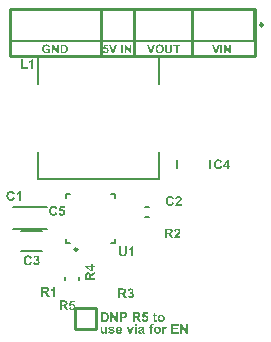
<source format=gbr>
%TF.GenerationSoftware,Altium Limited,Altium Designer,23.11.1 (41)*%
G04 Layer_Color=65535*
%FSLAX45Y45*%
%MOMM*%
%TF.SameCoordinates,5032265D-FFA5-48D7-84AC-9FA15ADA4C2D*%
%TF.FilePolarity,Positive*%
%TF.FileFunction,Legend,Top*%
%TF.Part,Single*%
G01*
G75*
%TA.AperFunction,NonConductor*%
%ADD32C,0.25000*%
%ADD33C,0.25400*%
%ADD34C,0.20000*%
G36*
X-81954Y-1206502D02*
X-98398D01*
X-131285Y-1153122D01*
Y-1206502D01*
X-146465D01*
Y-1125209D01*
X-130611D01*
X-97133Y-1179770D01*
Y-1125209D01*
X-81954D01*
Y-1206502D01*
D02*
G37*
G36*
X172464Y-1140979D02*
X143033D01*
X140504Y-1154808D01*
X140588D01*
X140757Y-1154724D01*
X141010Y-1154555D01*
X141431Y-1154387D01*
X141853Y-1154218D01*
X142443Y-1153965D01*
X143792Y-1153459D01*
X145395Y-1153038D01*
X147250Y-1152616D01*
X149189Y-1152279D01*
X151213Y-1152194D01*
X151635D01*
X152225Y-1152279D01*
X152984D01*
X153827Y-1152447D01*
X154839Y-1152616D01*
X156020Y-1152869D01*
X157285Y-1153122D01*
X158634Y-1153544D01*
X160068Y-1154050D01*
X161501Y-1154640D01*
X163019Y-1155399D01*
X164537Y-1156242D01*
X165971Y-1157254D01*
X167489Y-1158435D01*
X168838Y-1159784D01*
X168922Y-1159868D01*
X169175Y-1160121D01*
X169512Y-1160543D01*
X169934Y-1161133D01*
X170524Y-1161892D01*
X171115Y-1162820D01*
X171789Y-1163832D01*
X172464Y-1165012D01*
X173139Y-1166361D01*
X173813Y-1167795D01*
X174404Y-1169397D01*
X174994Y-1171168D01*
X175415Y-1173023D01*
X175753Y-1174963D01*
X176006Y-1177071D01*
X176090Y-1179264D01*
Y-1179348D01*
Y-1179685D01*
Y-1180276D01*
X176006Y-1180950D01*
X175921Y-1181793D01*
X175753Y-1182890D01*
X175584Y-1183986D01*
X175331Y-1185251D01*
X175078Y-1186600D01*
X174656Y-1188034D01*
X174235Y-1189552D01*
X173645Y-1191070D01*
X172970Y-1192587D01*
X172211Y-1194105D01*
X171283Y-1195623D01*
X170271Y-1197141D01*
X170187Y-1197225D01*
X169934Y-1197563D01*
X169428Y-1198153D01*
X168838Y-1198828D01*
X167995Y-1199587D01*
X166983Y-1200514D01*
X165886Y-1201526D01*
X164537Y-1202454D01*
X163104Y-1203466D01*
X161417Y-1204478D01*
X159646Y-1205405D01*
X157622Y-1206164D01*
X155514Y-1206839D01*
X153237Y-1207429D01*
X150792Y-1207766D01*
X148262Y-1207851D01*
X147166D01*
X146407Y-1207766D01*
X145395Y-1207682D01*
X144298Y-1207513D01*
X143033Y-1207345D01*
X141769Y-1207092D01*
X140335Y-1206755D01*
X138817Y-1206417D01*
X137299Y-1205911D01*
X135781Y-1205321D01*
X134179Y-1204646D01*
X132745Y-1203803D01*
X131228Y-1202875D01*
X129878Y-1201863D01*
X129794Y-1201779D01*
X129541Y-1201610D01*
X129204Y-1201273D01*
X128782Y-1200767D01*
X128192Y-1200177D01*
X127601Y-1199418D01*
X126927Y-1198575D01*
X126168Y-1197563D01*
X125409Y-1196466D01*
X124734Y-1195202D01*
X123975Y-1193852D01*
X123301Y-1192419D01*
X122710Y-1190901D01*
X122204Y-1189214D01*
X121783Y-1187443D01*
X121446Y-1185588D01*
X136962Y-1183986D01*
Y-1184070D01*
Y-1184239D01*
X137046Y-1184492D01*
X137131Y-1184829D01*
X137299Y-1185841D01*
X137637Y-1187022D01*
X138142Y-1188371D01*
X138817Y-1189720D01*
X139745Y-1191070D01*
X140841Y-1192334D01*
X141010Y-1192503D01*
X141431Y-1192840D01*
X142106Y-1193262D01*
X143033Y-1193852D01*
X144130Y-1194443D01*
X145395Y-1194864D01*
X146913Y-1195202D01*
X148430Y-1195370D01*
X148936D01*
X149274Y-1195286D01*
X150117Y-1195202D01*
X151298Y-1194864D01*
X152563Y-1194443D01*
X153912Y-1193768D01*
X155261Y-1192756D01*
X155936Y-1192166D01*
X156610Y-1191491D01*
Y-1191407D01*
X156779Y-1191322D01*
X156948Y-1191070D01*
X157116Y-1190732D01*
X157454Y-1190311D01*
X157707Y-1189805D01*
X158044Y-1189214D01*
X158381Y-1188540D01*
X158634Y-1187696D01*
X158971Y-1186853D01*
X159309Y-1185841D01*
X159562Y-1184745D01*
X159730Y-1183564D01*
X159899Y-1182299D01*
X160068Y-1180950D01*
Y-1179517D01*
Y-1179432D01*
Y-1179179D01*
Y-1178842D01*
X159983Y-1178336D01*
Y-1177661D01*
X159899Y-1176987D01*
X159646Y-1175300D01*
X159224Y-1173529D01*
X158634Y-1171674D01*
X157791Y-1169903D01*
X157285Y-1169144D01*
X156695Y-1168385D01*
Y-1168301D01*
X156526Y-1168217D01*
X156104Y-1167795D01*
X155345Y-1167205D01*
X154333Y-1166446D01*
X153069Y-1165771D01*
X151551Y-1165181D01*
X149864Y-1164759D01*
X148936Y-1164591D01*
X147250D01*
X146828Y-1164675D01*
X146238Y-1164759D01*
X145479Y-1164928D01*
X144720Y-1165096D01*
X143877Y-1165349D01*
X142949Y-1165602D01*
X142022Y-1166024D01*
X141010Y-1166530D01*
X139998Y-1167036D01*
X138986Y-1167795D01*
X137889Y-1168554D01*
X136878Y-1169482D01*
X135866Y-1170493D01*
X123301Y-1168723D01*
X131312Y-1126390D01*
X172464D01*
Y-1140979D01*
D02*
G37*
G36*
X80462Y-1125294D02*
X81643D01*
X83076Y-1125378D01*
X84510Y-1125462D01*
X87546Y-1125715D01*
X90750Y-1126137D01*
X92184Y-1126390D01*
X93617Y-1126643D01*
X94967Y-1126980D01*
X96147Y-1127402D01*
X96231D01*
X96400Y-1127486D01*
X96737Y-1127655D01*
X97159Y-1127823D01*
X97665Y-1128076D01*
X98171Y-1128414D01*
X99520Y-1129173D01*
X101038Y-1130269D01*
X102640Y-1131618D01*
X104158Y-1133305D01*
X105592Y-1135244D01*
X105676Y-1135329D01*
X105761Y-1135497D01*
X105929Y-1135835D01*
X106182Y-1136256D01*
X106435Y-1136762D01*
X106772Y-1137353D01*
X107110Y-1138112D01*
X107447Y-1138955D01*
X107784Y-1139798D01*
X108037Y-1140810D01*
X108628Y-1143003D01*
X109049Y-1145448D01*
X109218Y-1146713D01*
Y-1148062D01*
Y-1148147D01*
Y-1148484D01*
Y-1148905D01*
X109134Y-1149580D01*
X109049Y-1150339D01*
X108965Y-1151267D01*
X108796Y-1152279D01*
X108543Y-1153375D01*
X107869Y-1155820D01*
X107447Y-1157085D01*
X106941Y-1158350D01*
X106351Y-1159615D01*
X105592Y-1160880D01*
X104749Y-1162061D01*
X103821Y-1163241D01*
X103737Y-1163326D01*
X103568Y-1163494D01*
X103231Y-1163832D01*
X102809Y-1164169D01*
X102219Y-1164675D01*
X101544Y-1165181D01*
X100701Y-1165771D01*
X99773Y-1166361D01*
X98761Y-1167036D01*
X97581Y-1167626D01*
X96231Y-1168301D01*
X94798Y-1168891D01*
X93196Y-1169397D01*
X91509Y-1169903D01*
X89738Y-1170325D01*
X87799Y-1170662D01*
X87883D01*
X88052Y-1170831D01*
X88305Y-1170999D01*
X88726Y-1171168D01*
X89654Y-1171843D01*
X90919Y-1172686D01*
X92268Y-1173698D01*
X93702Y-1174879D01*
X95220Y-1176143D01*
X96569Y-1177493D01*
X96653D01*
X96737Y-1177661D01*
X96906Y-1177914D01*
X97243Y-1178252D01*
X97581Y-1178673D01*
X98002Y-1179179D01*
X98424Y-1179770D01*
X99014Y-1180528D01*
X99689Y-1181372D01*
X100364Y-1182384D01*
X101122Y-1183396D01*
X101966Y-1184661D01*
X102809Y-1186010D01*
X103737Y-1187443D01*
X104749Y-1189046D01*
X105845Y-1190732D01*
X115796Y-1206502D01*
X96147D01*
X84341Y-1188793D01*
X84257Y-1188708D01*
X84088Y-1188371D01*
X83751Y-1187865D01*
X83329Y-1187275D01*
X82823Y-1186516D01*
X82233Y-1185673D01*
X80884Y-1183733D01*
X79450Y-1181709D01*
X78017Y-1179770D01*
X77342Y-1178926D01*
X76667Y-1178083D01*
X76161Y-1177408D01*
X75655Y-1176902D01*
X75571Y-1176818D01*
X75234Y-1176481D01*
X74812Y-1176059D01*
X74222Y-1175553D01*
X73463Y-1174963D01*
X72620Y-1174457D01*
X71692Y-1173951D01*
X70764Y-1173529D01*
X70680Y-1173445D01*
X70258Y-1173361D01*
X69668Y-1173192D01*
X68741Y-1173023D01*
X67560Y-1172855D01*
X66211Y-1172770D01*
X64440Y-1172602D01*
X59211D01*
Y-1206502D01*
X42768D01*
Y-1125209D01*
X79366D01*
X80462Y-1125294D01*
D02*
G37*
G36*
X-33296D02*
X-31778D01*
X-30261Y-1125378D01*
X-26972Y-1125547D01*
X-25285Y-1125631D01*
X-23767Y-1125715D01*
X-22249Y-1125884D01*
X-20900Y-1126053D01*
X-19720Y-1126221D01*
X-18792Y-1126474D01*
X-18708D01*
X-18455Y-1126559D01*
X-18117Y-1126643D01*
X-17611Y-1126896D01*
X-17021Y-1127065D01*
X-16346Y-1127402D01*
X-14660Y-1128161D01*
X-12889Y-1129257D01*
X-11877Y-1129932D01*
X-10865Y-1130606D01*
X-9937Y-1131450D01*
X-8926Y-1132377D01*
X-7998Y-1133389D01*
X-7070Y-1134485D01*
X-6986Y-1134570D01*
X-6902Y-1134738D01*
X-6649Y-1135076D01*
X-6311Y-1135582D01*
X-5974Y-1136172D01*
X-5552Y-1136931D01*
X-5131Y-1137774D01*
X-4709Y-1138702D01*
X-4288Y-1139798D01*
X-3866Y-1140979D01*
X-3444Y-1142328D01*
X-3107Y-1143677D01*
X-2770Y-1145195D01*
X-2517Y-1146797D01*
X-2432Y-1148484D01*
X-2348Y-1150255D01*
Y-1150339D01*
Y-1150592D01*
Y-1151014D01*
Y-1151520D01*
X-2432Y-1152110D01*
X-2517Y-1152869D01*
X-2601Y-1153712D01*
X-2685Y-1154640D01*
X-3023Y-1156664D01*
X-3529Y-1158772D01*
X-4203Y-1160880D01*
X-5131Y-1162904D01*
Y-1162988D01*
X-5215Y-1163157D01*
X-5384Y-1163410D01*
X-5637Y-1163747D01*
X-6227Y-1164675D01*
X-6986Y-1165771D01*
X-7998Y-1167120D01*
X-9179Y-1168385D01*
X-10528Y-1169735D01*
X-12046Y-1170915D01*
X-12130D01*
X-12214Y-1170999D01*
X-12467Y-1171168D01*
X-12720Y-1171337D01*
X-13564Y-1171843D01*
X-14660Y-1172433D01*
X-15925Y-1173108D01*
X-17358Y-1173698D01*
X-18876Y-1174288D01*
X-20478Y-1174710D01*
X-20563D01*
X-20731Y-1174794D01*
X-21069D01*
X-21575Y-1174879D01*
X-22165Y-1174963D01*
X-22924Y-1175047D01*
X-23767Y-1175132D01*
X-24779Y-1175216D01*
X-25875Y-1175384D01*
X-27140Y-1175469D01*
X-28574Y-1175553D01*
X-30092Y-1175637D01*
X-31694Y-1175722D01*
X-33465D01*
X-35405Y-1175806D01*
X-48054D01*
Y-1206502D01*
X-64498D01*
Y-1125209D01*
X-34646D01*
X-33296Y-1125294D01*
D02*
G37*
G36*
X-196134D02*
X-195206D01*
X-194110Y-1125378D01*
X-192929D01*
X-190399Y-1125631D01*
X-187870Y-1125884D01*
X-185340Y-1126306D01*
X-184243Y-1126559D01*
X-183147Y-1126812D01*
X-183063D01*
X-182810Y-1126896D01*
X-182473Y-1127065D01*
X-181967Y-1127233D01*
X-181376Y-1127486D01*
X-180617Y-1127739D01*
X-179858Y-1128076D01*
X-178931Y-1128498D01*
X-177076Y-1129594D01*
X-175052Y-1130859D01*
X-172944Y-1132462D01*
X-171004Y-1134317D01*
X-170920Y-1134401D01*
X-170751Y-1134570D01*
X-170498Y-1134823D01*
X-170161Y-1135244D01*
X-169739Y-1135750D01*
X-169233Y-1136425D01*
X-168643Y-1137100D01*
X-168052Y-1137943D01*
X-167462Y-1138870D01*
X-166788Y-1139882D01*
X-165523Y-1142075D01*
X-164258Y-1144689D01*
X-163161Y-1147472D01*
Y-1147556D01*
X-163077Y-1147809D01*
X-162908Y-1148231D01*
X-162740Y-1148821D01*
X-162571Y-1149580D01*
X-162318Y-1150508D01*
X-162065Y-1151604D01*
X-161812Y-1152785D01*
X-161559Y-1154134D01*
X-161306Y-1155567D01*
X-161053Y-1157170D01*
X-160885Y-1158856D01*
X-160716Y-1160627D01*
X-160547Y-1162567D01*
X-160463Y-1164591D01*
Y-1166699D01*
Y-1166783D01*
Y-1167120D01*
Y-1167711D01*
Y-1168385D01*
X-160547Y-1169229D01*
X-160632Y-1170240D01*
Y-1171421D01*
X-160800Y-1172602D01*
X-160885Y-1173951D01*
X-161053Y-1175300D01*
X-161559Y-1178252D01*
X-162150Y-1181119D01*
X-162993Y-1183986D01*
Y-1184070D01*
X-163161Y-1184408D01*
X-163330Y-1184829D01*
X-163583Y-1185420D01*
X-163836Y-1186178D01*
X-164258Y-1187106D01*
X-164679Y-1188034D01*
X-165185Y-1189130D01*
X-166450Y-1191407D01*
X-167968Y-1193768D01*
X-169655Y-1196129D01*
X-171679Y-1198322D01*
X-171763Y-1198406D01*
X-171847Y-1198490D01*
X-172100Y-1198743D01*
X-172438Y-1198996D01*
X-172859Y-1199334D01*
X-173449Y-1199755D01*
X-174040Y-1200177D01*
X-174714Y-1200683D01*
X-175558Y-1201189D01*
X-176401Y-1201695D01*
X-178341Y-1202791D01*
X-180617Y-1203887D01*
X-183232Y-1204815D01*
X-183316D01*
X-183485Y-1204899D01*
X-183822Y-1204984D01*
X-184243Y-1205068D01*
X-184749Y-1205237D01*
X-185424Y-1205321D01*
X-186183Y-1205490D01*
X-187026Y-1205658D01*
X-188038Y-1205827D01*
X-189134Y-1205996D01*
X-190315Y-1206080D01*
X-191664Y-1206249D01*
X-193014Y-1206333D01*
X-194531Y-1206417D01*
X-196049Y-1206502D01*
X-228600D01*
Y-1125209D01*
X-196977D01*
X-196134Y-1125294D01*
D02*
G37*
G36*
X284873Y-1146376D02*
X285801Y-1146460D01*
X286981Y-1146544D01*
X288246Y-1146713D01*
X289764Y-1147050D01*
X291366Y-1147388D01*
X293053Y-1147809D01*
X294824Y-1148400D01*
X296595Y-1149074D01*
X298450Y-1149917D01*
X300305Y-1150929D01*
X302076Y-1152110D01*
X303763Y-1153459D01*
X305449Y-1154977D01*
X305534Y-1155061D01*
X305787Y-1155399D01*
X306208Y-1155905D01*
X306798Y-1156579D01*
X307473Y-1157423D01*
X308148Y-1158435D01*
X308991Y-1159615D01*
X309750Y-1160964D01*
X310593Y-1162482D01*
X311352Y-1164169D01*
X312027Y-1165940D01*
X312701Y-1167964D01*
X313292Y-1169988D01*
X313713Y-1172180D01*
X313966Y-1174541D01*
X314051Y-1176987D01*
Y-1177155D01*
Y-1177577D01*
X313966Y-1178252D01*
X313882Y-1179179D01*
X313798Y-1180360D01*
X313629Y-1181625D01*
X313292Y-1183143D01*
X312954Y-1184745D01*
X312533Y-1186431D01*
X311942Y-1188202D01*
X311268Y-1190058D01*
X310425Y-1191913D01*
X309413Y-1193768D01*
X308232Y-1195623D01*
X306883Y-1197394D01*
X305365Y-1199081D01*
X305281Y-1199165D01*
X304943Y-1199418D01*
X304522Y-1199924D01*
X303847Y-1200430D01*
X303004Y-1201105D01*
X301992Y-1201863D01*
X300811Y-1202622D01*
X299462Y-1203466D01*
X297944Y-1204309D01*
X296342Y-1205068D01*
X294571Y-1205827D01*
X292631Y-1206502D01*
X290607Y-1207007D01*
X288415Y-1207429D01*
X286138Y-1207766D01*
X283777Y-1207851D01*
X283018D01*
X282428Y-1207766D01*
X281669D01*
X280825Y-1207682D01*
X279898Y-1207513D01*
X278802Y-1207429D01*
X277705Y-1207176D01*
X276440Y-1206923D01*
X273826Y-1206333D01*
X271128Y-1205405D01*
X269694Y-1204899D01*
X268345Y-1204225D01*
X268261Y-1204140D01*
X268008Y-1204056D01*
X267670Y-1203803D01*
X267164Y-1203550D01*
X266490Y-1203128D01*
X265815Y-1202707D01*
X264213Y-1201526D01*
X262442Y-1200008D01*
X260587Y-1198153D01*
X258816Y-1196045D01*
X257214Y-1193515D01*
Y-1193431D01*
X257045Y-1193178D01*
X256876Y-1192756D01*
X256623Y-1192250D01*
X256370Y-1191575D01*
X256033Y-1190732D01*
X255696Y-1189805D01*
X255358Y-1188708D01*
X254937Y-1187528D01*
X254599Y-1186178D01*
X254262Y-1184745D01*
X254009Y-1183227D01*
X253756Y-1181625D01*
X253588Y-1179938D01*
X253503Y-1178167D01*
X253419Y-1176312D01*
Y-1176228D01*
Y-1175975D01*
Y-1175553D01*
X253503Y-1174963D01*
Y-1174288D01*
X253588Y-1173445D01*
X253756Y-1172517D01*
X253925Y-1171505D01*
X254093Y-1170409D01*
X254346Y-1169229D01*
X255021Y-1166699D01*
X255949Y-1164000D01*
X256539Y-1162651D01*
X257214Y-1161302D01*
X257298Y-1161217D01*
X257382Y-1160964D01*
X257635Y-1160627D01*
X257888Y-1160121D01*
X258310Y-1159446D01*
X258816Y-1158772D01*
X259996Y-1157170D01*
X261514Y-1155399D01*
X263370Y-1153544D01*
X265562Y-1151773D01*
X268008Y-1150170D01*
X268092Y-1150086D01*
X268345Y-1150002D01*
X268682Y-1149833D01*
X269273Y-1149580D01*
X269863Y-1149243D01*
X270706Y-1148905D01*
X271549Y-1148568D01*
X272561Y-1148231D01*
X273658Y-1147894D01*
X274922Y-1147556D01*
X276187Y-1147219D01*
X277537Y-1146882D01*
X280488Y-1146460D01*
X282006Y-1146291D01*
X284199D01*
X284873Y-1146376D01*
D02*
G37*
G36*
X235541Y-1147556D02*
X246167D01*
Y-1159952D01*
X235541D01*
Y-1183817D01*
Y-1183902D01*
Y-1184155D01*
Y-1184492D01*
Y-1184998D01*
Y-1185504D01*
Y-1186178D01*
Y-1187612D01*
X235626Y-1189046D01*
Y-1190395D01*
X235710Y-1191070D01*
Y-1191575D01*
X235794Y-1191997D01*
Y-1192250D01*
Y-1192334D01*
X235879Y-1192419D01*
X236132Y-1192925D01*
X236469Y-1193599D01*
X237144Y-1194190D01*
X237228D01*
X237312Y-1194274D01*
X237565Y-1194443D01*
X237902Y-1194527D01*
X238746Y-1194864D01*
X239842Y-1194949D01*
X240264D01*
X240770Y-1194864D01*
X241444Y-1194780D01*
X242288Y-1194611D01*
X243384Y-1194358D01*
X244649Y-1194021D01*
X246082Y-1193515D01*
X247432Y-1205574D01*
X247347D01*
X247179Y-1205658D01*
X246841Y-1205743D01*
X246504Y-1205911D01*
X245914Y-1206080D01*
X245323Y-1206333D01*
X244649Y-1206502D01*
X243805Y-1206670D01*
X242035Y-1207092D01*
X239926Y-1207513D01*
X237650Y-1207766D01*
X235120Y-1207851D01*
X234445D01*
X233602Y-1207766D01*
X232590Y-1207682D01*
X231409Y-1207513D01*
X230144Y-1207260D01*
X228795Y-1206923D01*
X227530Y-1206502D01*
X227361Y-1206417D01*
X226940Y-1206249D01*
X226350Y-1205911D01*
X225675Y-1205490D01*
X224832Y-1204984D01*
X223988Y-1204393D01*
X223229Y-1203634D01*
X222555Y-1202875D01*
X222470Y-1202791D01*
X222302Y-1202454D01*
X222049Y-1201948D01*
X221712Y-1201273D01*
X221374Y-1200346D01*
X220953Y-1199334D01*
X220615Y-1198069D01*
X220362Y-1196719D01*
Y-1196551D01*
X220278Y-1196129D01*
Y-1195876D01*
X220194Y-1195455D01*
Y-1194949D01*
Y-1194358D01*
X220109Y-1193684D01*
Y-1192840D01*
X220025Y-1191997D01*
Y-1190985D01*
X219941Y-1189805D01*
Y-1188624D01*
Y-1187275D01*
Y-1185757D01*
Y-1159952D01*
X212773D01*
Y-1147556D01*
X219941D01*
Y-1135835D01*
X235541Y-1126727D01*
Y-1147556D01*
D02*
G37*
G36*
X210074Y-1224194D02*
X210749D01*
X211592Y-1224278D01*
X212520Y-1224362D01*
X214459Y-1224615D01*
X216736Y-1224953D01*
X219097Y-1225459D01*
X221459Y-1226133D01*
X219435Y-1236927D01*
X219266Y-1236843D01*
X218760Y-1236759D01*
X218085Y-1236590D01*
X217073Y-1236421D01*
X215977Y-1236253D01*
X214797Y-1236168D01*
X213447Y-1236000D01*
X211592D01*
X211002Y-1236084D01*
X210243Y-1236168D01*
X209484Y-1236421D01*
X208641Y-1236674D01*
X207882Y-1237096D01*
X207207Y-1237602D01*
X207123Y-1237686D01*
X206954Y-1237939D01*
X206785Y-1238361D01*
X206532Y-1238951D01*
X206195Y-1239794D01*
X206027Y-1240806D01*
X205858Y-1242156D01*
X205774Y-1243673D01*
Y-1247805D01*
X217411D01*
Y-1260033D01*
X205774D01*
Y-1306751D01*
X190173D01*
Y-1260033D01*
X181487D01*
Y-1247805D01*
X190173D01*
Y-1243420D01*
Y-1243336D01*
Y-1243083D01*
Y-1242746D01*
Y-1242240D01*
X190257Y-1241565D01*
Y-1240891D01*
X190342Y-1239288D01*
X190510Y-1237433D01*
X190847Y-1235662D01*
X191185Y-1233891D01*
X191438Y-1233132D01*
X191691Y-1232373D01*
Y-1232289D01*
X191775Y-1232205D01*
X192028Y-1231783D01*
X192450Y-1231109D01*
X193040Y-1230265D01*
X193799Y-1229338D01*
X194811Y-1228326D01*
X196076Y-1227398D01*
X197509Y-1226470D01*
X197594D01*
X197678Y-1226386D01*
X197931Y-1226218D01*
X198268Y-1226133D01*
X198690Y-1225880D01*
X199196Y-1225712D01*
X200461Y-1225290D01*
X202063Y-1224868D01*
X203918Y-1224447D01*
X205942Y-1224194D01*
X208303Y-1224109D01*
X209484D01*
X210074Y-1224194D01*
D02*
G37*
G36*
X77679Y-1239879D02*
X62079D01*
Y-1225459D01*
X77679D01*
Y-1239879D01*
D02*
G37*
G36*
X323495Y-1246625D02*
X323917D01*
X324507Y-1246709D01*
X325857Y-1246878D01*
X327459Y-1247300D01*
X329145Y-1247805D01*
X331001Y-1248480D01*
X332856Y-1249492D01*
X327965Y-1263153D01*
X327796Y-1263069D01*
X327290Y-1262732D01*
X326531Y-1262310D01*
X325604Y-1261804D01*
X324507Y-1261382D01*
X323242Y-1260961D01*
X321978Y-1260623D01*
X320713Y-1260539D01*
X320207D01*
X319532Y-1260623D01*
X318773Y-1260792D01*
X317930Y-1260961D01*
X317002Y-1261298D01*
X316075Y-1261804D01*
X315147Y-1262394D01*
X315063Y-1262479D01*
X314810Y-1262732D01*
X314388Y-1263238D01*
X313882Y-1263828D01*
X313292Y-1264755D01*
X312701Y-1265852D01*
X312111Y-1267285D01*
X311605Y-1268887D01*
Y-1268972D01*
X311521Y-1269140D01*
Y-1269393D01*
X311437Y-1269815D01*
X311352Y-1270405D01*
X311184Y-1271164D01*
X311099Y-1272092D01*
X311015Y-1273104D01*
X310846Y-1274369D01*
X310762Y-1275802D01*
X310678Y-1277405D01*
X310509Y-1279175D01*
X310425Y-1281199D01*
Y-1283476D01*
X310340Y-1285922D01*
Y-1288620D01*
Y-1306751D01*
X294740D01*
Y-1247805D01*
X309244D01*
Y-1256238D01*
X309328Y-1256154D01*
X309413Y-1255985D01*
X309581Y-1255648D01*
X309834Y-1255311D01*
X310509Y-1254214D01*
X311437Y-1253034D01*
X312448Y-1251685D01*
X313545Y-1250420D01*
X314725Y-1249239D01*
X315231Y-1248817D01*
X315822Y-1248396D01*
X315990Y-1248311D01*
X316328Y-1248143D01*
X317002Y-1247805D01*
X317845Y-1247468D01*
X318773Y-1247131D01*
X319954Y-1246794D01*
X321219Y-1246625D01*
X322568Y-1246541D01*
X323074D01*
X323495Y-1246625D01*
D02*
G37*
G36*
X-135586D02*
X-134574D01*
X-133394Y-1246709D01*
X-132129Y-1246878D01*
X-130780Y-1247047D01*
X-127828Y-1247468D01*
X-124877Y-1248227D01*
X-123443Y-1248649D01*
X-122094Y-1249155D01*
X-120829Y-1249829D01*
X-119648Y-1250504D01*
X-119564Y-1250588D01*
X-119395Y-1250673D01*
X-119058Y-1250926D01*
X-118721Y-1251263D01*
X-118215Y-1251685D01*
X-117624Y-1252191D01*
X-117034Y-1252781D01*
X-116444Y-1253455D01*
X-115769Y-1254214D01*
X-115095Y-1255058D01*
X-114336Y-1256070D01*
X-113745Y-1257082D01*
X-113071Y-1258178D01*
X-112480Y-1259443D01*
X-111974Y-1260708D01*
X-111468Y-1262141D01*
X-126141Y-1264840D01*
X-126226Y-1264671D01*
X-126310Y-1264249D01*
X-126563Y-1263659D01*
X-126985Y-1262900D01*
X-127491Y-1262057D01*
X-128081Y-1261214D01*
X-128840Y-1260370D01*
X-129768Y-1259611D01*
X-129852Y-1259527D01*
X-130274Y-1259358D01*
X-130864Y-1259021D01*
X-131707Y-1258684D01*
X-132719Y-1258346D01*
X-133984Y-1258009D01*
X-135502Y-1257841D01*
X-137188Y-1257756D01*
X-138200D01*
X-138706Y-1257841D01*
X-139297D01*
X-140562Y-1258009D01*
X-142079Y-1258178D01*
X-143513Y-1258515D01*
X-144862Y-1258937D01*
X-146043Y-1259527D01*
X-146127Y-1259611D01*
X-146296Y-1259780D01*
X-146549Y-1260033D01*
X-146886Y-1260370D01*
X-147223Y-1260792D01*
X-147476Y-1261298D01*
X-147645Y-1261973D01*
X-147729Y-1262647D01*
Y-1262732D01*
Y-1262900D01*
X-147645Y-1263238D01*
X-147561Y-1263659D01*
X-147392Y-1264081D01*
X-147055Y-1264587D01*
X-146718Y-1265008D01*
X-146212Y-1265514D01*
X-146127Y-1265599D01*
X-145959Y-1265683D01*
X-145706Y-1265767D01*
X-145368Y-1265936D01*
X-144862Y-1266105D01*
X-144272Y-1266358D01*
X-143597Y-1266611D01*
X-142754Y-1266948D01*
X-141742Y-1267285D01*
X-140562Y-1267623D01*
X-139212Y-1267960D01*
X-137610Y-1268466D01*
X-135924Y-1268887D01*
X-133900Y-1269393D01*
X-131707Y-1269899D01*
X-131538D01*
X-131201Y-1270068D01*
X-130527Y-1270152D01*
X-129683Y-1270405D01*
X-128671Y-1270658D01*
X-127491Y-1270996D01*
X-126226Y-1271417D01*
X-124877Y-1271839D01*
X-122009Y-1272851D01*
X-119142Y-1274031D01*
X-117793Y-1274706D01*
X-116528Y-1275381D01*
X-115347Y-1276055D01*
X-114336Y-1276814D01*
X-114251Y-1276899D01*
X-114083Y-1276983D01*
X-113914Y-1277236D01*
X-113577Y-1277573D01*
X-113239Y-1277995D01*
X-112818Y-1278501D01*
X-112312Y-1279091D01*
X-111890Y-1279850D01*
X-111468Y-1280609D01*
X-110962Y-1281452D01*
X-110541Y-1282464D01*
X-110203Y-1283476D01*
X-109866Y-1284572D01*
X-109613Y-1285753D01*
X-109529Y-1287102D01*
X-109445Y-1288452D01*
Y-1288536D01*
Y-1288789D01*
X-109529Y-1289211D01*
Y-1289801D01*
X-109613Y-1290475D01*
X-109782Y-1291319D01*
X-110035Y-1292162D01*
X-110288Y-1293174D01*
X-110625Y-1294270D01*
X-111131Y-1295366D01*
X-111637Y-1296463D01*
X-112312Y-1297643D01*
X-113071Y-1298824D01*
X-113998Y-1300005D01*
X-115095Y-1301185D01*
X-116275Y-1302281D01*
X-116359Y-1302366D01*
X-116612Y-1302534D01*
X-116950Y-1302787D01*
X-117540Y-1303209D01*
X-118215Y-1303631D01*
X-119142Y-1304137D01*
X-120154Y-1304643D01*
X-121335Y-1305149D01*
X-122600Y-1305739D01*
X-124118Y-1306245D01*
X-125720Y-1306751D01*
X-127575Y-1307172D01*
X-129515Y-1307594D01*
X-131623Y-1307847D01*
X-133815Y-1308016D01*
X-136261Y-1308100D01*
X-137441D01*
X-138285Y-1308016D01*
X-139297Y-1307931D01*
X-140477Y-1307847D01*
X-141742Y-1307678D01*
X-143176Y-1307510D01*
X-146212Y-1306919D01*
X-147814Y-1306498D01*
X-149416Y-1306076D01*
X-150934Y-1305486D01*
X-152452Y-1304896D01*
X-153970Y-1304137D01*
X-155319Y-1303293D01*
X-155403Y-1303209D01*
X-155656Y-1303040D01*
X-155994Y-1302787D01*
X-156415Y-1302450D01*
X-157006Y-1301944D01*
X-157680Y-1301354D01*
X-158355Y-1300595D01*
X-159114Y-1299836D01*
X-159873Y-1298993D01*
X-160632Y-1297981D01*
X-161391Y-1296884D01*
X-162150Y-1295704D01*
X-162824Y-1294439D01*
X-163414Y-1293090D01*
X-164005Y-1291656D01*
X-164426Y-1290138D01*
X-148826Y-1287777D01*
Y-1287861D01*
X-148741Y-1287946D01*
Y-1288199D01*
X-148657Y-1288536D01*
X-148404Y-1289295D01*
X-147982Y-1290307D01*
X-147476Y-1291403D01*
X-146718Y-1292584D01*
X-145874Y-1293680D01*
X-144862Y-1294608D01*
X-144694Y-1294692D01*
X-144272Y-1294945D01*
X-143597Y-1295366D01*
X-142585Y-1295704D01*
X-141405Y-1296125D01*
X-139887Y-1296547D01*
X-138200Y-1296800D01*
X-136261Y-1296884D01*
X-135249D01*
X-134743Y-1296800D01*
X-134153D01*
X-132803Y-1296631D01*
X-131370Y-1296378D01*
X-129852Y-1295957D01*
X-128418Y-1295451D01*
X-127153Y-1294692D01*
X-127069Y-1294608D01*
X-126816Y-1294439D01*
X-126479Y-1294102D01*
X-126057Y-1293596D01*
X-125720Y-1293005D01*
X-125383Y-1292331D01*
X-125130Y-1291487D01*
X-125045Y-1290560D01*
Y-1290475D01*
Y-1290222D01*
X-125130Y-1289969D01*
X-125214Y-1289548D01*
X-125551Y-1288536D01*
X-125804Y-1288030D01*
X-126226Y-1287608D01*
X-126310Y-1287524D01*
X-126479Y-1287440D01*
X-126816Y-1287187D01*
X-127238Y-1286934D01*
X-127997Y-1286596D01*
X-128840Y-1286259D01*
X-130021Y-1285922D01*
X-131370Y-1285584D01*
X-131454D01*
X-131538Y-1285500D01*
X-131876D01*
X-132213Y-1285416D01*
X-132635Y-1285331D01*
X-133141Y-1285163D01*
X-134406Y-1284910D01*
X-135924Y-1284488D01*
X-137610Y-1284067D01*
X-139465Y-1283561D01*
X-141405Y-1283055D01*
X-145537Y-1281874D01*
X-147561Y-1281199D01*
X-149416Y-1280525D01*
X-151187Y-1279934D01*
X-152873Y-1279260D01*
X-154223Y-1278585D01*
X-155319Y-1277911D01*
X-155403Y-1277826D01*
X-155572Y-1277658D01*
X-155994Y-1277405D01*
X-156415Y-1277067D01*
X-156921Y-1276561D01*
X-157511Y-1275971D01*
X-158102Y-1275296D01*
X-158776Y-1274453D01*
X-159451Y-1273610D01*
X-160041Y-1272598D01*
X-160632Y-1271502D01*
X-161138Y-1270321D01*
X-161559Y-1269056D01*
X-161897Y-1267707D01*
X-162150Y-1266189D01*
X-162234Y-1264671D01*
Y-1264587D01*
Y-1264334D01*
Y-1263912D01*
X-162150Y-1263406D01*
X-162065Y-1262732D01*
X-161897Y-1261973D01*
X-161728Y-1261129D01*
X-161475Y-1260202D01*
X-161138Y-1259190D01*
X-160800Y-1258178D01*
X-160294Y-1257082D01*
X-159704Y-1255985D01*
X-159029Y-1254889D01*
X-158186Y-1253793D01*
X-157259Y-1252781D01*
X-156247Y-1251769D01*
X-156162Y-1251685D01*
X-155994Y-1251516D01*
X-155572Y-1251263D01*
X-155066Y-1250926D01*
X-154476Y-1250588D01*
X-153632Y-1250082D01*
X-152705Y-1249661D01*
X-151609Y-1249155D01*
X-150428Y-1248649D01*
X-148994Y-1248227D01*
X-147476Y-1247721D01*
X-145790Y-1247384D01*
X-143935Y-1247047D01*
X-141995Y-1246794D01*
X-139803Y-1246625D01*
X-137526Y-1246541D01*
X-136345D01*
X-135586Y-1246625D01*
D02*
G37*
G36*
X511547Y-1306750D02*
X495103Y-1306751D01*
X462215Y-1253371D01*
Y-1306751D01*
X447036D01*
Y-1225459D01*
X462890D01*
X496368Y-1280019D01*
Y-1225459D01*
X511547Y-1225458D01*
Y-1306750D01*
D02*
G37*
G36*
X29022Y-1306751D02*
X15024D01*
X-8673Y-1247805D01*
X7687D01*
X18734Y-1277911D01*
X21938Y-1287946D01*
Y-1287861D01*
X22023Y-1287777D01*
X22107Y-1287355D01*
X22360Y-1286681D01*
X22613Y-1285922D01*
X22866Y-1285078D01*
X23119Y-1284235D01*
X23372Y-1283476D01*
X23541Y-1282886D01*
Y-1282802D01*
X23709Y-1282464D01*
X23794Y-1281958D01*
X24047Y-1281368D01*
X24300Y-1280609D01*
X24553Y-1279766D01*
X25227Y-1277911D01*
X36359Y-1247805D01*
X52381D01*
X29022Y-1306751D01*
D02*
G37*
G36*
X-175136D02*
X-189640D01*
Y-1298065D01*
X-189809Y-1298149D01*
X-189978Y-1298402D01*
X-190231Y-1298740D01*
X-190990Y-1299583D01*
X-191917Y-1300679D01*
X-193182Y-1301860D01*
X-194616Y-1303125D01*
X-196302Y-1304305D01*
X-198158Y-1305402D01*
X-198242D01*
X-198411Y-1305486D01*
X-198664Y-1305654D01*
X-199085Y-1305823D01*
X-199507Y-1305992D01*
X-200097Y-1306245D01*
X-201446Y-1306751D01*
X-203133Y-1307257D01*
X-204988Y-1307678D01*
X-207012Y-1308016D01*
X-209120Y-1308100D01*
X-209711D01*
X-210132Y-1308016D01*
X-210638D01*
X-211228Y-1307931D01*
X-212662Y-1307763D01*
X-214264Y-1307510D01*
X-216119Y-1307004D01*
X-217890Y-1306413D01*
X-219746Y-1305570D01*
X-219830D01*
X-219914Y-1305486D01*
X-220167Y-1305317D01*
X-220505Y-1305064D01*
X-221348Y-1304474D01*
X-222360Y-1303631D01*
X-223456Y-1302619D01*
X-224637Y-1301354D01*
X-225649Y-1299920D01*
X-226576Y-1298234D01*
Y-1298149D01*
X-226660Y-1297981D01*
X-226745Y-1297728D01*
X-226913Y-1297390D01*
X-227082Y-1296884D01*
X-227251Y-1296294D01*
X-227419Y-1295619D01*
X-227588Y-1294861D01*
X-227757Y-1293933D01*
X-227925Y-1293005D01*
X-228094Y-1291909D01*
X-228263Y-1290728D01*
X-228431Y-1289464D01*
X-228516Y-1288114D01*
X-228600Y-1286681D01*
Y-1285163D01*
Y-1247805D01*
X-212999D01*
Y-1274959D01*
Y-1275128D01*
Y-1275465D01*
Y-1276140D01*
Y-1276899D01*
Y-1277911D01*
X-212915Y-1279007D01*
Y-1280272D01*
Y-1281537D01*
X-212831Y-1284151D01*
X-212746Y-1285416D01*
X-212662Y-1286596D01*
X-212578Y-1287777D01*
X-212409Y-1288705D01*
X-212325Y-1289548D01*
X-212156Y-1290222D01*
X-212072Y-1290307D01*
X-211987Y-1290644D01*
X-211734Y-1291150D01*
X-211481Y-1291825D01*
X-211060Y-1292499D01*
X-210554Y-1293258D01*
X-209879Y-1293933D01*
X-209120Y-1294608D01*
X-209036Y-1294692D01*
X-208699Y-1294861D01*
X-208193Y-1295113D01*
X-207518Y-1295366D01*
X-206675Y-1295704D01*
X-205663Y-1295957D01*
X-204567Y-1296125D01*
X-203302Y-1296210D01*
X-202627D01*
X-201868Y-1296125D01*
X-200940Y-1295957D01*
X-199844Y-1295704D01*
X-198664Y-1295282D01*
X-197399Y-1294776D01*
X-196218Y-1294017D01*
X-196049Y-1293933D01*
X-195712Y-1293596D01*
X-195206Y-1293174D01*
X-194531Y-1292499D01*
X-193773Y-1291740D01*
X-193098Y-1290813D01*
X-192423Y-1289801D01*
X-191917Y-1288620D01*
Y-1288536D01*
X-191833Y-1288452D01*
Y-1288199D01*
X-191749Y-1287946D01*
X-191664Y-1287440D01*
X-191580Y-1286934D01*
X-191411Y-1286259D01*
X-191327Y-1285416D01*
X-191243Y-1284404D01*
X-191074Y-1283308D01*
X-190990Y-1281958D01*
X-190905Y-1280525D01*
X-190821Y-1278838D01*
Y-1276983D01*
X-190737Y-1274959D01*
Y-1272682D01*
Y-1247805D01*
X-175136D01*
Y-1306751D01*
D02*
G37*
G36*
X431520Y-1239204D02*
X387753D01*
Y-1257250D01*
X428484D01*
Y-1270996D01*
X387753D01*
Y-1293005D01*
X433037D01*
Y-1306751D01*
X371309D01*
Y-1225459D01*
X431520D01*
Y-1239204D01*
D02*
G37*
G36*
X119253Y-1246625D02*
X120181Y-1246709D01*
X121277D01*
X122542Y-1246878D01*
X124987Y-1247131D01*
X127601Y-1247637D01*
X130047Y-1248227D01*
X131143Y-1248649D01*
X132155Y-1249070D01*
X132240D01*
X132408Y-1249155D01*
X132661Y-1249323D01*
X132998Y-1249492D01*
X133926Y-1250082D01*
X135022Y-1250757D01*
X136203Y-1251685D01*
X137384Y-1252697D01*
X138480Y-1253961D01*
X139407Y-1255311D01*
Y-1255395D01*
X139492Y-1255479D01*
X139576Y-1255732D01*
X139745Y-1256070D01*
X139913Y-1256491D01*
X140082Y-1257082D01*
X140251Y-1257672D01*
X140504Y-1258431D01*
X140672Y-1259358D01*
X140841Y-1260370D01*
X141010Y-1261551D01*
X141178Y-1262816D01*
X141347Y-1264165D01*
X141431Y-1265683D01*
X141516Y-1267370D01*
Y-1269225D01*
X141263Y-1287440D01*
Y-1287524D01*
Y-1287777D01*
Y-1288199D01*
Y-1288705D01*
Y-1289379D01*
Y-1290054D01*
X141347Y-1291740D01*
X141431Y-1293680D01*
X141516Y-1295535D01*
X141684Y-1297306D01*
X141853Y-1298149D01*
X141937Y-1298908D01*
Y-1299077D01*
X142106Y-1299583D01*
X142275Y-1300257D01*
X142612Y-1301269D01*
X142949Y-1302450D01*
X143455Y-1303799D01*
X144045Y-1305233D01*
X144804Y-1306751D01*
X129372D01*
Y-1306666D01*
X129288Y-1306498D01*
X129119Y-1306076D01*
X128951Y-1305570D01*
X128698Y-1304980D01*
X128445Y-1304221D01*
X128192Y-1303293D01*
X127854Y-1302197D01*
Y-1302113D01*
X127770Y-1301944D01*
X127601Y-1301438D01*
X127433Y-1300848D01*
X127264Y-1300342D01*
X127180D01*
X127096Y-1300510D01*
X126590Y-1301016D01*
X125746Y-1301691D01*
X124734Y-1302534D01*
X123469Y-1303462D01*
X122036Y-1304390D01*
X120434Y-1305317D01*
X118747Y-1306160D01*
X118663D01*
X118578Y-1306245D01*
X118325Y-1306329D01*
X117988Y-1306498D01*
X117060Y-1306751D01*
X115796Y-1307088D01*
X114362Y-1307510D01*
X112760Y-1307763D01*
X110905Y-1308016D01*
X109049Y-1308100D01*
X108206D01*
X107531Y-1308016D01*
X106772Y-1307931D01*
X105929Y-1307847D01*
X104917Y-1307678D01*
X103821Y-1307510D01*
X101544Y-1306919D01*
X100364Y-1306498D01*
X99183Y-1305992D01*
X98002Y-1305486D01*
X96822Y-1304811D01*
X95725Y-1304052D01*
X94714Y-1303209D01*
X94629Y-1303125D01*
X94461Y-1302956D01*
X94208Y-1302703D01*
X93870Y-1302366D01*
X93533Y-1301860D01*
X93027Y-1301269D01*
X92605Y-1300595D01*
X92099Y-1299836D01*
X91593Y-1298993D01*
X91172Y-1298065D01*
X90328Y-1295872D01*
X89991Y-1294776D01*
X89738Y-1293511D01*
X89570Y-1292162D01*
X89485Y-1290813D01*
Y-1290728D01*
Y-1290560D01*
Y-1290307D01*
Y-1289969D01*
X89654Y-1289042D01*
X89823Y-1287861D01*
X90076Y-1286428D01*
X90497Y-1284994D01*
X91087Y-1283476D01*
X91846Y-1281958D01*
Y-1281874D01*
X91931Y-1281790D01*
X92268Y-1281284D01*
X92858Y-1280609D01*
X93533Y-1279681D01*
X94545Y-1278754D01*
X95641Y-1277742D01*
X96990Y-1276814D01*
X98508Y-1275971D01*
X98593D01*
X98677Y-1275887D01*
X98930Y-1275802D01*
X99352Y-1275634D01*
X99773Y-1275465D01*
X100279Y-1275212D01*
X100954Y-1274959D01*
X101713Y-1274706D01*
X102556Y-1274453D01*
X103484Y-1274116D01*
X104496Y-1273863D01*
X105592Y-1273526D01*
X106772Y-1273273D01*
X108122Y-1272935D01*
X109471Y-1272598D01*
X110989Y-1272345D01*
X111073D01*
X111495Y-1272261D01*
X112001Y-1272176D01*
X112760Y-1272008D01*
X113687Y-1271839D01*
X114699Y-1271586D01*
X115796Y-1271333D01*
X116976Y-1271080D01*
X119506Y-1270490D01*
X121951Y-1269815D01*
X123132Y-1269478D01*
X124313Y-1269140D01*
X125325Y-1268803D01*
X126168Y-1268466D01*
Y-1266948D01*
Y-1266864D01*
Y-1266779D01*
Y-1266526D01*
Y-1266189D01*
X126084Y-1265430D01*
X125915Y-1264418D01*
X125578Y-1263322D01*
X125240Y-1262310D01*
X124650Y-1261298D01*
X123891Y-1260455D01*
X123807Y-1260370D01*
X123469Y-1260117D01*
X122879Y-1259780D01*
X121951Y-1259443D01*
X120855Y-1259105D01*
X119337Y-1258768D01*
X118494Y-1258599D01*
X117566Y-1258515D01*
X116555Y-1258431D01*
X114784D01*
X114025Y-1258515D01*
X113097Y-1258599D01*
X112001Y-1258852D01*
X110905Y-1259105D01*
X109808Y-1259527D01*
X108881Y-1260117D01*
X108796Y-1260202D01*
X108459Y-1260455D01*
X108037Y-1260876D01*
X107531Y-1261467D01*
X106941Y-1262310D01*
X106266Y-1263322D01*
X105676Y-1264502D01*
X105086Y-1265936D01*
X91087Y-1263406D01*
Y-1263322D01*
X91172Y-1263069D01*
X91340Y-1262563D01*
X91509Y-1261973D01*
X91846Y-1261298D01*
X92184Y-1260455D01*
X92521Y-1259611D01*
X93027Y-1258599D01*
X94123Y-1256576D01*
X95557Y-1254467D01*
X97243Y-1252444D01*
X98255Y-1251600D01*
X99267Y-1250757D01*
X99352Y-1250673D01*
X99520Y-1250588D01*
X99858Y-1250335D01*
X100364Y-1250082D01*
X100954Y-1249745D01*
X101713Y-1249408D01*
X102640Y-1249070D01*
X103652Y-1248649D01*
X104749Y-1248227D01*
X106098Y-1247890D01*
X107531Y-1247552D01*
X109049Y-1247215D01*
X110736Y-1246962D01*
X112591Y-1246709D01*
X114531Y-1246625D01*
X116639Y-1246541D01*
X118325D01*
X119253Y-1246625D01*
D02*
G37*
G36*
X77679Y-1306751D02*
X62079D01*
Y-1247805D01*
X77679D01*
Y-1306751D01*
D02*
G37*
G36*
X253925Y-1246625D02*
X254852Y-1246709D01*
X256033Y-1246794D01*
X257298Y-1246962D01*
X258816Y-1247300D01*
X260418Y-1247637D01*
X262105Y-1248058D01*
X263876Y-1248649D01*
X265646Y-1249323D01*
X267502Y-1250167D01*
X269357Y-1251179D01*
X271128Y-1252359D01*
X272814Y-1253708D01*
X274501Y-1255226D01*
X274585Y-1255311D01*
X274838Y-1255648D01*
X275260Y-1256154D01*
X275850Y-1256829D01*
X276525Y-1257672D01*
X277199Y-1258684D01*
X278043Y-1259864D01*
X278802Y-1261214D01*
X279645Y-1262732D01*
X280404Y-1264418D01*
X281078Y-1266189D01*
X281753Y-1268213D01*
X282343Y-1270237D01*
X282765Y-1272429D01*
X283018Y-1274790D01*
X283102Y-1277236D01*
Y-1277405D01*
Y-1277826D01*
X283018Y-1278501D01*
X282934Y-1279428D01*
X282849Y-1280609D01*
X282681Y-1281874D01*
X282343Y-1283392D01*
X282006Y-1284994D01*
X281584Y-1286681D01*
X280994Y-1288452D01*
X280319Y-1290307D01*
X279476Y-1292162D01*
X278464Y-1294017D01*
X277284Y-1295872D01*
X275934Y-1297643D01*
X274417Y-1299330D01*
X274332Y-1299414D01*
X273995Y-1299667D01*
X273573Y-1300173D01*
X272899Y-1300679D01*
X272055Y-1301354D01*
X271043Y-1302113D01*
X269863Y-1302872D01*
X268514Y-1303715D01*
X266996Y-1304558D01*
X265393Y-1305317D01*
X263623Y-1306076D01*
X261683Y-1306751D01*
X259659Y-1307257D01*
X257467Y-1307678D01*
X255190Y-1308016D01*
X252829Y-1308100D01*
X252070D01*
X251479Y-1308016D01*
X250720D01*
X249877Y-1307931D01*
X248949Y-1307763D01*
X247853Y-1307678D01*
X246757Y-1307425D01*
X245492Y-1307172D01*
X242878Y-1306582D01*
X240179Y-1305654D01*
X238746Y-1305149D01*
X237397Y-1304474D01*
X237312Y-1304390D01*
X237059Y-1304305D01*
X236722Y-1304052D01*
X236216Y-1303799D01*
X235541Y-1303378D01*
X234867Y-1302956D01*
X233264Y-1301775D01*
X231494Y-1300257D01*
X229638Y-1298402D01*
X227867Y-1296294D01*
X226265Y-1293764D01*
Y-1293680D01*
X226097Y-1293427D01*
X225928Y-1293005D01*
X225675Y-1292499D01*
X225422Y-1291825D01*
X225085Y-1290981D01*
X224747Y-1290054D01*
X224410Y-1288958D01*
X223988Y-1287777D01*
X223651Y-1286428D01*
X223314Y-1284994D01*
X223061Y-1283476D01*
X222808Y-1281874D01*
X222639Y-1280187D01*
X222555Y-1278417D01*
X222470Y-1276561D01*
Y-1276477D01*
Y-1276224D01*
Y-1275802D01*
X222555Y-1275212D01*
Y-1274537D01*
X222639Y-1273694D01*
X222808Y-1272767D01*
X222976Y-1271755D01*
X223145Y-1270658D01*
X223398Y-1269478D01*
X224073Y-1266948D01*
X225000Y-1264249D01*
X225591Y-1262900D01*
X226265Y-1261551D01*
X226350Y-1261467D01*
X226434Y-1261214D01*
X226687Y-1260876D01*
X226940Y-1260370D01*
X227361Y-1259696D01*
X227867Y-1259021D01*
X229048Y-1257419D01*
X230566Y-1255648D01*
X232421Y-1253793D01*
X234614Y-1252022D01*
X237059Y-1250420D01*
X237144Y-1250335D01*
X237397Y-1250251D01*
X237734Y-1250082D01*
X238324Y-1249829D01*
X238914Y-1249492D01*
X239758Y-1249155D01*
X240601Y-1248817D01*
X241613Y-1248480D01*
X242709Y-1248143D01*
X243974Y-1247805D01*
X245239Y-1247468D01*
X246588Y-1247131D01*
X249540Y-1246709D01*
X251058Y-1246541D01*
X253250D01*
X253925Y-1246625D01*
D02*
G37*
G36*
X-72087D02*
X-71160Y-1246709D01*
X-70063Y-1246794D01*
X-68798Y-1246962D01*
X-67365Y-1247300D01*
X-65847Y-1247637D01*
X-64245Y-1248058D01*
X-62558Y-1248649D01*
X-60872Y-1249323D01*
X-59101Y-1250167D01*
X-57414Y-1251179D01*
X-55728Y-1252359D01*
X-54210Y-1253708D01*
X-52692Y-1255226D01*
X-52607Y-1255311D01*
X-52354Y-1255648D01*
X-52017Y-1256154D01*
X-51511Y-1256829D01*
X-50921Y-1257756D01*
X-50331Y-1258937D01*
X-49656Y-1260286D01*
X-48897Y-1261804D01*
X-48222Y-1263575D01*
X-47548Y-1265514D01*
X-46957Y-1267707D01*
X-46367Y-1270068D01*
X-45946Y-1272682D01*
X-45608Y-1275549D01*
X-45355Y-1278501D01*
Y-1281790D01*
X-84399D01*
Y-1281874D01*
Y-1282127D01*
Y-1282464D01*
X-84315Y-1282970D01*
X-84230Y-1283561D01*
X-84146Y-1284235D01*
X-83893Y-1285753D01*
X-83472Y-1287524D01*
X-82797Y-1289295D01*
X-81869Y-1291066D01*
X-80689Y-1292668D01*
X-80604D01*
X-80520Y-1292837D01*
X-80014Y-1293258D01*
X-79255Y-1293849D01*
X-78159Y-1294523D01*
X-76894Y-1295282D01*
X-75376Y-1295872D01*
X-73605Y-1296294D01*
X-72678Y-1296378D01*
X-71666Y-1296463D01*
X-71075D01*
X-70401Y-1296378D01*
X-69557Y-1296210D01*
X-68545Y-1295957D01*
X-67534Y-1295619D01*
X-66522Y-1295198D01*
X-65594Y-1294523D01*
X-65510Y-1294439D01*
X-65172Y-1294102D01*
X-64751Y-1293680D01*
X-64160Y-1292921D01*
X-63570Y-1292078D01*
X-62895Y-1290897D01*
X-62305Y-1289548D01*
X-61715Y-1288030D01*
X-46199Y-1290644D01*
Y-1290728D01*
X-46367Y-1290981D01*
X-46536Y-1291487D01*
X-46789Y-1292078D01*
X-47126Y-1292752D01*
X-47463Y-1293596D01*
X-47969Y-1294523D01*
X-48560Y-1295535D01*
X-49825Y-1297643D01*
X-51511Y-1299752D01*
X-53451Y-1301860D01*
X-54547Y-1302787D01*
X-55728Y-1303715D01*
X-55812Y-1303799D01*
X-55981Y-1303884D01*
X-56402Y-1304137D01*
X-56908Y-1304390D01*
X-57498Y-1304727D01*
X-58257Y-1305064D01*
X-59185Y-1305486D01*
X-60113Y-1305907D01*
X-61293Y-1306329D01*
X-62474Y-1306751D01*
X-63823Y-1307088D01*
X-65257Y-1307425D01*
X-66775Y-1307678D01*
X-68377Y-1307931D01*
X-70063Y-1308016D01*
X-71834Y-1308100D01*
X-72509D01*
X-73268Y-1308016D01*
X-74364Y-1307931D01*
X-75629Y-1307763D01*
X-77063Y-1307594D01*
X-78665Y-1307257D01*
X-80436Y-1306835D01*
X-82207Y-1306329D01*
X-84146Y-1305654D01*
X-86001Y-1304811D01*
X-87857Y-1303884D01*
X-89712Y-1302703D01*
X-91398Y-1301354D01*
X-93085Y-1299836D01*
X-94518Y-1298065D01*
X-94603Y-1297981D01*
X-94771Y-1297728D01*
X-95024Y-1297222D01*
X-95446Y-1296631D01*
X-95868Y-1295872D01*
X-96374Y-1294861D01*
X-96880Y-1293764D01*
X-97386Y-1292499D01*
X-97976Y-1291150D01*
X-98482Y-1289632D01*
X-98988Y-1287946D01*
X-99410Y-1286175D01*
X-99831Y-1284235D01*
X-100084Y-1282211D01*
X-100253Y-1280103D01*
X-100337Y-1277826D01*
Y-1277742D01*
Y-1277658D01*
Y-1277152D01*
X-100253Y-1276393D01*
Y-1275381D01*
X-100084Y-1274200D01*
X-99915Y-1272767D01*
X-99662Y-1271164D01*
X-99410Y-1269478D01*
X-98988Y-1267623D01*
X-98482Y-1265767D01*
X-97892Y-1263828D01*
X-97133Y-1261973D01*
X-96289Y-1260033D01*
X-95277Y-1258262D01*
X-94097Y-1256491D01*
X-92748Y-1254889D01*
X-92663Y-1254805D01*
X-92410Y-1254552D01*
X-91989Y-1254130D01*
X-91398Y-1253540D01*
X-90639Y-1252949D01*
X-89712Y-1252275D01*
X-88616Y-1251516D01*
X-87435Y-1250673D01*
X-86086Y-1249914D01*
X-84652Y-1249155D01*
X-83050Y-1248480D01*
X-81363Y-1247805D01*
X-79508Y-1247300D01*
X-77569Y-1246878D01*
X-75460Y-1246625D01*
X-73352Y-1246541D01*
X-72762D01*
X-72087Y-1246625D01*
D02*
G37*
G36*
X-840839Y-643889D02*
X-839827Y-643973D01*
X-838562Y-644058D01*
X-837044Y-644311D01*
X-835442Y-644564D01*
X-833671Y-644901D01*
X-831732Y-645407D01*
X-829792Y-645997D01*
X-827768Y-646672D01*
X-825744Y-647515D01*
X-823720Y-648527D01*
X-821781Y-649708D01*
X-819841Y-651057D01*
X-818070Y-652659D01*
X-817986Y-652743D01*
X-817818Y-652912D01*
X-817565Y-653165D01*
X-817143Y-653587D01*
X-816721Y-654177D01*
X-816131Y-654852D01*
X-815541Y-655611D01*
X-814950Y-656454D01*
X-814276Y-657466D01*
X-813601Y-658562D01*
X-812926Y-659827D01*
X-812168Y-661176D01*
X-811493Y-662610D01*
X-810903Y-664128D01*
X-810312Y-665814D01*
X-809722Y-667585D01*
X-825997Y-671464D01*
Y-671380D01*
X-826082Y-671211D01*
X-826166Y-670874D01*
X-826335Y-670452D01*
X-826503Y-669862D01*
X-826756Y-669272D01*
X-827347Y-667838D01*
X-828106Y-666236D01*
X-829202Y-664634D01*
X-830467Y-662947D01*
X-832069Y-661514D01*
X-832153Y-661429D01*
X-832238Y-661345D01*
X-832491Y-661176D01*
X-832912Y-660923D01*
X-833334Y-660670D01*
X-833840Y-660333D01*
X-835189Y-659658D01*
X-836791Y-658984D01*
X-838647Y-658393D01*
X-840755Y-657972D01*
X-841935Y-657803D01*
X-843959D01*
X-844634Y-657887D01*
X-845393Y-657972D01*
X-846236Y-658140D01*
X-847248Y-658309D01*
X-848344Y-658646D01*
X-849441Y-658984D01*
X-850621Y-659405D01*
X-851886Y-659911D01*
X-853151Y-660502D01*
X-854332Y-661261D01*
X-855512Y-662188D01*
X-856693Y-663116D01*
X-857789Y-664296D01*
X-857873Y-664381D01*
X-858042Y-664634D01*
X-858295Y-664971D01*
X-858632Y-665561D01*
X-859054Y-666236D01*
X-859560Y-667079D01*
X-860066Y-668175D01*
X-860572Y-669356D01*
X-861078Y-670705D01*
X-861584Y-672308D01*
X-862090Y-673994D01*
X-862511Y-675934D01*
X-862849Y-678042D01*
X-863102Y-680319D01*
X-863270Y-682764D01*
X-863355Y-685378D01*
Y-685547D01*
Y-686053D01*
Y-686812D01*
X-863270Y-687908D01*
X-863186Y-689173D01*
X-863102Y-690607D01*
X-862933Y-692209D01*
X-862680Y-693895D01*
X-862005Y-697437D01*
X-861584Y-699292D01*
X-861078Y-701063D01*
X-860403Y-702834D01*
X-859644Y-704436D01*
X-858801Y-705954D01*
X-857873Y-707304D01*
X-857789Y-707388D01*
X-857620Y-707557D01*
X-857283Y-707894D01*
X-856861Y-708316D01*
X-856271Y-708822D01*
X-855681Y-709328D01*
X-854838Y-709918D01*
X-853994Y-710508D01*
X-852982Y-711183D01*
X-851886Y-711773D01*
X-850705Y-712279D01*
X-849441Y-712785D01*
X-848091Y-713207D01*
X-846573Y-713544D01*
X-845055Y-713713D01*
X-843453Y-713797D01*
X-842779D01*
X-842357Y-713713D01*
X-841767Y-713628D01*
X-841092Y-713544D01*
X-839574Y-713291D01*
X-837803Y-712785D01*
X-835948Y-712026D01*
X-835020Y-711604D01*
X-834008Y-711014D01*
X-833165Y-710424D01*
X-832238Y-709665D01*
X-832153Y-709580D01*
X-832069Y-709496D01*
X-831816Y-709243D01*
X-831479Y-708906D01*
X-831057Y-708400D01*
X-830635Y-707894D01*
X-830129Y-707219D01*
X-829623Y-706460D01*
X-829033Y-705617D01*
X-828527Y-704605D01*
X-827937Y-703593D01*
X-827347Y-702328D01*
X-826841Y-701063D01*
X-826335Y-699630D01*
X-825829Y-698112D01*
X-825407Y-696510D01*
X-809469Y-701485D01*
Y-701654D01*
X-809638Y-702075D01*
X-809891Y-702750D01*
X-810144Y-703678D01*
X-810565Y-704774D01*
X-811071Y-706039D01*
X-811662Y-707472D01*
X-812421Y-708990D01*
X-813179Y-710592D01*
X-814107Y-712195D01*
X-815119Y-713881D01*
X-816215Y-715568D01*
X-817396Y-717170D01*
X-818745Y-718688D01*
X-820179Y-720121D01*
X-821697Y-721386D01*
X-821781Y-721471D01*
X-822118Y-721639D01*
X-822540Y-721977D01*
X-823215Y-722398D01*
X-824058Y-722904D01*
X-825070Y-723410D01*
X-826250Y-724001D01*
X-827600Y-724591D01*
X-829033Y-725181D01*
X-830720Y-725771D01*
X-832491Y-726277D01*
X-834430Y-726783D01*
X-836454Y-727205D01*
X-838562Y-727542D01*
X-840923Y-727711D01*
X-843285Y-727795D01*
X-843959D01*
X-844802Y-727711D01*
X-845983Y-727627D01*
X-847332Y-727458D01*
X-848935Y-727205D01*
X-850705Y-726868D01*
X-852645Y-726446D01*
X-854669Y-725856D01*
X-856861Y-725097D01*
X-859054Y-724169D01*
X-861246Y-723157D01*
X-863523Y-721892D01*
X-865716Y-720374D01*
X-867824Y-718688D01*
X-869848Y-716748D01*
X-869932Y-716580D01*
X-870270Y-716242D01*
X-870776Y-715568D01*
X-871450Y-714725D01*
X-872209Y-713628D01*
X-873137Y-712279D01*
X-874064Y-710677D01*
X-874992Y-708822D01*
X-876004Y-706798D01*
X-876931Y-704521D01*
X-877775Y-702075D01*
X-878618Y-699377D01*
X-879293Y-696425D01*
X-879799Y-693390D01*
X-880136Y-690016D01*
X-880220Y-686559D01*
Y-686475D01*
Y-686306D01*
Y-686053D01*
Y-685631D01*
X-880136Y-685210D01*
Y-684619D01*
Y-683945D01*
X-880052Y-683186D01*
X-879883Y-681499D01*
X-879630Y-679560D01*
X-879377Y-677367D01*
X-878871Y-675006D01*
X-878365Y-672561D01*
X-877690Y-669946D01*
X-876847Y-667332D01*
X-875835Y-664718D01*
X-874570Y-662188D01*
X-873221Y-659658D01*
X-871619Y-657297D01*
X-869764Y-655105D01*
X-869679Y-654936D01*
X-869258Y-654599D01*
X-868667Y-654093D01*
X-867824Y-653334D01*
X-866812Y-652490D01*
X-865547Y-651563D01*
X-864114Y-650467D01*
X-862427Y-649455D01*
X-860487Y-648358D01*
X-858464Y-647346D01*
X-856187Y-646419D01*
X-853741Y-645576D01*
X-851127Y-644817D01*
X-848344Y-644311D01*
X-845393Y-643889D01*
X-842273Y-643805D01*
X-841598D01*
X-840839Y-643889D01*
D02*
G37*
G36*
X-772027Y-644985D02*
X-771184D01*
X-770257Y-645154D01*
X-769160Y-645323D01*
X-767895Y-645491D01*
X-766546Y-645829D01*
X-765113Y-646166D01*
X-763595Y-646672D01*
X-762077Y-647262D01*
X-760559Y-648021D01*
X-759041Y-648864D01*
X-757523Y-649792D01*
X-756089Y-650973D01*
X-754740Y-652237D01*
X-754656Y-652322D01*
X-754487Y-652490D01*
X-754234Y-652828D01*
X-753813Y-653249D01*
X-753391Y-653840D01*
X-752885Y-654514D01*
X-752379Y-655273D01*
X-751873Y-656201D01*
X-751367Y-657128D01*
X-750777Y-658140D01*
X-749933Y-660417D01*
X-749512Y-661682D01*
X-749259Y-663031D01*
X-749090Y-664381D01*
X-749006Y-665730D01*
Y-665814D01*
Y-666236D01*
X-749090Y-666742D01*
X-749175Y-667501D01*
X-749343Y-668428D01*
X-749596Y-669440D01*
X-750018Y-670621D01*
X-750439Y-671886D01*
X-751114Y-673235D01*
X-751873Y-674584D01*
X-752801Y-676018D01*
X-753981Y-677452D01*
X-755330Y-678885D01*
X-756848Y-680234D01*
X-758704Y-681584D01*
X-760727Y-682849D01*
X-760643D01*
X-760390Y-682933D01*
X-760053Y-683017D01*
X-759547Y-683186D01*
X-758957Y-683354D01*
X-758282Y-683607D01*
X-756680Y-684198D01*
X-754909Y-685125D01*
X-753054Y-686222D01*
X-751283Y-687740D01*
X-750439Y-688583D01*
X-749596Y-689510D01*
X-749512Y-689595D01*
X-749428Y-689763D01*
X-749175Y-690016D01*
X-748922Y-690438D01*
X-748584Y-690944D01*
X-748247Y-691534D01*
X-747910Y-692209D01*
X-747488Y-693052D01*
X-747066Y-693895D01*
X-746729Y-694907D01*
X-746054Y-697016D01*
X-745548Y-699461D01*
X-745464Y-700726D01*
X-745380Y-702075D01*
Y-702160D01*
Y-702581D01*
X-745464Y-703087D01*
Y-703846D01*
X-745633Y-704774D01*
X-745801Y-705870D01*
X-746054Y-707051D01*
X-746392Y-708400D01*
X-746813Y-709749D01*
X-747319Y-711267D01*
X-747910Y-712701D01*
X-748669Y-714303D01*
X-749596Y-715821D01*
X-750608Y-717339D01*
X-751873Y-718857D01*
X-753222Y-720290D01*
X-753307Y-720374D01*
X-753560Y-720627D01*
X-753981Y-720965D01*
X-754656Y-721471D01*
X-755415Y-722061D01*
X-756342Y-722651D01*
X-757354Y-723326D01*
X-758619Y-724001D01*
X-759969Y-724760D01*
X-761402Y-725434D01*
X-763004Y-726024D01*
X-764775Y-726615D01*
X-766546Y-727121D01*
X-768486Y-727458D01*
X-770594Y-727711D01*
X-772702Y-727795D01*
X-773208D01*
X-773798Y-727711D01*
X-774557D01*
X-775485Y-727627D01*
X-776581Y-727458D01*
X-777762Y-727289D01*
X-779111Y-727036D01*
X-780545Y-726699D01*
X-782062Y-726277D01*
X-783580Y-725771D01*
X-785098Y-725097D01*
X-786616Y-724422D01*
X-788134Y-723579D01*
X-789568Y-722567D01*
X-791001Y-721471D01*
X-791086Y-721386D01*
X-791339Y-721218D01*
X-791676Y-720796D01*
X-792182Y-720290D01*
X-792688Y-719700D01*
X-793362Y-718941D01*
X-794037Y-718013D01*
X-794796Y-717001D01*
X-795471Y-715905D01*
X-796230Y-714640D01*
X-796904Y-713291D01*
X-797579Y-711773D01*
X-798169Y-710171D01*
X-798675Y-708484D01*
X-799097Y-706713D01*
X-799350Y-704858D01*
X-784255Y-703003D01*
Y-703087D01*
Y-703256D01*
X-784171Y-703593D01*
X-784086Y-703931D01*
X-784002Y-704436D01*
X-783833Y-705027D01*
X-783496Y-706292D01*
X-782990Y-707725D01*
X-782400Y-709159D01*
X-781556Y-710592D01*
X-780460Y-711857D01*
X-780292Y-712026D01*
X-779870Y-712363D01*
X-779195Y-712785D01*
X-778268Y-713375D01*
X-777171Y-713966D01*
X-775906Y-714387D01*
X-774389Y-714725D01*
X-772786Y-714893D01*
X-772280D01*
X-771943Y-714809D01*
X-771100Y-714725D01*
X-770004Y-714472D01*
X-768654Y-713966D01*
X-767305Y-713375D01*
X-765956Y-712448D01*
X-765281Y-711942D01*
X-764691Y-711267D01*
Y-711183D01*
X-764522Y-711098D01*
X-764185Y-710592D01*
X-763595Y-709749D01*
X-763004Y-708653D01*
X-762414Y-707304D01*
X-761824Y-705533D01*
X-761486Y-703593D01*
X-761318Y-701401D01*
Y-701316D01*
Y-701148D01*
Y-700810D01*
X-761402Y-700389D01*
Y-699883D01*
X-761486Y-699377D01*
X-761739Y-698028D01*
X-762077Y-696510D01*
X-762667Y-694992D01*
X-763426Y-693474D01*
X-764522Y-692040D01*
X-764691Y-691872D01*
X-765113Y-691534D01*
X-765787Y-690944D01*
X-766715Y-690269D01*
X-767811Y-689679D01*
X-769160Y-689089D01*
X-770678Y-688751D01*
X-772280Y-688583D01*
X-772786D01*
X-773461Y-688667D01*
X-774304Y-688751D01*
X-775316Y-688836D01*
X-776497Y-689089D01*
X-777846Y-689342D01*
X-779364Y-689763D01*
X-777677Y-677199D01*
X-776665D01*
X-776075Y-677114D01*
X-775485D01*
X-774051Y-676946D01*
X-772533Y-676608D01*
X-770931Y-676102D01*
X-769329Y-675428D01*
X-767980Y-674500D01*
X-767811Y-674331D01*
X-767474Y-673994D01*
X-766883Y-673319D01*
X-766293Y-672476D01*
X-765703Y-671380D01*
X-765113Y-670031D01*
X-764775Y-668513D01*
X-764607Y-666826D01*
Y-666742D01*
Y-666658D01*
Y-666152D01*
X-764691Y-665393D01*
X-764944Y-664465D01*
X-765197Y-663369D01*
X-765618Y-662272D01*
X-766209Y-661261D01*
X-767052Y-660249D01*
X-767136Y-660164D01*
X-767474Y-659827D01*
X-768064Y-659490D01*
X-768823Y-658984D01*
X-769751Y-658562D01*
X-770847Y-658140D01*
X-772196Y-657887D01*
X-773630Y-657803D01*
X-774304D01*
X-775063Y-657972D01*
X-775991Y-658140D01*
X-777003Y-658478D01*
X-778183Y-658984D01*
X-779364Y-659658D01*
X-780460Y-660586D01*
X-780545Y-660755D01*
X-780882Y-661092D01*
X-781388Y-661767D01*
X-781894Y-662610D01*
X-782484Y-663790D01*
X-783074Y-665140D01*
X-783496Y-666826D01*
X-783833Y-668681D01*
X-798169Y-666320D01*
Y-666236D01*
X-798085Y-665983D01*
X-798000Y-665646D01*
X-797916Y-665055D01*
X-797747Y-664465D01*
X-797579Y-663706D01*
X-797073Y-662020D01*
X-796483Y-660164D01*
X-795639Y-658225D01*
X-794796Y-656285D01*
X-793700Y-654514D01*
Y-654430D01*
X-793531Y-654346D01*
X-793362Y-654093D01*
X-793109Y-653755D01*
X-792435Y-652996D01*
X-791507Y-651984D01*
X-790327Y-650804D01*
X-788893Y-649708D01*
X-787206Y-648527D01*
X-785267Y-647515D01*
X-785183D01*
X-785014Y-647431D01*
X-784761Y-647262D01*
X-784339Y-647093D01*
X-783833Y-646925D01*
X-783159Y-646672D01*
X-782484Y-646419D01*
X-781725Y-646166D01*
X-779954Y-645744D01*
X-777846Y-645323D01*
X-775569Y-644985D01*
X-773124Y-644901D01*
X-772618D01*
X-772027Y-644985D01*
D02*
G37*
G36*
X32576Y1068015D02*
X17766D01*
X-11853Y1116089D01*
Y1068015D01*
X-25523D01*
Y1141227D01*
X-11245D01*
X18905Y1092090D01*
Y1141227D01*
X32576D01*
Y1068015D01*
D02*
G37*
G36*
X-115975D02*
X-131999D01*
X-158049Y1141227D01*
X-142100D01*
X-123569Y1087002D01*
X-105798Y1141227D01*
X-90001D01*
X-115975Y1068015D01*
D02*
G37*
G36*
X-164428Y1127025D02*
X-190933D01*
X-193212Y1114570D01*
X-193136D01*
X-192984Y1114646D01*
X-192756Y1114798D01*
X-192376Y1114950D01*
X-191997Y1115102D01*
X-191465Y1115329D01*
X-190250Y1115785D01*
X-188807Y1116165D01*
X-187136Y1116545D01*
X-185389Y1116848D01*
X-183567Y1116924D01*
X-183187D01*
X-182655Y1116848D01*
X-181972D01*
X-181212Y1116697D01*
X-180301Y1116545D01*
X-179238Y1116317D01*
X-178098Y1116089D01*
X-176883Y1115709D01*
X-175592Y1115254D01*
X-174301Y1114722D01*
X-172934Y1114038D01*
X-171567Y1113279D01*
X-170276Y1112368D01*
X-168909Y1111304D01*
X-167694Y1110089D01*
X-167618Y1110013D01*
X-167390Y1109785D01*
X-167086Y1109406D01*
X-166707Y1108874D01*
X-166175Y1108191D01*
X-165643Y1107355D01*
X-165036Y1106444D01*
X-164428Y1105381D01*
X-163821Y1104165D01*
X-163213Y1102874D01*
X-162681Y1101431D01*
X-162150Y1099837D01*
X-161770Y1098166D01*
X-161466Y1096419D01*
X-161238Y1094520D01*
X-161162Y1092546D01*
Y1092470D01*
Y1092166D01*
Y1091634D01*
X-161238Y1091027D01*
X-161314Y1090267D01*
X-161466Y1089280D01*
X-161618Y1088293D01*
X-161846Y1087154D01*
X-162074Y1085938D01*
X-162454Y1084647D01*
X-162833Y1083280D01*
X-163365Y1081913D01*
X-163972Y1080546D01*
X-164656Y1079179D01*
X-165491Y1077812D01*
X-166403Y1076445D01*
X-166479Y1076369D01*
X-166707Y1076065D01*
X-167162Y1075534D01*
X-167694Y1074926D01*
X-168453Y1074243D01*
X-169365Y1073407D01*
X-170352Y1072496D01*
X-171567Y1071661D01*
X-172858Y1070749D01*
X-174377Y1069838D01*
X-175972Y1069002D01*
X-177795Y1068319D01*
X-179693Y1067711D01*
X-181744Y1067180D01*
X-183946Y1066876D01*
X-186225Y1066800D01*
X-187212D01*
X-187895Y1066876D01*
X-188807Y1066952D01*
X-189794Y1067104D01*
X-190933Y1067256D01*
X-192073Y1067484D01*
X-193364Y1067787D01*
X-194731Y1068091D01*
X-196098Y1068547D01*
X-197465Y1069078D01*
X-198908Y1069686D01*
X-200199Y1070445D01*
X-201566Y1071281D01*
X-202781Y1072192D01*
X-202857Y1072268D01*
X-203085Y1072420D01*
X-203388Y1072724D01*
X-203768Y1073179D01*
X-204300Y1073711D01*
X-204831Y1074395D01*
X-205439Y1075154D01*
X-206123Y1076065D01*
X-206806Y1077053D01*
X-207414Y1078192D01*
X-208097Y1079407D01*
X-208705Y1080698D01*
X-209236Y1082065D01*
X-209692Y1083584D01*
X-210072Y1085179D01*
X-210376Y1086850D01*
X-196401Y1088293D01*
Y1088217D01*
Y1088065D01*
X-196325Y1087837D01*
X-196250Y1087533D01*
X-196098Y1086622D01*
X-195794Y1085559D01*
X-195338Y1084344D01*
X-194731Y1083128D01*
X-193895Y1081913D01*
X-192908Y1080774D01*
X-192756Y1080622D01*
X-192376Y1080318D01*
X-191769Y1079939D01*
X-190933Y1079407D01*
X-189946Y1078875D01*
X-188807Y1078496D01*
X-187440Y1078192D01*
X-186073Y1078040D01*
X-185617D01*
X-185313Y1078116D01*
X-184554Y1078192D01*
X-183491Y1078496D01*
X-182351Y1078875D01*
X-181136Y1079483D01*
X-179921Y1080394D01*
X-179314Y1080926D01*
X-178706Y1081534D01*
Y1081609D01*
X-178554Y1081685D01*
X-178402Y1081913D01*
X-178250Y1082217D01*
X-177947Y1082597D01*
X-177719Y1083052D01*
X-177415Y1083584D01*
X-177111Y1084192D01*
X-176883Y1084951D01*
X-176580Y1085711D01*
X-176276Y1086622D01*
X-176048Y1087609D01*
X-175896Y1088672D01*
X-175744Y1089812D01*
X-175592Y1091027D01*
Y1092318D01*
Y1092394D01*
Y1092622D01*
Y1092925D01*
X-175668Y1093381D01*
Y1093989D01*
X-175744Y1094596D01*
X-175972Y1096115D01*
X-176352Y1097710D01*
X-176883Y1099381D01*
X-177643Y1100976D01*
X-178098Y1101659D01*
X-178630Y1102343D01*
Y1102419D01*
X-178782Y1102495D01*
X-179162Y1102874D01*
X-179845Y1103406D01*
X-180757Y1104089D01*
X-181896Y1104697D01*
X-183263Y1105229D01*
X-184782Y1105608D01*
X-185617Y1105760D01*
X-187136D01*
X-187516Y1105684D01*
X-188047Y1105608D01*
X-188731Y1105457D01*
X-189414Y1105305D01*
X-190174Y1105077D01*
X-191009Y1104849D01*
X-191845Y1104469D01*
X-192756Y1104014D01*
X-193667Y1103558D01*
X-194579Y1102874D01*
X-195566Y1102191D01*
X-196477Y1101355D01*
X-197389Y1100444D01*
X-208705Y1102039D01*
X-201490Y1140164D01*
X-164428D01*
Y1127025D01*
D02*
G37*
G36*
X-39649Y1068015D02*
X-54458D01*
Y1141227D01*
X-39649D01*
Y1068015D01*
D02*
G37*
G36*
X205918D02*
X189894D01*
X163844Y1141227D01*
X179793D01*
X198324Y1087002D01*
X216095Y1141227D01*
X231892D01*
X205918Y1068015D01*
D02*
G37*
G36*
X377252Y1102722D02*
Y1102571D01*
Y1102115D01*
Y1101507D01*
Y1100596D01*
Y1099533D01*
X377177Y1098242D01*
Y1096951D01*
X377101Y1095508D01*
X376949Y1092394D01*
X376721Y1089356D01*
X376569Y1087837D01*
X376417Y1086470D01*
X376265Y1085255D01*
X376037Y1084116D01*
Y1084040D01*
X375961Y1083888D01*
X375885Y1083584D01*
X375810Y1083204D01*
X375658Y1082749D01*
X375506Y1082217D01*
X375050Y1080926D01*
X374442Y1079483D01*
X373607Y1077964D01*
X372696Y1076445D01*
X371557Y1074926D01*
Y1074850D01*
X371405Y1074774D01*
X370949Y1074319D01*
X370265Y1073635D01*
X369278Y1072800D01*
X368063Y1071812D01*
X366620Y1070825D01*
X364873Y1069914D01*
X362975Y1069002D01*
X362899D01*
X362747Y1068926D01*
X362443Y1068775D01*
X361987Y1068699D01*
X361456Y1068471D01*
X360848Y1068319D01*
X360089Y1068091D01*
X359177Y1067939D01*
X358266Y1067711D01*
X357203Y1067484D01*
X355988Y1067332D01*
X354772Y1067180D01*
X353405Y1067028D01*
X352038Y1066876D01*
X350519Y1066800D01*
X347937D01*
X347178Y1066876D01*
X346342D01*
X345355Y1066952D01*
X344216Y1067028D01*
X343001Y1067104D01*
X340419Y1067408D01*
X337761Y1067787D01*
X335254Y1068395D01*
X334039Y1068775D01*
X332976Y1069154D01*
X332900D01*
X332748Y1069306D01*
X332444Y1069382D01*
X332065Y1069610D01*
X331609Y1069838D01*
X331077Y1070142D01*
X329862Y1070825D01*
X328495Y1071736D01*
X327128Y1072876D01*
X325761Y1074091D01*
X324470Y1075458D01*
Y1075534D01*
X324318Y1075610D01*
X324166Y1075838D01*
X323938Y1076141D01*
X323407Y1076901D01*
X322799Y1077964D01*
X322116Y1079179D01*
X321432Y1080546D01*
X320825Y1081989D01*
X320369Y1083584D01*
Y1083660D01*
X320293Y1083888D01*
X320217Y1084268D01*
X320141Y1084799D01*
X320065Y1085407D01*
X319913Y1086242D01*
X319761Y1087154D01*
X319685Y1088293D01*
X319534Y1089508D01*
X319382Y1090875D01*
X319230Y1092394D01*
X319154Y1094065D01*
X319078Y1095887D01*
X319002Y1097862D01*
X318926Y1099988D01*
Y1102191D01*
Y1141227D01*
X333735D01*
Y1101507D01*
Y1101431D01*
Y1101128D01*
Y1100596D01*
Y1099988D01*
Y1099229D01*
Y1098394D01*
X333811Y1097406D01*
Y1096419D01*
X333887Y1094368D01*
X333963Y1092394D01*
X334039Y1091482D01*
X334115Y1090647D01*
X334191Y1089888D01*
X334267Y1089280D01*
Y1089204D01*
X334343Y1089052D01*
Y1088824D01*
X334495Y1088521D01*
X334723Y1087685D01*
X335178Y1086698D01*
X335786Y1085559D01*
X336545Y1084344D01*
X337533Y1083128D01*
X338748Y1082065D01*
X338824D01*
X338900Y1081989D01*
X339128Y1081837D01*
X339431Y1081685D01*
X339735Y1081458D01*
X340191Y1081230D01*
X341330Y1080774D01*
X342697Y1080242D01*
X344368Y1079863D01*
X346267Y1079559D01*
X348469Y1079407D01*
X349077D01*
X349532Y1079483D01*
X350064D01*
X350595Y1079559D01*
X352038Y1079711D01*
X353557Y1080015D01*
X355076Y1080470D01*
X356595Y1081078D01*
X357886Y1081913D01*
X358038Y1082065D01*
X358418Y1082369D01*
X358949Y1082901D01*
X359557Y1083660D01*
X360241Y1084571D01*
X360848Y1085635D01*
X361380Y1086850D01*
X361759Y1088217D01*
Y1088293D01*
Y1088369D01*
X361835Y1088597D01*
Y1088976D01*
X361911Y1089356D01*
X361987Y1089888D01*
X362063Y1090495D01*
X362139Y1091179D01*
Y1092014D01*
X362215Y1092925D01*
X362291Y1093913D01*
X362367Y1095052D01*
Y1096343D01*
X362443Y1097634D01*
Y1099077D01*
Y1100672D01*
Y1141227D01*
X377252D01*
Y1102722D01*
D02*
G37*
G36*
X445756Y1128848D02*
X424187D01*
Y1068015D01*
X409378D01*
Y1128848D01*
X387657D01*
Y1141227D01*
X445756D01*
Y1128848D01*
D02*
G37*
G36*
X273434Y1142366D02*
X274498Y1142290D01*
X275865Y1142138D01*
X277459Y1141911D01*
X279206Y1141607D01*
X281181Y1141151D01*
X283155Y1140620D01*
X285282Y1140012D01*
X287408Y1139177D01*
X289611Y1138189D01*
X291737Y1137050D01*
X293864Y1135683D01*
X295838Y1134088D01*
X297737Y1132341D01*
X297813Y1132190D01*
X298193Y1131886D01*
X298648Y1131278D01*
X299256Y1130519D01*
X300015Y1129455D01*
X300851Y1128240D01*
X301686Y1126797D01*
X302598Y1125127D01*
X303509Y1123228D01*
X304420Y1121101D01*
X305180Y1118823D01*
X305939Y1116393D01*
X306547Y1113659D01*
X307078Y1110773D01*
X307382Y1107735D01*
X307458Y1104469D01*
Y1104393D01*
Y1104241D01*
Y1104014D01*
Y1103710D01*
Y1103254D01*
X307382Y1102798D01*
X307306Y1101583D01*
X307154Y1100064D01*
X306926Y1098318D01*
X306623Y1096419D01*
X306243Y1094368D01*
X305711Y1092166D01*
X305104Y1089964D01*
X304344Y1087609D01*
X303357Y1085331D01*
X302294Y1083052D01*
X301003Y1080850D01*
X299484Y1078724D01*
X297813Y1076749D01*
X297737Y1076673D01*
X297357Y1076293D01*
X296826Y1075838D01*
X296066Y1075230D01*
X295079Y1074471D01*
X293940Y1073635D01*
X292573Y1072724D01*
X290978Y1071812D01*
X289231Y1070825D01*
X287256Y1069914D01*
X285206Y1069078D01*
X282852Y1068395D01*
X280421Y1067711D01*
X277763Y1067256D01*
X275029Y1066952D01*
X272067Y1066800D01*
X271384D01*
X270928Y1066876D01*
X270472D01*
X269333Y1066952D01*
X267966Y1067104D01*
X266371Y1067332D01*
X264625Y1067635D01*
X262726Y1068015D01*
X260675Y1068547D01*
X258549Y1069230D01*
X256422Y1070066D01*
X254220Y1070977D01*
X252093Y1072116D01*
X249967Y1073483D01*
X247992Y1075002D01*
X246094Y1076749D01*
X246018Y1076901D01*
X245714Y1077205D01*
X245182Y1077812D01*
X244575Y1078572D01*
X243891Y1079559D01*
X243056Y1080850D01*
X242220Y1082293D01*
X241309Y1083888D01*
X240398Y1085786D01*
X239562Y1087837D01*
X238727Y1090039D01*
X238043Y1092546D01*
X237436Y1095128D01*
X236904Y1097938D01*
X236600Y1100976D01*
X236525Y1104165D01*
Y1104317D01*
Y1104697D01*
Y1105229D01*
X236600Y1106064D01*
Y1106975D01*
X236676Y1108115D01*
X236828Y1109330D01*
X236980Y1110697D01*
X237132Y1112140D01*
X237360Y1113659D01*
X237968Y1116772D01*
X238803Y1119962D01*
X239259Y1121481D01*
X239866Y1122924D01*
Y1123000D01*
X240018Y1123152D01*
X240094Y1123456D01*
X240322Y1123835D01*
X240550Y1124367D01*
X240853Y1124899D01*
X241613Y1126266D01*
X242600Y1127785D01*
X243739Y1129455D01*
X245106Y1131202D01*
X246625Y1132873D01*
X246701Y1132949D01*
X246853Y1133101D01*
X247081Y1133329D01*
X247385Y1133632D01*
X247765Y1134012D01*
X248296Y1134392D01*
X249435Y1135379D01*
X250878Y1136442D01*
X252473Y1137582D01*
X254220Y1138569D01*
X256119Y1139480D01*
X256195D01*
X256422Y1139632D01*
X256802Y1139784D01*
X257334Y1139936D01*
X257941Y1140164D01*
X258777Y1140392D01*
X259612Y1140695D01*
X260675Y1140999D01*
X261739Y1141227D01*
X262954Y1141531D01*
X264245Y1141759D01*
X265612Y1141987D01*
X267055Y1142138D01*
X268650Y1142290D01*
X271839Y1142442D01*
X272903D01*
X273434Y1142366D01*
D02*
G37*
G36*
X-685319D02*
X-684180Y1142290D01*
X-682889Y1142138D01*
X-681370Y1141987D01*
X-679775Y1141759D01*
X-678105Y1141455D01*
X-676358Y1140999D01*
X-674611Y1140544D01*
X-672788Y1140012D01*
X-671042Y1139328D01*
X-669371Y1138569D01*
X-667776Y1137658D01*
X-666257Y1136670D01*
X-666181Y1136594D01*
X-665953Y1136442D01*
X-665498Y1136063D01*
X-665042Y1135607D01*
X-664434Y1135075D01*
X-663675Y1134316D01*
X-662915Y1133481D01*
X-662156Y1132569D01*
X-661320Y1131506D01*
X-660485Y1130367D01*
X-659650Y1129076D01*
X-658890Y1127633D01*
X-658131Y1126114D01*
X-657447Y1124519D01*
X-656840Y1122772D01*
X-656384Y1120949D01*
X-671042Y1118215D01*
Y1118291D01*
X-671118Y1118443D01*
X-671193Y1118747D01*
X-671345Y1119127D01*
X-671573Y1119582D01*
X-671801Y1120038D01*
X-672409Y1121253D01*
X-673168Y1122620D01*
X-674231Y1123987D01*
X-675446Y1125354D01*
X-676965Y1126645D01*
X-677041Y1126721D01*
X-677193Y1126797D01*
X-677421Y1126949D01*
X-677725Y1127177D01*
X-678181Y1127405D01*
X-678636Y1127633D01*
X-679244Y1127937D01*
X-679851Y1128240D01*
X-681446Y1128848D01*
X-683269Y1129304D01*
X-685319Y1129683D01*
X-687598Y1129835D01*
X-688053D01*
X-688509Y1129759D01*
X-689193D01*
X-690028Y1129683D01*
X-690939Y1129531D01*
X-692003Y1129304D01*
X-693142Y1129076D01*
X-694357Y1128772D01*
X-695648Y1128316D01*
X-696939Y1127861D01*
X-698230Y1127253D01*
X-699445Y1126570D01*
X-700736Y1125734D01*
X-701876Y1124747D01*
X-703015Y1123684D01*
X-703091Y1123608D01*
X-703243Y1123380D01*
X-703546Y1123076D01*
X-703926Y1122544D01*
X-704306Y1121861D01*
X-704838Y1121101D01*
X-705293Y1120190D01*
X-705825Y1119127D01*
X-706356Y1117912D01*
X-706888Y1116545D01*
X-707420Y1115026D01*
X-707799Y1113431D01*
X-708179Y1111608D01*
X-708483Y1109709D01*
X-708635Y1107659D01*
X-708711Y1105457D01*
Y1105305D01*
Y1104849D01*
X-708635Y1104241D01*
Y1103330D01*
X-708559Y1102267D01*
X-708407Y1100976D01*
X-708255Y1099609D01*
X-707951Y1098090D01*
X-707648Y1096571D01*
X-707268Y1094900D01*
X-706812Y1093305D01*
X-706281Y1091710D01*
X-705597Y1090115D01*
X-704838Y1088597D01*
X-703926Y1087154D01*
X-702939Y1085862D01*
X-702863Y1085786D01*
X-702635Y1085559D01*
X-702331Y1085255D01*
X-701876Y1084875D01*
X-701344Y1084344D01*
X-700585Y1083812D01*
X-699825Y1083204D01*
X-698914Y1082673D01*
X-697851Y1082065D01*
X-696711Y1081458D01*
X-695496Y1080926D01*
X-694129Y1080394D01*
X-692686Y1080015D01*
X-691167Y1079711D01*
X-689496Y1079483D01*
X-687826Y1079407D01*
X-686990D01*
X-686611Y1079483D01*
X-686079D01*
X-684864Y1079635D01*
X-683497Y1079863D01*
X-681902Y1080166D01*
X-680231Y1080546D01*
X-678484Y1081154D01*
X-678408D01*
X-678256Y1081230D01*
X-678029Y1081306D01*
X-677725Y1081458D01*
X-676813Y1081837D01*
X-675750Y1082369D01*
X-674459Y1083052D01*
X-673168Y1083812D01*
X-671725Y1084647D01*
X-670434Y1085635D01*
Y1094900D01*
X-687370D01*
Y1107279D01*
X-655473D01*
Y1078040D01*
X-655549Y1077964D01*
X-655700Y1077812D01*
X-655928Y1077584D01*
X-656308Y1077281D01*
X-656840Y1076901D01*
X-657447Y1076445D01*
X-658131Y1075914D01*
X-658890Y1075382D01*
X-659802Y1074774D01*
X-660865Y1074167D01*
X-661928Y1073483D01*
X-663143Y1072800D01*
X-664434Y1072116D01*
X-665877Y1071433D01*
X-667396Y1070825D01*
X-668991Y1070142D01*
X-669067D01*
X-669371Y1069990D01*
X-669826Y1069838D01*
X-670510Y1069610D01*
X-671345Y1069382D01*
X-672257Y1069078D01*
X-673320Y1068775D01*
X-674535Y1068471D01*
X-675826Y1068167D01*
X-677193Y1067863D01*
X-678712Y1067559D01*
X-680231Y1067332D01*
X-683497Y1066952D01*
X-685168Y1066876D01*
X-686838Y1066800D01*
X-687978D01*
X-688737Y1066876D01*
X-689724Y1066952D01*
X-690939Y1067028D01*
X-692231Y1067180D01*
X-693598Y1067408D01*
X-695116Y1067635D01*
X-696787Y1067939D01*
X-698382Y1068395D01*
X-700129Y1068851D01*
X-701800Y1069382D01*
X-703546Y1069990D01*
X-705217Y1070749D01*
X-706812Y1071585D01*
X-706888Y1071661D01*
X-707192Y1071812D01*
X-707648Y1072116D01*
X-708179Y1072496D01*
X-708939Y1072952D01*
X-709698Y1073559D01*
X-710609Y1074319D01*
X-711597Y1075078D01*
X-712660Y1075989D01*
X-713647Y1077053D01*
X-714786Y1078192D01*
X-715850Y1079407D01*
X-716837Y1080774D01*
X-717824Y1082141D01*
X-718812Y1083736D01*
X-719647Y1085331D01*
X-719723Y1085407D01*
X-719799Y1085711D01*
X-720027Y1086242D01*
X-720331Y1086926D01*
X-720634Y1087761D01*
X-721014Y1088748D01*
X-721394Y1089888D01*
X-721774Y1091103D01*
X-722153Y1092546D01*
X-722533Y1094065D01*
X-722913Y1095659D01*
X-723216Y1097330D01*
X-723520Y1099153D01*
X-723748Y1100976D01*
X-723824Y1102874D01*
X-723900Y1104849D01*
Y1105001D01*
Y1105381D01*
Y1105988D01*
X-723824Y1106748D01*
X-723748Y1107735D01*
X-723672Y1108950D01*
X-723520Y1110241D01*
X-723292Y1111684D01*
X-723065Y1113203D01*
X-722761Y1114798D01*
X-722305Y1116469D01*
X-721849Y1118215D01*
X-721318Y1119962D01*
X-720710Y1121709D01*
X-719951Y1123456D01*
X-719115Y1125127D01*
X-719039Y1125202D01*
X-718888Y1125506D01*
X-718584Y1125962D01*
X-718204Y1126570D01*
X-717748Y1127329D01*
X-717141Y1128164D01*
X-716381Y1129152D01*
X-715546Y1130139D01*
X-714635Y1131278D01*
X-713571Y1132341D01*
X-712432Y1133481D01*
X-711217Y1134620D01*
X-709850Y1135759D01*
X-708407Y1136822D01*
X-706812Y1137885D01*
X-705141Y1138797D01*
X-705065Y1138873D01*
X-704838Y1138949D01*
X-704382Y1139101D01*
X-703850Y1139404D01*
X-703167Y1139632D01*
X-702331Y1139936D01*
X-701420Y1140316D01*
X-700281Y1140620D01*
X-699066Y1140999D01*
X-697775Y1141303D01*
X-696332Y1141607D01*
X-694737Y1141911D01*
X-693142Y1142138D01*
X-691395Y1142290D01*
X-689496Y1142366D01*
X-687598Y1142442D01*
X-686307D01*
X-685319Y1142366D01*
D02*
G37*
G36*
X-583628Y1068015D02*
X-598437D01*
X-628056Y1116089D01*
Y1068015D01*
X-641726D01*
Y1141227D01*
X-627449D01*
X-597298Y1092090D01*
Y1141227D01*
X-583628D01*
Y1068015D01*
D02*
G37*
G36*
X-538820Y1141151D02*
X-537984D01*
X-536997Y1141075D01*
X-535934D01*
X-533655Y1140847D01*
X-531377Y1140620D01*
X-529099Y1140240D01*
X-528111Y1140012D01*
X-527124Y1139784D01*
X-527048D01*
X-526820Y1139708D01*
X-526516Y1139556D01*
X-526061Y1139404D01*
X-525529Y1139177D01*
X-524846Y1138949D01*
X-524162Y1138645D01*
X-523327Y1138265D01*
X-521656Y1137278D01*
X-519833Y1136139D01*
X-517934Y1134696D01*
X-516188Y1133025D01*
X-516112Y1132949D01*
X-515960Y1132797D01*
X-515732Y1132569D01*
X-515428Y1132190D01*
X-515048Y1131734D01*
X-514593Y1131126D01*
X-514061Y1130519D01*
X-513530Y1129759D01*
X-512998Y1128924D01*
X-512390Y1128012D01*
X-511251Y1126038D01*
X-510112Y1123684D01*
X-509125Y1121177D01*
Y1121101D01*
X-509049Y1120874D01*
X-508897Y1120494D01*
X-508745Y1119962D01*
X-508593Y1119279D01*
X-508365Y1118443D01*
X-508137Y1117456D01*
X-507910Y1116393D01*
X-507682Y1115178D01*
X-507454Y1113887D01*
X-507226Y1112444D01*
X-507074Y1110925D01*
X-506922Y1109330D01*
X-506770Y1107583D01*
X-506694Y1105760D01*
Y1103862D01*
Y1103786D01*
Y1103482D01*
Y1102950D01*
Y1102343D01*
X-506770Y1101583D01*
X-506846Y1100672D01*
Y1099609D01*
X-506998Y1098545D01*
X-507074Y1097330D01*
X-507226Y1096115D01*
X-507682Y1093457D01*
X-508213Y1090875D01*
X-508973Y1088293D01*
Y1088217D01*
X-509125Y1087913D01*
X-509277Y1087533D01*
X-509504Y1087002D01*
X-509732Y1086318D01*
X-510112Y1085483D01*
X-510492Y1084647D01*
X-510947Y1083660D01*
X-512087Y1081609D01*
X-513454Y1079483D01*
X-514973Y1077356D01*
X-516795Y1075382D01*
X-516871Y1075306D01*
X-516947Y1075230D01*
X-517175Y1075002D01*
X-517479Y1074774D01*
X-517859Y1074471D01*
X-518390Y1074091D01*
X-518922Y1073711D01*
X-519529Y1073255D01*
X-520289Y1072800D01*
X-521048Y1072344D01*
X-522795Y1071357D01*
X-524846Y1070369D01*
X-527200Y1069534D01*
X-527276D01*
X-527428Y1069458D01*
X-527731Y1069382D01*
X-528111Y1069306D01*
X-528567Y1069154D01*
X-529174Y1069078D01*
X-529858Y1068926D01*
X-530617Y1068775D01*
X-531529Y1068623D01*
X-532516Y1068471D01*
X-533579Y1068395D01*
X-534794Y1068243D01*
X-536010Y1068167D01*
X-537377Y1068091D01*
X-538744Y1068015D01*
X-568059D01*
Y1141227D01*
X-539579D01*
X-538820Y1141151D01*
D02*
G37*
G36*
X873421Y1066800D02*
X858611D01*
X828992Y1114874D01*
Y1066800D01*
X815322D01*
Y1140012D01*
X829600D01*
X859750Y1090875D01*
Y1140012D01*
X873421D01*
Y1066800D01*
D02*
G37*
G36*
X753274D02*
X737249D01*
X711200Y1140012D01*
X727149D01*
X745679Y1085786D01*
X763451Y1140012D01*
X779248D01*
X753274Y1066800D01*
D02*
G37*
G36*
X801196D02*
X786387D01*
Y1140012D01*
X801196D01*
Y1066800D01*
D02*
G37*
G36*
X-7177Y-611160D02*
Y-611329D01*
Y-611835D01*
Y-612509D01*
Y-613521D01*
Y-614702D01*
X-7261Y-616135D01*
Y-617569D01*
X-7345Y-619171D01*
X-7514Y-622629D01*
X-7767Y-626002D01*
X-7935Y-627688D01*
X-8104Y-629206D01*
X-8273Y-630556D01*
X-8526Y-631820D01*
Y-631905D01*
X-8610Y-632073D01*
X-8694Y-632411D01*
X-8779Y-632832D01*
X-8947Y-633338D01*
X-9116Y-633929D01*
X-9622Y-635362D01*
X-10297Y-636964D01*
X-11224Y-638651D01*
X-12236Y-640338D01*
X-13501Y-642024D01*
Y-642108D01*
X-13670Y-642193D01*
X-14176Y-642699D01*
X-14935Y-643458D01*
X-16031Y-644385D01*
X-17380Y-645482D01*
X-18982Y-646578D01*
X-20922Y-647590D01*
X-23030Y-648602D01*
X-23115D01*
X-23283Y-648686D01*
X-23620Y-648855D01*
X-24126Y-648939D01*
X-24717Y-649192D01*
X-25391Y-649361D01*
X-26235Y-649614D01*
X-27247Y-649782D01*
X-28259Y-650035D01*
X-29439Y-650288D01*
X-30788Y-650457D01*
X-32138Y-650626D01*
X-33656Y-650794D01*
X-35173Y-650963D01*
X-36860Y-651047D01*
X-39727D01*
X-40570Y-650963D01*
X-41498D01*
X-42594Y-650879D01*
X-43859Y-650794D01*
X-45208Y-650710D01*
X-48076Y-650373D01*
X-51027Y-649951D01*
X-53810Y-649276D01*
X-55159Y-648855D01*
X-56340Y-648433D01*
X-56424D01*
X-56593Y-648264D01*
X-56930Y-648180D01*
X-57352Y-647927D01*
X-57858Y-647674D01*
X-58448Y-647337D01*
X-59797Y-646578D01*
X-61315Y-645566D01*
X-62833Y-644301D01*
X-64351Y-642952D01*
X-65784Y-641434D01*
Y-641349D01*
X-65953Y-641265D01*
X-66122Y-641012D01*
X-66375Y-640675D01*
X-66965Y-639832D01*
X-67640Y-638651D01*
X-68399Y-637302D01*
X-69158Y-635784D01*
X-69832Y-634182D01*
X-70338Y-632411D01*
Y-632326D01*
X-70423Y-632073D01*
X-70507Y-631652D01*
X-70591Y-631061D01*
X-70675Y-630387D01*
X-70844Y-629459D01*
X-71013Y-628447D01*
X-71097Y-627182D01*
X-71266Y-625833D01*
X-71434Y-624315D01*
X-71603Y-622629D01*
X-71687Y-620773D01*
X-71772Y-618750D01*
X-71856Y-616557D01*
X-71940Y-614196D01*
Y-611750D01*
Y-568406D01*
X-55496D01*
Y-612509D01*
Y-612594D01*
Y-612931D01*
Y-613521D01*
Y-614196D01*
Y-615039D01*
Y-615967D01*
X-55412Y-617063D01*
Y-618159D01*
X-55328Y-620436D01*
X-55243Y-622629D01*
X-55159Y-623641D01*
X-55075Y-624568D01*
X-54990Y-625411D01*
X-54906Y-626086D01*
Y-626170D01*
X-54822Y-626339D01*
Y-626592D01*
X-54653Y-626929D01*
X-54400Y-627857D01*
X-53894Y-628953D01*
X-53220Y-630218D01*
X-52376Y-631567D01*
X-51280Y-632917D01*
X-49931Y-634097D01*
X-49846D01*
X-49762Y-634182D01*
X-49509Y-634350D01*
X-49172Y-634519D01*
X-48835Y-634772D01*
X-48329Y-635025D01*
X-47064Y-635531D01*
X-45546Y-636121D01*
X-43691Y-636543D01*
X-41582Y-636880D01*
X-39137Y-637049D01*
X-38462D01*
X-37956Y-636964D01*
X-37366D01*
X-36776Y-636880D01*
X-35173Y-636711D01*
X-33487Y-636374D01*
X-31800Y-635868D01*
X-30114Y-635194D01*
X-28680Y-634266D01*
X-28512Y-634097D01*
X-28090Y-633760D01*
X-27500Y-633170D01*
X-26825Y-632326D01*
X-26066Y-631314D01*
X-25391Y-630134D01*
X-24801Y-628785D01*
X-24379Y-627267D01*
Y-627182D01*
Y-627098D01*
X-24295Y-626845D01*
Y-626423D01*
X-24211Y-626002D01*
X-24126Y-625411D01*
X-24042Y-624737D01*
X-23958Y-623978D01*
Y-623050D01*
X-23873Y-622038D01*
X-23789Y-620942D01*
X-23705Y-619677D01*
Y-618244D01*
X-23620Y-616810D01*
Y-615208D01*
Y-613437D01*
Y-568406D01*
X-7177D01*
Y-611160D01*
D02*
G37*
G36*
X46540Y-649698D02*
X30940D01*
Y-591090D01*
X30855Y-591174D01*
X30518Y-591427D01*
X30096Y-591849D01*
X29422Y-592439D01*
X28579Y-593030D01*
X27651Y-593788D01*
X26470Y-594632D01*
X25205Y-595559D01*
X23772Y-596487D01*
X22254Y-597499D01*
X20567Y-598511D01*
X18797Y-599438D01*
X16941Y-600366D01*
X15002Y-601294D01*
X12894Y-602137D01*
X10785Y-602896D01*
Y-588729D01*
X10870D01*
X11038Y-588644D01*
X11376Y-588476D01*
X11882Y-588307D01*
X12388Y-588139D01*
X13062Y-587801D01*
X13821Y-587464D01*
X14749Y-587042D01*
X16688Y-586030D01*
X18965Y-584765D01*
X21411Y-583163D01*
X22676Y-582236D01*
X24025Y-581224D01*
X24109Y-581139D01*
X24362Y-580971D01*
X24699Y-580633D01*
X25205Y-580212D01*
X25796Y-579706D01*
X26470Y-579031D01*
X27145Y-578356D01*
X27904Y-577513D01*
X28747Y-576586D01*
X29590Y-575574D01*
X31193Y-573381D01*
X32626Y-570851D01*
X33301Y-569502D01*
X33807Y-568153D01*
X46540D01*
Y-649698D01*
D02*
G37*
G36*
X-986451Y-97789D02*
X-985439Y-97873D01*
X-984174Y-97958D01*
X-982656Y-98211D01*
X-981054Y-98464D01*
X-979283Y-98801D01*
X-977343Y-99307D01*
X-975404Y-99897D01*
X-973380Y-100572D01*
X-971356Y-101415D01*
X-969332Y-102427D01*
X-967393Y-103608D01*
X-965453Y-104957D01*
X-963682Y-106559D01*
X-963598Y-106643D01*
X-963429Y-106812D01*
X-963176Y-107065D01*
X-962754Y-107487D01*
X-962333Y-108077D01*
X-961743Y-108752D01*
X-961152Y-109511D01*
X-960562Y-110354D01*
X-959887Y-111366D01*
X-959213Y-112462D01*
X-958538Y-113727D01*
X-957779Y-115076D01*
X-957105Y-116510D01*
X-956514Y-118028D01*
X-955924Y-119714D01*
X-955334Y-121485D01*
X-971609Y-125364D01*
Y-125280D01*
X-971693Y-125111D01*
X-971778Y-124774D01*
X-971946Y-124352D01*
X-972115Y-123762D01*
X-972368Y-123172D01*
X-972958Y-121738D01*
X-973717Y-120136D01*
X-974813Y-118534D01*
X-976078Y-116847D01*
X-977681Y-115414D01*
X-977765Y-115329D01*
X-977849Y-115245D01*
X-978102Y-115076D01*
X-978524Y-114823D01*
X-978945Y-114570D01*
X-979451Y-114233D01*
X-980801Y-113558D01*
X-982403Y-112884D01*
X-984258Y-112293D01*
X-986366Y-111872D01*
X-987547Y-111703D01*
X-989571D01*
X-990245Y-111787D01*
X-991004Y-111872D01*
X-991848Y-112040D01*
X-992860Y-112209D01*
X-993956Y-112546D01*
X-995052Y-112884D01*
X-996233Y-113305D01*
X-997498Y-113811D01*
X-998763Y-114402D01*
X-999943Y-115161D01*
X-1001124Y-116088D01*
X-1002304Y-117016D01*
X-1003401Y-118196D01*
X-1003485Y-118281D01*
X-1003654Y-118534D01*
X-1003907Y-118871D01*
X-1004244Y-119461D01*
X-1004666Y-120136D01*
X-1005171Y-120979D01*
X-1005677Y-122075D01*
X-1006183Y-123256D01*
X-1006689Y-124605D01*
X-1007195Y-126208D01*
X-1007701Y-127894D01*
X-1008123Y-129834D01*
X-1008460Y-131942D01*
X-1008713Y-134219D01*
X-1008882Y-136664D01*
X-1008966Y-139278D01*
Y-139447D01*
Y-139953D01*
Y-140712D01*
X-1008882Y-141808D01*
X-1008798Y-143073D01*
X-1008713Y-144507D01*
X-1008545Y-146109D01*
X-1008292Y-147795D01*
X-1007617Y-151337D01*
X-1007195Y-153192D01*
X-1006689Y-154963D01*
X-1006015Y-156734D01*
X-1005256Y-158336D01*
X-1004413Y-159854D01*
X-1003485Y-161204D01*
X-1003401Y-161288D01*
X-1003232Y-161457D01*
X-1002895Y-161794D01*
X-1002473Y-162216D01*
X-1001883Y-162722D01*
X-1001292Y-163228D01*
X-1000449Y-163818D01*
X-999606Y-164408D01*
X-998594Y-165083D01*
X-997498Y-165673D01*
X-996317Y-166179D01*
X-995052Y-166685D01*
X-993703Y-167107D01*
X-992185Y-167444D01*
X-990667Y-167613D01*
X-989065Y-167697D01*
X-988390D01*
X-987969Y-167613D01*
X-987378Y-167528D01*
X-986704Y-167444D01*
X-985186Y-167191D01*
X-983415Y-166685D01*
X-981560Y-165926D01*
X-980632Y-165504D01*
X-979620Y-164914D01*
X-978777Y-164324D01*
X-977849Y-163565D01*
X-977765Y-163480D01*
X-977681Y-163396D01*
X-977428Y-163143D01*
X-977090Y-162806D01*
X-976669Y-162300D01*
X-976247Y-161794D01*
X-975741Y-161119D01*
X-975235Y-160360D01*
X-974645Y-159517D01*
X-974139Y-158505D01*
X-973548Y-157493D01*
X-972958Y-156228D01*
X-972452Y-154963D01*
X-971946Y-153530D01*
X-971440Y-152012D01*
X-971019Y-150410D01*
X-955081Y-155385D01*
Y-155554D01*
X-955249Y-155975D01*
X-955502Y-156650D01*
X-955755Y-157578D01*
X-956177Y-158674D01*
X-956683Y-159939D01*
X-957273Y-161372D01*
X-958032Y-162890D01*
X-958791Y-164492D01*
X-959719Y-166095D01*
X-960731Y-167781D01*
X-961827Y-169468D01*
X-963007Y-171070D01*
X-964357Y-172588D01*
X-965790Y-174021D01*
X-967308Y-175286D01*
X-967393Y-175371D01*
X-967730Y-175539D01*
X-968151Y-175877D01*
X-968826Y-176298D01*
X-969669Y-176804D01*
X-970681Y-177310D01*
X-971862Y-177901D01*
X-973211Y-178491D01*
X-974645Y-179081D01*
X-976331Y-179671D01*
X-978102Y-180177D01*
X-980042Y-180683D01*
X-982066Y-181105D01*
X-984174Y-181442D01*
X-986535Y-181611D01*
X-988896Y-181695D01*
X-989571D01*
X-990414Y-181611D01*
X-991595Y-181527D01*
X-992944Y-181358D01*
X-994546Y-181105D01*
X-996317Y-180768D01*
X-998257Y-180346D01*
X-1000280Y-179756D01*
X-1002473Y-178997D01*
X-1004666Y-178069D01*
X-1006858Y-177057D01*
X-1009135Y-175792D01*
X-1011327Y-174274D01*
X-1013436Y-172588D01*
X-1015459Y-170648D01*
X-1015544Y-170480D01*
X-1015881Y-170142D01*
X-1016387Y-169468D01*
X-1017062Y-168625D01*
X-1017821Y-167528D01*
X-1018748Y-166179D01*
X-1019676Y-164577D01*
X-1020603Y-162722D01*
X-1021615Y-160698D01*
X-1022543Y-158421D01*
X-1023386Y-155975D01*
X-1024230Y-153277D01*
X-1024904Y-150325D01*
X-1025410Y-147290D01*
X-1025748Y-143916D01*
X-1025832Y-140459D01*
Y-140375D01*
Y-140206D01*
Y-139953D01*
Y-139531D01*
X-1025748Y-139110D01*
Y-138519D01*
Y-137845D01*
X-1025663Y-137086D01*
X-1025495Y-135399D01*
X-1025242Y-133460D01*
X-1024989Y-131267D01*
X-1024483Y-128906D01*
X-1023977Y-126461D01*
X-1023302Y-123846D01*
X-1022459Y-121232D01*
X-1021447Y-118618D01*
X-1020182Y-116088D01*
X-1018833Y-113558D01*
X-1017230Y-111197D01*
X-1015375Y-109005D01*
X-1015291Y-108836D01*
X-1014869Y-108499D01*
X-1014279Y-107993D01*
X-1013436Y-107234D01*
X-1012424Y-106390D01*
X-1011159Y-105463D01*
X-1009725Y-104367D01*
X-1008039Y-103355D01*
X-1006099Y-102258D01*
X-1004075Y-101246D01*
X-1001798Y-100319D01*
X-999353Y-99476D01*
X-996739Y-98717D01*
X-993956Y-98211D01*
X-991004Y-97789D01*
X-987884Y-97705D01*
X-987210D01*
X-986451Y-97789D01*
D02*
G37*
G36*
X-904568Y-180346D02*
X-920169D01*
Y-121738D01*
X-920253Y-121822D01*
X-920590Y-122075D01*
X-921012Y-122497D01*
X-921687Y-123087D01*
X-922530Y-123678D01*
X-923458Y-124437D01*
X-924638Y-125280D01*
X-925903Y-126208D01*
X-927337Y-127135D01*
X-928855Y-128147D01*
X-930541Y-129159D01*
X-932312Y-130087D01*
X-934167Y-131014D01*
X-936107Y-131942D01*
X-938215Y-132785D01*
X-940323Y-133544D01*
Y-119377D01*
X-940239D01*
X-940070Y-119293D01*
X-939733Y-119124D01*
X-939227Y-118955D01*
X-938721Y-118787D01*
X-938046Y-118449D01*
X-937287Y-118112D01*
X-936360Y-117690D01*
X-934420Y-116678D01*
X-932143Y-115414D01*
X-929698Y-113811D01*
X-928433Y-112884D01*
X-927084Y-111872D01*
X-926999Y-111787D01*
X-926746Y-111619D01*
X-926409Y-111281D01*
X-925903Y-110860D01*
X-925313Y-110354D01*
X-924638Y-109679D01*
X-923964Y-109005D01*
X-923205Y-108161D01*
X-922361Y-107234D01*
X-921518Y-106222D01*
X-919916Y-104029D01*
X-918482Y-101499D01*
X-917808Y-100150D01*
X-917302Y-98801D01*
X-904568D01*
Y-180346D01*
D02*
G37*
G36*
X-625656Y-224789D02*
X-624644Y-224873D01*
X-623379Y-224958D01*
X-621861Y-225211D01*
X-620259Y-225464D01*
X-618488Y-225801D01*
X-616548Y-226307D01*
X-614609Y-226897D01*
X-612585Y-227572D01*
X-610561Y-228415D01*
X-608537Y-229427D01*
X-606598Y-230608D01*
X-604658Y-231957D01*
X-602887Y-233559D01*
X-602803Y-233643D01*
X-602634Y-233812D01*
X-602381Y-234065D01*
X-601960Y-234487D01*
X-601538Y-235077D01*
X-600948Y-235752D01*
X-600357Y-236511D01*
X-599767Y-237354D01*
X-599093Y-238366D01*
X-598418Y-239462D01*
X-597743Y-240727D01*
X-596984Y-242076D01*
X-596310Y-243510D01*
X-595719Y-245028D01*
X-595129Y-246714D01*
X-594539Y-248485D01*
X-610814Y-252364D01*
Y-252280D01*
X-610898Y-252111D01*
X-610983Y-251774D01*
X-611151Y-251352D01*
X-611320Y-250762D01*
X-611573Y-250172D01*
X-612163Y-248738D01*
X-612922Y-247136D01*
X-614019Y-245534D01*
X-615284Y-243847D01*
X-616886Y-242414D01*
X-616970Y-242329D01*
X-617054Y-242245D01*
X-617307Y-242076D01*
X-617729Y-241823D01*
X-618151Y-241570D01*
X-618657Y-241233D01*
X-620006Y-240558D01*
X-621608Y-239884D01*
X-623463Y-239293D01*
X-625572Y-238872D01*
X-626752Y-238703D01*
X-628776D01*
X-629451Y-238787D01*
X-630210Y-238872D01*
X-631053Y-239040D01*
X-632065Y-239209D01*
X-633161Y-239546D01*
X-634257Y-239884D01*
X-635438Y-240305D01*
X-636703Y-240811D01*
X-637968Y-241402D01*
X-639148Y-242161D01*
X-640329Y-243088D01*
X-641510Y-244016D01*
X-642606Y-245196D01*
X-642690Y-245281D01*
X-642859Y-245534D01*
X-643112Y-245871D01*
X-643449Y-246461D01*
X-643871Y-247136D01*
X-644377Y-247979D01*
X-644883Y-249075D01*
X-645389Y-250256D01*
X-645895Y-251605D01*
X-646401Y-253208D01*
X-646907Y-254894D01*
X-647328Y-256834D01*
X-647665Y-258942D01*
X-647918Y-261219D01*
X-648087Y-263664D01*
X-648171Y-266278D01*
Y-266447D01*
Y-266953D01*
Y-267712D01*
X-648087Y-268808D01*
X-648003Y-270073D01*
X-647918Y-271507D01*
X-647750Y-273109D01*
X-647497Y-274795D01*
X-646822Y-278337D01*
X-646401Y-280192D01*
X-645895Y-281963D01*
X-645220Y-283734D01*
X-644461Y-285336D01*
X-643618Y-286854D01*
X-642690Y-288204D01*
X-642606Y-288288D01*
X-642437Y-288457D01*
X-642100Y-288794D01*
X-641678Y-289216D01*
X-641088Y-289722D01*
X-640498Y-290228D01*
X-639654Y-290818D01*
X-638811Y-291408D01*
X-637799Y-292083D01*
X-636703Y-292673D01*
X-635522Y-293179D01*
X-634257Y-293685D01*
X-632908Y-294107D01*
X-631390Y-294444D01*
X-629872Y-294613D01*
X-628270Y-294697D01*
X-627595D01*
X-627174Y-294613D01*
X-626583Y-294528D01*
X-625909Y-294444D01*
X-624391Y-294191D01*
X-622620Y-293685D01*
X-620765Y-292926D01*
X-619837Y-292504D01*
X-618825Y-291914D01*
X-617982Y-291324D01*
X-617054Y-290565D01*
X-616970Y-290480D01*
X-616886Y-290396D01*
X-616633Y-290143D01*
X-616295Y-289806D01*
X-615874Y-289300D01*
X-615452Y-288794D01*
X-614946Y-288119D01*
X-614440Y-287360D01*
X-613850Y-286517D01*
X-613344Y-285505D01*
X-612754Y-284493D01*
X-612163Y-283228D01*
X-611657Y-281963D01*
X-611151Y-280530D01*
X-610645Y-279012D01*
X-610224Y-277410D01*
X-594286Y-282385D01*
Y-282554D01*
X-594454Y-282975D01*
X-594707Y-283650D01*
X-594960Y-284578D01*
X-595382Y-285674D01*
X-595888Y-286939D01*
X-596478Y-288372D01*
X-597237Y-289890D01*
X-597996Y-291492D01*
X-598924Y-293095D01*
X-599936Y-294781D01*
X-601032Y-296468D01*
X-602213Y-298070D01*
X-603562Y-299588D01*
X-604995Y-301021D01*
X-606513Y-302286D01*
X-606598Y-302371D01*
X-606935Y-302539D01*
X-607357Y-302877D01*
X-608031Y-303298D01*
X-608875Y-303804D01*
X-609887Y-304310D01*
X-611067Y-304901D01*
X-612416Y-305491D01*
X-613850Y-306081D01*
X-615536Y-306671D01*
X-617307Y-307177D01*
X-619247Y-307683D01*
X-621271Y-308105D01*
X-623379Y-308442D01*
X-625740Y-308611D01*
X-628101Y-308695D01*
X-628776D01*
X-629619Y-308611D01*
X-630800Y-308527D01*
X-632149Y-308358D01*
X-633751Y-308105D01*
X-635522Y-307768D01*
X-637462Y-307346D01*
X-639486Y-306756D01*
X-641678Y-305997D01*
X-643871Y-305069D01*
X-646063Y-304057D01*
X-648340Y-302792D01*
X-650533Y-301274D01*
X-652641Y-299588D01*
X-654665Y-297648D01*
X-654749Y-297480D01*
X-655086Y-297142D01*
X-655592Y-296468D01*
X-656267Y-295625D01*
X-657026Y-294528D01*
X-657953Y-293179D01*
X-658881Y-291577D01*
X-659809Y-289722D01*
X-660821Y-287698D01*
X-661748Y-285421D01*
X-662592Y-282975D01*
X-663435Y-280277D01*
X-664109Y-277325D01*
X-664615Y-274290D01*
X-664953Y-270916D01*
X-665037Y-267459D01*
Y-267375D01*
Y-267206D01*
Y-266953D01*
Y-266531D01*
X-664953Y-266110D01*
Y-265519D01*
Y-264845D01*
X-664868Y-264086D01*
X-664700Y-262399D01*
X-664447Y-260460D01*
X-664194Y-258267D01*
X-663688Y-255906D01*
X-663182Y-253461D01*
X-662507Y-250846D01*
X-661664Y-248232D01*
X-660652Y-245618D01*
X-659387Y-243088D01*
X-658038Y-240558D01*
X-656436Y-238197D01*
X-654580Y-236005D01*
X-654496Y-235836D01*
X-654074Y-235499D01*
X-653484Y-234993D01*
X-652641Y-234234D01*
X-651629Y-233390D01*
X-650364Y-232463D01*
X-648930Y-231367D01*
X-647244Y-230355D01*
X-645304Y-229258D01*
X-643280Y-228246D01*
X-641004Y-227319D01*
X-638558Y-226476D01*
X-635944Y-225717D01*
X-633161Y-225211D01*
X-630210Y-224789D01*
X-627089Y-224705D01*
X-626415D01*
X-625656Y-224789D01*
D02*
G37*
G36*
X-532389Y-241823D02*
X-561820D01*
X-564349Y-255653D01*
X-564265D01*
X-564096Y-255569D01*
X-563843Y-255400D01*
X-563422Y-255231D01*
X-563000Y-255063D01*
X-562410Y-254810D01*
X-561061Y-254304D01*
X-559458Y-253882D01*
X-557603Y-253461D01*
X-555664Y-253123D01*
X-553640Y-253039D01*
X-553218D01*
X-552628Y-253123D01*
X-551869D01*
X-551026Y-253292D01*
X-550014Y-253461D01*
X-548833Y-253713D01*
X-547568Y-253966D01*
X-546219Y-254388D01*
X-544785Y-254894D01*
X-543352Y-255484D01*
X-541834Y-256243D01*
X-540316Y-257087D01*
X-538882Y-258099D01*
X-537364Y-259279D01*
X-536015Y-260628D01*
X-535931Y-260713D01*
X-535678Y-260966D01*
X-535341Y-261387D01*
X-534919Y-261978D01*
X-534329Y-262737D01*
X-533738Y-263664D01*
X-533064Y-264676D01*
X-532389Y-265857D01*
X-531714Y-267206D01*
X-531040Y-268640D01*
X-530450Y-270242D01*
X-529859Y-272013D01*
X-529438Y-273868D01*
X-529100Y-275807D01*
X-528847Y-277916D01*
X-528763Y-280108D01*
Y-280192D01*
Y-280530D01*
Y-281120D01*
X-528847Y-281795D01*
X-528932Y-282638D01*
X-529100Y-283734D01*
X-529269Y-284831D01*
X-529522Y-286095D01*
X-529775Y-287445D01*
X-530197Y-288878D01*
X-530618Y-290396D01*
X-531208Y-291914D01*
X-531883Y-293432D01*
X-532642Y-294950D01*
X-533570Y-296468D01*
X-534582Y-297986D01*
X-534666Y-298070D01*
X-534919Y-298407D01*
X-535425Y-298998D01*
X-536015Y-299672D01*
X-536858Y-300431D01*
X-537870Y-301359D01*
X-538967Y-302371D01*
X-540316Y-303298D01*
X-541749Y-304310D01*
X-543436Y-305322D01*
X-545207Y-306250D01*
X-547231Y-307009D01*
X-549339Y-307683D01*
X-551616Y-308274D01*
X-554061Y-308611D01*
X-556591Y-308695D01*
X-557687D01*
X-558446Y-308611D01*
X-559458Y-308527D01*
X-560555Y-308358D01*
X-561820Y-308189D01*
X-563084Y-307936D01*
X-564518Y-307599D01*
X-566036Y-307262D01*
X-567554Y-306756D01*
X-569072Y-306166D01*
X-570674Y-305491D01*
X-572108Y-304648D01*
X-573625Y-303720D01*
X-574975Y-302708D01*
X-575059Y-302624D01*
X-575312Y-302455D01*
X-575649Y-302118D01*
X-576071Y-301612D01*
X-576661Y-301021D01*
X-577252Y-300263D01*
X-577926Y-299419D01*
X-578685Y-298407D01*
X-579444Y-297311D01*
X-580119Y-296046D01*
X-580878Y-294697D01*
X-581552Y-293263D01*
X-582143Y-291745D01*
X-582649Y-290059D01*
X-583070Y-288288D01*
X-583408Y-286433D01*
X-567891Y-284831D01*
Y-284915D01*
Y-285084D01*
X-567807Y-285336D01*
X-567723Y-285674D01*
X-567554Y-286686D01*
X-567217Y-287866D01*
X-566711Y-289216D01*
X-566036Y-290565D01*
X-565108Y-291914D01*
X-564012Y-293179D01*
X-563843Y-293348D01*
X-563422Y-293685D01*
X-562747Y-294107D01*
X-561820Y-294697D01*
X-560723Y-295287D01*
X-559458Y-295709D01*
X-557940Y-296046D01*
X-556423Y-296215D01*
X-555917D01*
X-555579Y-296130D01*
X-554736Y-296046D01*
X-553555Y-295709D01*
X-552290Y-295287D01*
X-550941Y-294613D01*
X-549592Y-293601D01*
X-548917Y-293010D01*
X-548243Y-292336D01*
Y-292251D01*
X-548074Y-292167D01*
X-547905Y-291914D01*
X-547737Y-291577D01*
X-547399Y-291155D01*
X-547146Y-290649D01*
X-546809Y-290059D01*
X-546472Y-289384D01*
X-546219Y-288541D01*
X-545882Y-287698D01*
X-545544Y-286686D01*
X-545291Y-285589D01*
X-545123Y-284409D01*
X-544954Y-283144D01*
X-544785Y-281795D01*
Y-280361D01*
Y-280277D01*
Y-280024D01*
Y-279687D01*
X-544870Y-279181D01*
Y-278506D01*
X-544954Y-277831D01*
X-545207Y-276145D01*
X-545629Y-274374D01*
X-546219Y-272519D01*
X-547062Y-270748D01*
X-547568Y-269989D01*
X-548158Y-269230D01*
Y-269146D01*
X-548327Y-269061D01*
X-548749Y-268640D01*
X-549508Y-268049D01*
X-550520Y-267290D01*
X-551785Y-266616D01*
X-553302Y-266025D01*
X-554989Y-265604D01*
X-555917Y-265435D01*
X-557603D01*
X-558025Y-265519D01*
X-558615Y-265604D01*
X-559374Y-265772D01*
X-560133Y-265941D01*
X-560976Y-266194D01*
X-561904Y-266447D01*
X-562831Y-266869D01*
X-563843Y-267375D01*
X-564855Y-267881D01*
X-565867Y-268640D01*
X-566964Y-269398D01*
X-567975Y-270326D01*
X-568987Y-271338D01*
X-581552Y-269567D01*
X-573541Y-227234D01*
X-532389D01*
Y-241823D01*
D02*
G37*
G36*
X-613944Y-993273D02*
X-629545D01*
Y-934665D01*
X-629629Y-934749D01*
X-629966Y-935002D01*
X-630388Y-935424D01*
X-631062Y-936014D01*
X-631906Y-936604D01*
X-632833Y-937363D01*
X-634014Y-938206D01*
X-635279Y-939134D01*
X-636712Y-940062D01*
X-638230Y-941074D01*
X-639917Y-942085D01*
X-641688Y-943013D01*
X-643543Y-943941D01*
X-645483Y-944868D01*
X-647591Y-945712D01*
X-649699Y-946471D01*
Y-932303D01*
X-649615D01*
X-649446Y-932219D01*
X-649109Y-932050D01*
X-648603Y-931882D01*
X-648097Y-931713D01*
X-647422Y-931376D01*
X-646663Y-931039D01*
X-645736Y-930617D01*
X-643796Y-929605D01*
X-641519Y-928340D01*
X-639074Y-926738D01*
X-637809Y-925810D01*
X-636459Y-924798D01*
X-636375Y-924714D01*
X-636122Y-924545D01*
X-635785Y-924208D01*
X-635279Y-923786D01*
X-634689Y-923280D01*
X-634014Y-922606D01*
X-633339Y-921931D01*
X-632580Y-921088D01*
X-631737Y-920160D01*
X-630894Y-919148D01*
X-629292Y-916956D01*
X-627858Y-914426D01*
X-627183Y-913077D01*
X-626677Y-911727D01*
X-613944D01*
Y-993273D01*
D02*
G37*
G36*
X-694561Y-912065D02*
X-693381D01*
X-691947Y-912149D01*
X-690514Y-912233D01*
X-687478Y-912486D01*
X-684273Y-912908D01*
X-682840Y-913161D01*
X-681406Y-913414D01*
X-680057Y-913751D01*
X-678876Y-914173D01*
X-678792D01*
X-678623Y-914257D01*
X-678286Y-914426D01*
X-677865Y-914595D01*
X-677359Y-914848D01*
X-676853Y-915185D01*
X-675503Y-915944D01*
X-673985Y-917040D01*
X-672383Y-918389D01*
X-670865Y-920076D01*
X-669432Y-922015D01*
X-669347Y-922100D01*
X-669263Y-922268D01*
X-669094Y-922606D01*
X-668841Y-923027D01*
X-668588Y-923533D01*
X-668251Y-924124D01*
X-667914Y-924883D01*
X-667577Y-925726D01*
X-667239Y-926569D01*
X-666986Y-927581D01*
X-666396Y-929774D01*
X-665974Y-932219D01*
X-665806Y-933484D01*
Y-934833D01*
Y-934918D01*
Y-935255D01*
Y-935677D01*
X-665890Y-936351D01*
X-665974Y-937110D01*
X-666059Y-938038D01*
X-666227Y-939050D01*
X-666480Y-940146D01*
X-667155Y-942591D01*
X-667577Y-943856D01*
X-668082Y-945121D01*
X-668673Y-946386D01*
X-669432Y-947651D01*
X-670275Y-948832D01*
X-671203Y-950012D01*
X-671287Y-950097D01*
X-671456Y-950265D01*
X-671793Y-950603D01*
X-672215Y-950940D01*
X-672805Y-951446D01*
X-673479Y-951952D01*
X-674323Y-952542D01*
X-675250Y-953132D01*
X-676262Y-953807D01*
X-677443Y-954397D01*
X-678792Y-955072D01*
X-680226Y-955662D01*
X-681828Y-956168D01*
X-683515Y-956674D01*
X-685285Y-957096D01*
X-687225Y-957433D01*
X-687141D01*
X-686972Y-957602D01*
X-686719Y-957770D01*
X-686297Y-957939D01*
X-685370Y-958614D01*
X-684105Y-959457D01*
X-682756Y-960469D01*
X-681322Y-961650D01*
X-679804Y-962915D01*
X-678455Y-964264D01*
X-678371D01*
X-678286Y-964432D01*
X-678118Y-964685D01*
X-677780Y-965023D01*
X-677443Y-965444D01*
X-677021Y-965950D01*
X-676600Y-966541D01*
X-676009Y-967300D01*
X-675335Y-968143D01*
X-674660Y-969155D01*
X-673901Y-970167D01*
X-673058Y-971432D01*
X-672215Y-972781D01*
X-671287Y-974214D01*
X-670275Y-975817D01*
X-669179Y-977503D01*
X-659228Y-993273D01*
X-678876D01*
X-690682Y-975564D01*
X-690767Y-975479D01*
X-690935Y-975142D01*
X-691273Y-974636D01*
X-691694Y-974046D01*
X-692200Y-973287D01*
X-692791Y-972444D01*
X-694140Y-970504D01*
X-695573Y-968480D01*
X-697007Y-966541D01*
X-697682Y-965697D01*
X-698356Y-964854D01*
X-698862Y-964179D01*
X-699368Y-963673D01*
X-699453Y-963589D01*
X-699790Y-963252D01*
X-700211Y-962830D01*
X-700802Y-962324D01*
X-701561Y-961734D01*
X-702404Y-961228D01*
X-703332Y-960722D01*
X-704259Y-960300D01*
X-704344Y-960216D01*
X-704765Y-960132D01*
X-705355Y-959963D01*
X-706283Y-959794D01*
X-707464Y-959626D01*
X-708813Y-959541D01*
X-710584Y-959373D01*
X-715812D01*
Y-993273D01*
X-732256D01*
Y-911980D01*
X-695658D01*
X-694561Y-912065D01*
D02*
G37*
G36*
X-293087Y-730436D02*
X-276727D01*
Y-745531D01*
X-293087D01*
Y-778756D01*
X-306664D01*
X-358273Y-743592D01*
Y-730436D01*
X-306748D01*
Y-720317D01*
X-293087D01*
Y-730436D01*
D02*
G37*
G36*
X-276727Y-801103D02*
X-294436Y-812909D01*
X-294521Y-812994D01*
X-294858Y-813162D01*
X-295364Y-813500D01*
X-295954Y-813921D01*
X-296713Y-814427D01*
X-297556Y-815017D01*
X-299496Y-816367D01*
X-301520Y-817800D01*
X-303459Y-819234D01*
X-304303Y-819908D01*
X-305146Y-820583D01*
X-305821Y-821089D01*
X-306327Y-821595D01*
X-306411Y-821679D01*
X-306748Y-822017D01*
X-307170Y-822438D01*
X-307676Y-823029D01*
X-308266Y-823788D01*
X-308772Y-824631D01*
X-309278Y-825558D01*
X-309700Y-826486D01*
X-309784Y-826570D01*
X-309868Y-826992D01*
X-310037Y-827582D01*
X-310206Y-828510D01*
X-310374Y-829690D01*
X-310459Y-831040D01*
X-310627Y-832811D01*
Y-838039D01*
X-276727D01*
Y-854483D01*
X-358020D01*
Y-817885D01*
X-357935Y-816788D01*
Y-815608D01*
X-357851Y-814174D01*
X-357767Y-812741D01*
X-357514Y-809705D01*
X-357092Y-806500D01*
X-356839Y-805067D01*
X-356586Y-803633D01*
X-356249Y-802284D01*
X-355827Y-801103D01*
Y-801019D01*
X-355743Y-800850D01*
X-355574Y-800513D01*
X-355405Y-800091D01*
X-355152Y-799585D01*
X-354815Y-799079D01*
X-354056Y-797730D01*
X-352960Y-796212D01*
X-351611Y-794610D01*
X-349924Y-793092D01*
X-347985Y-791659D01*
X-347900Y-791574D01*
X-347732Y-791490D01*
X-347394Y-791321D01*
X-346973Y-791068D01*
X-346467Y-790815D01*
X-345876Y-790478D01*
X-345117Y-790141D01*
X-344274Y-789803D01*
X-343431Y-789466D01*
X-342419Y-789213D01*
X-340226Y-788623D01*
X-337781Y-788201D01*
X-336516Y-788032D01*
X-335167D01*
X-335082D01*
X-334745D01*
X-334323D01*
X-333649Y-788117D01*
X-332890Y-788201D01*
X-331962Y-788285D01*
X-330950Y-788454D01*
X-329854Y-788707D01*
X-327409Y-789382D01*
X-326144Y-789803D01*
X-324879Y-790309D01*
X-323614Y-790900D01*
X-322349Y-791659D01*
X-321168Y-792502D01*
X-319988Y-793429D01*
X-319903Y-793514D01*
X-319735Y-793682D01*
X-319397Y-794020D01*
X-319060Y-794441D01*
X-318554Y-795032D01*
X-318048Y-795706D01*
X-317458Y-796550D01*
X-316868Y-797477D01*
X-316193Y-798489D01*
X-315603Y-799670D01*
X-314928Y-801019D01*
X-314338Y-802453D01*
X-313832Y-804055D01*
X-313326Y-805741D01*
X-312904Y-807512D01*
X-312567Y-809452D01*
Y-809367D01*
X-312398Y-809199D01*
X-312229Y-808946D01*
X-312061Y-808524D01*
X-311386Y-807597D01*
X-310543Y-806332D01*
X-309531Y-804982D01*
X-308350Y-803549D01*
X-307085Y-802031D01*
X-305736Y-800682D01*
Y-800597D01*
X-305568Y-800513D01*
X-305315Y-800344D01*
X-304977Y-800007D01*
X-304556Y-799670D01*
X-304050Y-799248D01*
X-303459Y-798826D01*
X-302700Y-798236D01*
X-301857Y-797562D01*
X-300845Y-796887D01*
X-299833Y-796128D01*
X-298568Y-795285D01*
X-297219Y-794441D01*
X-295786Y-793514D01*
X-294183Y-792502D01*
X-292497Y-791406D01*
X-276727Y-781455D01*
Y-801103D01*
D02*
G37*
G36*
X26597Y-923837D02*
X27440D01*
X28368Y-924006D01*
X29464Y-924174D01*
X30729Y-924343D01*
X32078Y-924680D01*
X33512Y-925018D01*
X35030Y-925524D01*
X36548Y-926114D01*
X38065Y-926873D01*
X39583Y-927716D01*
X41101Y-928644D01*
X42535Y-929824D01*
X43884Y-931089D01*
X43968Y-931174D01*
X44137Y-931342D01*
X44390Y-931680D01*
X44812Y-932101D01*
X45233Y-932692D01*
X45739Y-933366D01*
X46245Y-934125D01*
X46751Y-935053D01*
X47257Y-935980D01*
X47848Y-936992D01*
X48691Y-939269D01*
X49112Y-940534D01*
X49365Y-941883D01*
X49534Y-943233D01*
X49618Y-944582D01*
Y-944666D01*
Y-945088D01*
X49534Y-945594D01*
X49450Y-946353D01*
X49281Y-947280D01*
X49028Y-948292D01*
X48606Y-949473D01*
X48185Y-950738D01*
X47510Y-952087D01*
X46751Y-953436D01*
X45824Y-954870D01*
X44643Y-956303D01*
X43294Y-957737D01*
X41776Y-959086D01*
X39921Y-960435D01*
X37897Y-961700D01*
X37981D01*
X38234Y-961785D01*
X38571Y-961869D01*
X39077Y-962038D01*
X39668Y-962206D01*
X40342Y-962459D01*
X41945Y-963050D01*
X43715Y-963977D01*
X45571Y-965074D01*
X47342Y-966591D01*
X48185Y-967435D01*
X49028Y-968362D01*
X49112Y-968447D01*
X49197Y-968615D01*
X49450Y-968868D01*
X49703Y-969290D01*
X50040Y-969796D01*
X50377Y-970386D01*
X50715Y-971061D01*
X51136Y-971904D01*
X51558Y-972747D01*
X51895Y-973759D01*
X52570Y-975867D01*
X53076Y-978313D01*
X53160Y-979578D01*
X53244Y-980927D01*
Y-981011D01*
Y-981433D01*
X53160Y-981939D01*
Y-982698D01*
X52992Y-983626D01*
X52823Y-984722D01*
X52570Y-985903D01*
X52233Y-987252D01*
X51811Y-988601D01*
X51305Y-990119D01*
X50715Y-991553D01*
X49956Y-993155D01*
X49028Y-994673D01*
X48016Y-996191D01*
X46751Y-997708D01*
X45402Y-999142D01*
X45318Y-999226D01*
X45065Y-999479D01*
X44643Y-999817D01*
X43968Y-1000323D01*
X43209Y-1000913D01*
X42282Y-1001503D01*
X41270Y-1002178D01*
X40005Y-1002852D01*
X38656Y-1003611D01*
X37222Y-1004286D01*
X35620Y-1004876D01*
X33849Y-1005467D01*
X32078Y-1005973D01*
X30139Y-1006310D01*
X28030Y-1006563D01*
X25922Y-1006647D01*
X25416D01*
X24826Y-1006563D01*
X24067D01*
X23139Y-1006479D01*
X22043Y-1006310D01*
X20863Y-1006141D01*
X19513Y-1005888D01*
X18080Y-1005551D01*
X16562Y-1005129D01*
X15044Y-1004623D01*
X13526Y-1003949D01*
X12008Y-1003274D01*
X10490Y-1002431D01*
X9057Y-1001419D01*
X7623Y-1000323D01*
X7539Y-1000238D01*
X7286Y-1000070D01*
X6948Y-999648D01*
X6442Y-999142D01*
X5936Y-998552D01*
X5262Y-997793D01*
X4587Y-996865D01*
X3828Y-995853D01*
X3154Y-994757D01*
X2395Y-993492D01*
X1720Y-992143D01*
X1045Y-990625D01*
X455Y-989023D01*
X-51Y-987336D01*
X-472Y-985565D01*
X-725Y-983710D01*
X14369Y-981855D01*
Y-981939D01*
Y-982108D01*
X14454Y-982445D01*
X14538Y-982782D01*
X14622Y-983288D01*
X14791Y-983879D01*
X15128Y-985144D01*
X15634Y-986577D01*
X16225Y-988011D01*
X17068Y-989444D01*
X18164Y-990709D01*
X18333Y-990878D01*
X18754Y-991215D01*
X19429Y-991637D01*
X20357Y-992227D01*
X21453Y-992817D01*
X22718Y-993239D01*
X24236Y-993576D01*
X25838Y-993745D01*
X26344D01*
X26681Y-993661D01*
X27524Y-993576D01*
X28621Y-993323D01*
X29970Y-992817D01*
X31319Y-992227D01*
X32668Y-991300D01*
X33343Y-990794D01*
X33933Y-990119D01*
Y-990035D01*
X34102Y-989950D01*
X34439Y-989444D01*
X35030Y-988601D01*
X35620Y-987505D01*
X36210Y-986156D01*
X36801Y-984385D01*
X37138Y-982445D01*
X37307Y-980253D01*
Y-980168D01*
Y-980000D01*
Y-979662D01*
X37222Y-979241D01*
Y-978735D01*
X37138Y-978229D01*
X36885Y-976879D01*
X36548Y-975362D01*
X35957Y-973844D01*
X35198Y-972326D01*
X34102Y-970892D01*
X33933Y-970723D01*
X33512Y-970386D01*
X32837Y-969796D01*
X31910Y-969121D01*
X30813Y-968531D01*
X29464Y-967941D01*
X27946Y-967603D01*
X26344Y-967435D01*
X25838D01*
X25163Y-967519D01*
X24320Y-967603D01*
X23308Y-967688D01*
X22127Y-967941D01*
X20778Y-968194D01*
X19260Y-968615D01*
X20947Y-956050D01*
X21959D01*
X22549Y-955966D01*
X23139D01*
X24573Y-955797D01*
X26091Y-955460D01*
X27693Y-954954D01*
X29295Y-954280D01*
X30645Y-953352D01*
X30813Y-953183D01*
X31151Y-952846D01*
X31741Y-952171D01*
X32331Y-951328D01*
X32921Y-950232D01*
X33512Y-948883D01*
X33849Y-947365D01*
X34018Y-945678D01*
Y-945594D01*
Y-945509D01*
Y-945003D01*
X33933Y-944244D01*
X33680Y-943317D01*
X33427Y-942221D01*
X33006Y-941124D01*
X32415Y-940112D01*
X31572Y-939100D01*
X31488Y-939016D01*
X31151Y-938679D01*
X30560Y-938342D01*
X29801Y-937836D01*
X28874Y-937414D01*
X27777Y-936992D01*
X26428Y-936739D01*
X24995Y-936655D01*
X24320D01*
X23561Y-936824D01*
X22633Y-936992D01*
X21621Y-937330D01*
X20441Y-937836D01*
X19260Y-938510D01*
X18164Y-939438D01*
X18080Y-939606D01*
X17742Y-939944D01*
X17236Y-940618D01*
X16730Y-941462D01*
X16140Y-942642D01*
X15550Y-943992D01*
X15128Y-945678D01*
X14791Y-947533D01*
X455Y-945172D01*
Y-945088D01*
X539Y-944835D01*
X624Y-944497D01*
X708Y-943907D01*
X877Y-943317D01*
X1045Y-942558D01*
X1551Y-940871D01*
X2142Y-939016D01*
X2985Y-937077D01*
X3828Y-935137D01*
X4925Y-933366D01*
Y-933282D01*
X5093Y-933198D01*
X5262Y-932945D01*
X5515Y-932607D01*
X6189Y-931848D01*
X7117Y-930836D01*
X8298Y-929656D01*
X9731Y-928559D01*
X11418Y-927379D01*
X13357Y-926367D01*
X13442D01*
X13610Y-926283D01*
X13863Y-926114D01*
X14285Y-925945D01*
X14791Y-925777D01*
X15466Y-925524D01*
X16140Y-925271D01*
X16899Y-925018D01*
X18670Y-924596D01*
X20778Y-924174D01*
X23055Y-923837D01*
X25501Y-923753D01*
X26007D01*
X26597Y-923837D01*
D02*
G37*
G36*
X-40950Y-924090D02*
X-39769D01*
X-38336Y-924174D01*
X-36902Y-924259D01*
X-33866Y-924512D01*
X-30662Y-924933D01*
X-29228Y-925186D01*
X-27795Y-925439D01*
X-26445Y-925777D01*
X-25265Y-926198D01*
X-25181D01*
X-25012Y-926283D01*
X-24675Y-926451D01*
X-24253Y-926620D01*
X-23747Y-926873D01*
X-23241Y-927210D01*
X-21892Y-927969D01*
X-20374Y-929065D01*
X-18772Y-930415D01*
X-17254Y-932101D01*
X-15820Y-934041D01*
X-15736Y-934125D01*
X-15651Y-934294D01*
X-15483Y-934631D01*
X-15230Y-935053D01*
X-14977Y-935559D01*
X-14640Y-936149D01*
X-14302Y-936908D01*
X-13965Y-937751D01*
X-13628Y-938595D01*
X-13375Y-939606D01*
X-12784Y-941799D01*
X-12363Y-944244D01*
X-12194Y-945509D01*
Y-946859D01*
Y-946943D01*
Y-947280D01*
Y-947702D01*
X-12278Y-948377D01*
X-12363Y-949136D01*
X-12447Y-950063D01*
X-12616Y-951075D01*
X-12869Y-952171D01*
X-13543Y-954617D01*
X-13965Y-955882D01*
X-14471Y-957147D01*
X-15061Y-958412D01*
X-15820Y-959677D01*
X-16663Y-960857D01*
X-17591Y-962038D01*
X-17675Y-962122D01*
X-17844Y-962291D01*
X-18181Y-962628D01*
X-18603Y-962965D01*
X-19193Y-963471D01*
X-19868Y-963977D01*
X-20711Y-964568D01*
X-21639Y-965158D01*
X-22651Y-965832D01*
X-23831Y-966423D01*
X-25181Y-967097D01*
X-26614Y-967688D01*
X-28216Y-968194D01*
X-29903Y-968700D01*
X-31674Y-969121D01*
X-33613Y-969459D01*
X-33529D01*
X-33360Y-969627D01*
X-33107Y-969796D01*
X-32686Y-969965D01*
X-31758Y-970639D01*
X-30493Y-971482D01*
X-29144Y-972494D01*
X-27710Y-973675D01*
X-26192Y-974940D01*
X-24843Y-976289D01*
X-24759D01*
X-24675Y-976458D01*
X-24506Y-976711D01*
X-24169Y-977048D01*
X-23831Y-977470D01*
X-23410Y-977976D01*
X-22988Y-978566D01*
X-22398Y-979325D01*
X-21723Y-980168D01*
X-21048Y-981180D01*
X-20290Y-982192D01*
X-19446Y-983457D01*
X-18603Y-984806D01*
X-17675Y-986240D01*
X-16663Y-987842D01*
X-15567Y-989529D01*
X-5616Y-1005298D01*
X-25265D01*
X-37071Y-987589D01*
X-37155Y-987505D01*
X-37324Y-987167D01*
X-37661Y-986661D01*
X-38083Y-986071D01*
X-38589Y-985312D01*
X-39179Y-984469D01*
X-40528Y-982529D01*
X-41962Y-980506D01*
X-43395Y-978566D01*
X-44070Y-977723D01*
X-44745Y-976879D01*
X-45251Y-976205D01*
X-45757Y-975699D01*
X-45841Y-975615D01*
X-46178Y-975277D01*
X-46600Y-974856D01*
X-47190Y-974350D01*
X-47949Y-973759D01*
X-48792Y-973253D01*
X-49720Y-972747D01*
X-50648Y-972326D01*
X-50732Y-972241D01*
X-51154Y-972157D01*
X-51744Y-971988D01*
X-52671Y-971820D01*
X-53852Y-971651D01*
X-55201Y-971567D01*
X-56972Y-971398D01*
X-62201D01*
Y-1005298D01*
X-78644D01*
Y-924006D01*
X-42046D01*
X-40950Y-924090D01*
D02*
G37*
G36*
X422742Y-416512D02*
X423754Y-416596D01*
X424935Y-416765D01*
X426200Y-416933D01*
X427633Y-417271D01*
X429067Y-417608D01*
X430669Y-418030D01*
X432187Y-418536D01*
X433789Y-419126D01*
X435307Y-419885D01*
X436825Y-420812D01*
X438259Y-421740D01*
X439608Y-422921D01*
X439692Y-423005D01*
X439945Y-423174D01*
X440283Y-423595D01*
X440704Y-424101D01*
X441210Y-424692D01*
X441800Y-425451D01*
X442391Y-426378D01*
X443065Y-427390D01*
X443740Y-428486D01*
X444330Y-429667D01*
X444921Y-431016D01*
X445427Y-432450D01*
X445848Y-433968D01*
X446270Y-435570D01*
X446439Y-437256D01*
X446523Y-439027D01*
Y-439112D01*
Y-439280D01*
Y-439533D01*
Y-439955D01*
X446439Y-440461D01*
Y-441051D01*
X446270Y-442400D01*
X446017Y-444003D01*
X445680Y-445774D01*
X445174Y-447629D01*
X444499Y-449484D01*
Y-449568D01*
X444415Y-449737D01*
X444330Y-449990D01*
X444162Y-450327D01*
X443909Y-450833D01*
X443656Y-451339D01*
X442981Y-452604D01*
X442138Y-454206D01*
X441042Y-455977D01*
X439777Y-457832D01*
X438259Y-459856D01*
X438090Y-460025D01*
X437753Y-460531D01*
X436994Y-461374D01*
X436488Y-461880D01*
X435982Y-462470D01*
X435307Y-463229D01*
X434548Y-463988D01*
X433705Y-464832D01*
X432777Y-465759D01*
X431765Y-466771D01*
X430585Y-467867D01*
X429404Y-468964D01*
X428055Y-470229D01*
X427971Y-470313D01*
X427718Y-470482D01*
X427380Y-470903D01*
X426874Y-471325D01*
X426284Y-471831D01*
X425610Y-472506D01*
X424176Y-473855D01*
X422574Y-475373D01*
X421056Y-476891D01*
X420297Y-477565D01*
X419707Y-478240D01*
X419116Y-478746D01*
X418695Y-479252D01*
X418610Y-479336D01*
X418357Y-479589D01*
X418020Y-480011D01*
X417598Y-480601D01*
X417092Y-481276D01*
X416586Y-481950D01*
X415574Y-483468D01*
X446523D01*
Y-497973D01*
X391963D01*
Y-497888D01*
X392047Y-497635D01*
Y-497129D01*
X392131Y-496539D01*
X392300Y-495864D01*
X392469Y-495021D01*
X392637Y-494009D01*
X392975Y-492997D01*
X393228Y-491817D01*
X393649Y-490552D01*
X394492Y-487938D01*
X395673Y-485239D01*
X397191Y-482456D01*
X397275Y-482372D01*
X397444Y-482119D01*
X397697Y-481697D01*
X398119Y-481107D01*
X398625Y-480348D01*
X399299Y-479505D01*
X400142Y-478493D01*
X401070Y-477228D01*
X402166Y-475963D01*
X403431Y-474445D01*
X404865Y-472843D01*
X406467Y-471156D01*
X408238Y-469301D01*
X410262Y-467277D01*
X412370Y-465169D01*
X414731Y-462976D01*
X414816Y-462892D01*
X415153Y-462555D01*
X415743Y-462049D01*
X416418Y-461374D01*
X417261Y-460615D01*
X418189Y-459688D01*
X419201Y-458676D01*
X420297Y-457664D01*
X422489Y-455471D01*
X424598Y-453279D01*
X425610Y-452267D01*
X426368Y-451255D01*
X427127Y-450412D01*
X427633Y-449737D01*
Y-449653D01*
X427802Y-449484D01*
X427971Y-449231D01*
X428139Y-448894D01*
X428392Y-448472D01*
X428645Y-447966D01*
X429320Y-446701D01*
X429910Y-445268D01*
X430416Y-443665D01*
X430754Y-441979D01*
X430922Y-440208D01*
Y-440124D01*
Y-439955D01*
Y-439702D01*
Y-439365D01*
X430754Y-438437D01*
X430585Y-437256D01*
X430248Y-435992D01*
X429742Y-434642D01*
X428983Y-433377D01*
X428055Y-432197D01*
X427971Y-432112D01*
X427549Y-431775D01*
X426959Y-431269D01*
X426031Y-430763D01*
X424935Y-430257D01*
X423670Y-429751D01*
X422152Y-429414D01*
X420381Y-429330D01*
X419875D01*
X419538Y-429414D01*
X418695Y-429498D01*
X417598Y-429667D01*
X416333Y-430089D01*
X415069Y-430595D01*
X413804Y-431269D01*
X412623Y-432281D01*
X412539Y-432450D01*
X412201Y-432871D01*
X411695Y-433546D01*
X411105Y-434642D01*
X410599Y-435992D01*
X410262Y-436750D01*
X410009Y-437678D01*
X409756Y-438606D01*
X409587Y-439702D01*
X409419Y-440798D01*
X409334Y-442063D01*
X393818Y-440545D01*
Y-440377D01*
X393902Y-439955D01*
X393987Y-439280D01*
X394155Y-438437D01*
X394324Y-437341D01*
X394661Y-436160D01*
X394998Y-434811D01*
X395420Y-433377D01*
X395926Y-431859D01*
X396516Y-430342D01*
X397191Y-428824D01*
X398034Y-427306D01*
X398962Y-425872D01*
X399974Y-424439D01*
X401154Y-423174D01*
X402419Y-422077D01*
X402504Y-421993D01*
X402757Y-421824D01*
X403178Y-421571D01*
X403769Y-421150D01*
X404443Y-420728D01*
X405286Y-420307D01*
X406298Y-419801D01*
X407479Y-419210D01*
X408744Y-418704D01*
X410093Y-418198D01*
X411611Y-417777D01*
X413213Y-417271D01*
X414984Y-416933D01*
X416755Y-416680D01*
X418695Y-416512D01*
X420718Y-416427D01*
X421899D01*
X422742Y-416512D01*
D02*
G37*
G36*
X353172Y-416765D02*
X354352D01*
X355786Y-416849D01*
X357220Y-416933D01*
X360255Y-417186D01*
X363460Y-417608D01*
X364893Y-417861D01*
X366327Y-418114D01*
X367676Y-418451D01*
X368857Y-418873D01*
X368941D01*
X369110Y-418957D01*
X369447Y-419126D01*
X369869Y-419295D01*
X370375Y-419548D01*
X370881Y-419885D01*
X372230Y-420644D01*
X373748Y-421740D01*
X375350Y-423089D01*
X376868Y-424776D01*
X378302Y-426715D01*
X378386Y-426800D01*
X378470Y-426968D01*
X378639Y-427306D01*
X378892Y-427727D01*
X379145Y-428233D01*
X379482Y-428824D01*
X379819Y-429583D01*
X380157Y-430426D01*
X380494Y-431269D01*
X380747Y-432281D01*
X381337Y-434474D01*
X381759Y-436919D01*
X381928Y-438184D01*
Y-439533D01*
Y-439618D01*
Y-439955D01*
Y-440377D01*
X381843Y-441051D01*
X381759Y-441810D01*
X381675Y-442738D01*
X381506Y-443750D01*
X381253Y-444846D01*
X380578Y-447291D01*
X380157Y-448556D01*
X379651Y-449821D01*
X379060Y-451086D01*
X378302Y-452351D01*
X377458Y-453532D01*
X376531Y-454712D01*
X376446Y-454797D01*
X376278Y-454965D01*
X375940Y-455303D01*
X375519Y-455640D01*
X374928Y-456146D01*
X374254Y-456652D01*
X373410Y-457242D01*
X372483Y-457832D01*
X371471Y-458507D01*
X370290Y-459097D01*
X368941Y-459772D01*
X367508Y-460362D01*
X365905Y-460868D01*
X364219Y-461374D01*
X362448Y-461796D01*
X360508Y-462133D01*
X360593D01*
X360761Y-462302D01*
X361014Y-462470D01*
X361436Y-462639D01*
X362364Y-463314D01*
X363628Y-464157D01*
X364978Y-465169D01*
X366411Y-466350D01*
X367929Y-467615D01*
X369278Y-468964D01*
X369363D01*
X369447Y-469132D01*
X369616Y-469385D01*
X369953Y-469723D01*
X370290Y-470144D01*
X370712Y-470650D01*
X371134Y-471241D01*
X371724Y-472000D01*
X372399Y-472843D01*
X373073Y-473855D01*
X373832Y-474867D01*
X374675Y-476132D01*
X375519Y-477481D01*
X376446Y-478914D01*
X377458Y-480517D01*
X378554Y-482203D01*
X388505Y-497973D01*
X368857D01*
X357051Y-480264D01*
X356967Y-480179D01*
X356798Y-479842D01*
X356461Y-479336D01*
X356039Y-478746D01*
X355533Y-477987D01*
X354943Y-477144D01*
X353593Y-475204D01*
X352160Y-473180D01*
X350726Y-471241D01*
X350052Y-470397D01*
X349377Y-469554D01*
X348871Y-468879D01*
X348365Y-468373D01*
X348281Y-468289D01*
X347943Y-467952D01*
X347522Y-467530D01*
X346931Y-467024D01*
X346173Y-466434D01*
X345329Y-465928D01*
X344402Y-465422D01*
X343474Y-465000D01*
X343390Y-464916D01*
X342968Y-464832D01*
X342378Y-464663D01*
X341450Y-464494D01*
X340270Y-464326D01*
X338920Y-464241D01*
X337149Y-464073D01*
X331921D01*
Y-497973D01*
X315477D01*
Y-416680D01*
X352075D01*
X353172Y-416765D01*
D02*
G37*
G36*
X362137Y-140588D02*
X363149Y-140673D01*
X364414Y-140757D01*
X365932Y-141010D01*
X367534Y-141263D01*
X369305Y-141600D01*
X371245Y-142106D01*
X373184Y-142697D01*
X375208Y-143371D01*
X377232Y-144215D01*
X379256Y-145227D01*
X381196Y-146407D01*
X383135Y-147756D01*
X384906Y-149359D01*
X384990Y-149443D01*
X385159Y-149612D01*
X385412Y-149865D01*
X385834Y-150286D01*
X386255Y-150877D01*
X386846Y-151551D01*
X387436Y-152310D01*
X388026Y-153153D01*
X388701Y-154165D01*
X389375Y-155262D01*
X390050Y-156526D01*
X390809Y-157876D01*
X391484Y-159309D01*
X392074Y-160827D01*
X392664Y-162514D01*
X393254Y-164285D01*
X376979Y-168164D01*
Y-168079D01*
X376895Y-167911D01*
X376811Y-167573D01*
X376642Y-167152D01*
X376473Y-166562D01*
X376220Y-165971D01*
X375630Y-164538D01*
X374871Y-162935D01*
X373775Y-161333D01*
X372510Y-159647D01*
X370908Y-158213D01*
X370823Y-158129D01*
X370739Y-158044D01*
X370486Y-157876D01*
X370064Y-157623D01*
X369643Y-157370D01*
X369137Y-157032D01*
X367787Y-156358D01*
X366185Y-155683D01*
X364330Y-155093D01*
X362222Y-154671D01*
X361041Y-154503D01*
X359017D01*
X358343Y-154587D01*
X357584Y-154671D01*
X356740Y-154840D01*
X355729Y-155009D01*
X354632Y-155346D01*
X353536Y-155683D01*
X352355Y-156105D01*
X351090Y-156611D01*
X349826Y-157201D01*
X348645Y-157960D01*
X347464Y-158888D01*
X346284Y-159815D01*
X345188Y-160996D01*
X345103Y-161080D01*
X344935Y-161333D01*
X344682Y-161670D01*
X344344Y-162261D01*
X343923Y-162935D01*
X343417Y-163779D01*
X342911Y-164875D01*
X342405Y-166056D01*
X341899Y-167405D01*
X341393Y-169007D01*
X340887Y-170694D01*
X340465Y-172633D01*
X340128Y-174741D01*
X339875Y-177018D01*
X339706Y-179464D01*
X339622Y-182078D01*
Y-182247D01*
Y-182752D01*
Y-183511D01*
X339706Y-184608D01*
X339791Y-185873D01*
X339875Y-187306D01*
X340044Y-188908D01*
X340296Y-190595D01*
X340971Y-194137D01*
X341393Y-195992D01*
X341899Y-197763D01*
X342573Y-199534D01*
X343332Y-201136D01*
X344176Y-202654D01*
X345103Y-204003D01*
X345188Y-204087D01*
X345356Y-204256D01*
X345693Y-204593D01*
X346115Y-205015D01*
X346705Y-205521D01*
X347296Y-206027D01*
X348139Y-206617D01*
X348982Y-207208D01*
X349994Y-207882D01*
X351090Y-208473D01*
X352271Y-208978D01*
X353536Y-209484D01*
X354885Y-209906D01*
X356403Y-210243D01*
X357921Y-210412D01*
X359523Y-210496D01*
X360198D01*
X360620Y-210412D01*
X361210Y-210328D01*
X361884Y-210243D01*
X363402Y-209990D01*
X365173Y-209484D01*
X367028Y-208726D01*
X367956Y-208304D01*
X368968Y-207714D01*
X369811Y-207123D01*
X370739Y-206364D01*
X370823Y-206280D01*
X370908Y-206196D01*
X371161Y-205943D01*
X371498Y-205605D01*
X371919Y-205099D01*
X372341Y-204593D01*
X372847Y-203919D01*
X373353Y-203160D01*
X373943Y-202317D01*
X374449Y-201305D01*
X375040Y-200293D01*
X375630Y-199028D01*
X376136Y-197763D01*
X376642Y-196329D01*
X377148Y-194811D01*
X377569Y-193209D01*
X393507Y-198185D01*
Y-198353D01*
X393339Y-198775D01*
X393086Y-199449D01*
X392833Y-200377D01*
X392411Y-201473D01*
X391905Y-202738D01*
X391315Y-204172D01*
X390556Y-205690D01*
X389797Y-207292D01*
X388869Y-208894D01*
X387857Y-210581D01*
X386761Y-212267D01*
X385581Y-213870D01*
X384231Y-215387D01*
X382798Y-216821D01*
X381280Y-218086D01*
X381196Y-218170D01*
X380858Y-218339D01*
X380437Y-218676D01*
X379762Y-219098D01*
X378919Y-219604D01*
X377907Y-220110D01*
X376726Y-220700D01*
X375377Y-221290D01*
X373943Y-221881D01*
X372257Y-222471D01*
X370486Y-222977D01*
X368546Y-223483D01*
X366523Y-223905D01*
X364414Y-224242D01*
X362053Y-224411D01*
X359692Y-224495D01*
X359017D01*
X358174Y-224411D01*
X356993Y-224326D01*
X355644Y-224158D01*
X354042Y-223905D01*
X352271Y-223567D01*
X350332Y-223146D01*
X348308Y-222555D01*
X346115Y-221796D01*
X343923Y-220869D01*
X341730Y-219857D01*
X339453Y-218592D01*
X337261Y-217074D01*
X335152Y-215387D01*
X333129Y-213448D01*
X333044Y-213279D01*
X332707Y-212942D01*
X332201Y-212267D01*
X331526Y-211424D01*
X330767Y-210328D01*
X329840Y-208978D01*
X328912Y-207376D01*
X327985Y-205521D01*
X326973Y-203497D01*
X326045Y-201220D01*
X325202Y-198775D01*
X324359Y-196076D01*
X323684Y-193125D01*
X323178Y-190089D01*
X322841Y-186716D01*
X322756Y-183258D01*
Y-183174D01*
Y-183005D01*
Y-182752D01*
Y-182331D01*
X322841Y-181909D01*
Y-181319D01*
Y-180644D01*
X322925Y-179885D01*
X323094Y-178199D01*
X323347Y-176259D01*
X323600Y-174067D01*
X324106Y-171706D01*
X324611Y-169260D01*
X325286Y-166646D01*
X326129Y-164032D01*
X327141Y-161418D01*
X328406Y-158888D01*
X329755Y-156358D01*
X331358Y-153997D01*
X333213Y-151804D01*
X333297Y-151635D01*
X333719Y-151298D01*
X334309Y-150792D01*
X335152Y-150033D01*
X336164Y-149190D01*
X337429Y-148262D01*
X338863Y-147166D01*
X340549Y-146154D01*
X342489Y-145058D01*
X344513Y-144046D01*
X346790Y-143118D01*
X349235Y-142275D01*
X351849Y-141516D01*
X354632Y-141010D01*
X357584Y-140588D01*
X360704Y-140504D01*
X361378D01*
X362137Y-140588D01*
D02*
G37*
G36*
X432973Y-141685D02*
X433985Y-141769D01*
X435165Y-141938D01*
X436430Y-142106D01*
X437864Y-142444D01*
X439298Y-142781D01*
X440900Y-143203D01*
X442418Y-143709D01*
X444020Y-144299D01*
X445538Y-145058D01*
X447056Y-145985D01*
X448489Y-146913D01*
X449839Y-148094D01*
X449923Y-148178D01*
X450176Y-148347D01*
X450513Y-148768D01*
X450935Y-149274D01*
X451441Y-149865D01*
X452031Y-150624D01*
X452621Y-151551D01*
X453296Y-152563D01*
X453971Y-153659D01*
X454561Y-154840D01*
X455151Y-156189D01*
X455657Y-157623D01*
X456079Y-159141D01*
X456500Y-160743D01*
X456669Y-162429D01*
X456753Y-164200D01*
Y-164285D01*
Y-164453D01*
Y-164706D01*
Y-165128D01*
X456669Y-165634D01*
Y-166224D01*
X456500Y-167573D01*
X456248Y-169176D01*
X455910Y-170947D01*
X455404Y-172802D01*
X454730Y-174657D01*
Y-174741D01*
X454645Y-174910D01*
X454561Y-175163D01*
X454392Y-175500D01*
X454139Y-176006D01*
X453886Y-176512D01*
X453212Y-177777D01*
X452368Y-179379D01*
X451272Y-181150D01*
X450007Y-183005D01*
X448489Y-185029D01*
X448321Y-185198D01*
X447983Y-185704D01*
X447224Y-186547D01*
X446718Y-187053D01*
X446212Y-187644D01*
X445538Y-188402D01*
X444779Y-189161D01*
X443936Y-190005D01*
X443008Y-190932D01*
X441996Y-191944D01*
X440815Y-193041D01*
X439635Y-194137D01*
X438286Y-195402D01*
X438201Y-195486D01*
X437948Y-195655D01*
X437611Y-196076D01*
X437105Y-196498D01*
X436515Y-197004D01*
X435840Y-197679D01*
X434407Y-199028D01*
X432804Y-200546D01*
X431286Y-202064D01*
X430527Y-202738D01*
X429937Y-203413D01*
X429347Y-203919D01*
X428925Y-204425D01*
X428841Y-204509D01*
X428588Y-204762D01*
X428251Y-205184D01*
X427829Y-205774D01*
X427323Y-206449D01*
X426817Y-207123D01*
X425805Y-208641D01*
X456753D01*
Y-223146D01*
X402193D01*
Y-223061D01*
X402278Y-222808D01*
Y-222302D01*
X402362Y-221712D01*
X402531Y-221037D01*
X402699Y-220194D01*
X402868Y-219182D01*
X403205Y-218170D01*
X403458Y-216990D01*
X403880Y-215725D01*
X404723Y-213111D01*
X405904Y-210412D01*
X407422Y-207629D01*
X407506Y-207545D01*
X407675Y-207292D01*
X407928Y-206870D01*
X408349Y-206280D01*
X408855Y-205521D01*
X409530Y-204678D01*
X410373Y-203666D01*
X411301Y-202401D01*
X412397Y-201136D01*
X413662Y-199618D01*
X415095Y-198016D01*
X416698Y-196329D01*
X418469Y-194474D01*
X420492Y-192450D01*
X422601Y-190342D01*
X424962Y-188149D01*
X425046Y-188065D01*
X425383Y-187728D01*
X425974Y-187222D01*
X426648Y-186547D01*
X427492Y-185788D01*
X428419Y-184861D01*
X429431Y-183849D01*
X430527Y-182837D01*
X432720Y-180644D01*
X434828Y-178452D01*
X435840Y-177440D01*
X436599Y-176428D01*
X437358Y-175585D01*
X437864Y-174910D01*
Y-174826D01*
X438033Y-174657D01*
X438201Y-174404D01*
X438370Y-174067D01*
X438623Y-173645D01*
X438876Y-173139D01*
X439551Y-171874D01*
X440141Y-170441D01*
X440647Y-168838D01*
X440984Y-167152D01*
X441153Y-165381D01*
Y-165297D01*
Y-165128D01*
Y-164875D01*
Y-164538D01*
X440984Y-163610D01*
X440815Y-162429D01*
X440478Y-161165D01*
X439972Y-159815D01*
X439213Y-158550D01*
X438286Y-157370D01*
X438201Y-157285D01*
X437780Y-156948D01*
X437189Y-156442D01*
X436262Y-155936D01*
X435165Y-155430D01*
X433901Y-154924D01*
X432383Y-154587D01*
X430612Y-154503D01*
X430106D01*
X429769Y-154587D01*
X428925Y-154671D01*
X427829Y-154840D01*
X426564Y-155262D01*
X425299Y-155768D01*
X424034Y-156442D01*
X422854Y-157454D01*
X422769Y-157623D01*
X422432Y-158044D01*
X421926Y-158719D01*
X421336Y-159815D01*
X420830Y-161165D01*
X420492Y-161923D01*
X420239Y-162851D01*
X419986Y-163779D01*
X419818Y-164875D01*
X419649Y-165971D01*
X419565Y-167236D01*
X404048Y-165718D01*
Y-165550D01*
X404133Y-165128D01*
X404217Y-164453D01*
X404386Y-163610D01*
X404554Y-162514D01*
X404892Y-161333D01*
X405229Y-159984D01*
X405651Y-158550D01*
X406157Y-157032D01*
X406747Y-155515D01*
X407422Y-153997D01*
X408265Y-152479D01*
X409192Y-151045D01*
X410204Y-149612D01*
X411385Y-148347D01*
X412650Y-147250D01*
X412734Y-147166D01*
X412987Y-146997D01*
X413409Y-146744D01*
X413999Y-146323D01*
X414674Y-145901D01*
X415517Y-145480D01*
X416529Y-144974D01*
X417710Y-144383D01*
X418975Y-143877D01*
X420324Y-143371D01*
X421842Y-142950D01*
X423444Y-142444D01*
X425215Y-142106D01*
X426986Y-141853D01*
X428925Y-141685D01*
X430949Y-141600D01*
X432130D01*
X432973Y-141685D01*
D02*
G37*
G36*
X770923Y168911D02*
X771934Y168827D01*
X773199Y168742D01*
X774717Y168489D01*
X776320Y168236D01*
X778090Y167899D01*
X780030Y167393D01*
X781969Y166803D01*
X783993Y166128D01*
X786017Y165285D01*
X788041Y164273D01*
X789981Y163092D01*
X791920Y161743D01*
X793691Y160141D01*
X793775Y160057D01*
X793944Y159888D01*
X794197Y159635D01*
X794619Y159213D01*
X795040Y158623D01*
X795631Y157948D01*
X796221Y157189D01*
X796811Y156346D01*
X797486Y155334D01*
X798160Y154238D01*
X798835Y152973D01*
X799594Y151624D01*
X800269Y150190D01*
X800859Y148672D01*
X801449Y146986D01*
X802040Y145215D01*
X785764Y141336D01*
Y141420D01*
X785680Y141589D01*
X785596Y141926D01*
X785427Y142348D01*
X785258Y142938D01*
X785005Y143528D01*
X784415Y144962D01*
X783656Y146564D01*
X782560Y148166D01*
X781295Y149853D01*
X779693Y151286D01*
X779608Y151371D01*
X779524Y151455D01*
X779271Y151624D01*
X778849Y151877D01*
X778428Y152130D01*
X777922Y152467D01*
X776572Y153142D01*
X774970Y153816D01*
X773115Y154407D01*
X771007Y154828D01*
X769826Y154997D01*
X767802D01*
X767128Y154913D01*
X766369Y154828D01*
X765526Y154660D01*
X764514Y154491D01*
X763417Y154154D01*
X762321Y153816D01*
X761140Y153395D01*
X759876Y152889D01*
X758611Y152298D01*
X757430Y151539D01*
X756249Y150612D01*
X755069Y149684D01*
X753973Y148504D01*
X753888Y148419D01*
X753720Y148166D01*
X753467Y147829D01*
X753129Y147239D01*
X752708Y146564D01*
X752202Y145721D01*
X751696Y144625D01*
X751190Y143444D01*
X750684Y142095D01*
X750178Y140492D01*
X749672Y138806D01*
X749250Y136866D01*
X748913Y134758D01*
X748660Y132481D01*
X748491Y130036D01*
X748407Y127422D01*
Y127253D01*
Y126747D01*
Y125988D01*
X748491Y124892D01*
X748576Y123627D01*
X748660Y122193D01*
X748829Y120591D01*
X749082Y118905D01*
X749756Y115363D01*
X750178Y113508D01*
X750684Y111737D01*
X751358Y109966D01*
X752117Y108364D01*
X752961Y106846D01*
X753888Y105496D01*
X753973Y105412D01*
X754141Y105243D01*
X754479Y104906D01*
X754900Y104484D01*
X755490Y103978D01*
X756081Y103472D01*
X756924Y102882D01*
X757767Y102292D01*
X758779Y101617D01*
X759876Y101027D01*
X761056Y100521D01*
X762321Y100015D01*
X763670Y99593D01*
X765188Y99256D01*
X766706Y99087D01*
X768308Y99003D01*
X768983D01*
X769405Y99087D01*
X769995Y99172D01*
X770670Y99256D01*
X772187Y99509D01*
X773958Y100015D01*
X775814Y100774D01*
X776741Y101196D01*
X777753Y101786D01*
X778596Y102376D01*
X779524Y103135D01*
X779608Y103220D01*
X779693Y103304D01*
X779946Y103557D01*
X780283Y103894D01*
X780705Y104400D01*
X781126Y104906D01*
X781632Y105581D01*
X782138Y106340D01*
X782728Y107183D01*
X783234Y108195D01*
X783825Y109207D01*
X784415Y110472D01*
X784921Y111737D01*
X785427Y113170D01*
X785933Y114688D01*
X786355Y116290D01*
X802293Y111315D01*
Y111146D01*
X802124Y110725D01*
X801871Y110050D01*
X801618Y109122D01*
X801196Y108026D01*
X800690Y106761D01*
X800100Y105328D01*
X799341Y103810D01*
X798582Y102208D01*
X797654Y100605D01*
X796643Y98919D01*
X795546Y97232D01*
X794366Y95630D01*
X793016Y94112D01*
X791583Y92679D01*
X790065Y91414D01*
X789981Y91329D01*
X789643Y91161D01*
X789222Y90823D01*
X788547Y90402D01*
X787704Y89896D01*
X786692Y89390D01*
X785511Y88799D01*
X784162Y88209D01*
X782728Y87619D01*
X781042Y87029D01*
X779271Y86523D01*
X777331Y86017D01*
X775308Y85595D01*
X773199Y85258D01*
X770838Y85089D01*
X768477Y85005D01*
X767802D01*
X766959Y85089D01*
X765779Y85173D01*
X764429Y85342D01*
X762827Y85595D01*
X761056Y85932D01*
X759117Y86354D01*
X757093Y86944D01*
X754900Y87703D01*
X752708Y88631D01*
X750515Y89643D01*
X748238Y90908D01*
X746046Y92426D01*
X743938Y94112D01*
X741914Y96052D01*
X741829Y96220D01*
X741492Y96558D01*
X740986Y97232D01*
X740311Y98075D01*
X739552Y99172D01*
X738625Y100521D01*
X737697Y102123D01*
X736770Y103978D01*
X735758Y106002D01*
X734830Y108279D01*
X733987Y110725D01*
X733144Y113423D01*
X732469Y116375D01*
X731963Y119410D01*
X731626Y122784D01*
X731541Y126241D01*
Y126325D01*
Y126494D01*
Y126747D01*
Y127169D01*
X731626Y127590D01*
Y128181D01*
Y128855D01*
X731710Y129614D01*
X731879Y131301D01*
X732132Y133240D01*
X732385Y135433D01*
X732891Y137794D01*
X733397Y140239D01*
X734071Y142854D01*
X734914Y145468D01*
X735926Y148082D01*
X737191Y150612D01*
X738541Y153142D01*
X740143Y155503D01*
X741998Y157695D01*
X742082Y157864D01*
X742504Y158201D01*
X743094Y158707D01*
X743938Y159466D01*
X744949Y160310D01*
X746214Y161237D01*
X747648Y162333D01*
X749335Y163345D01*
X751274Y164442D01*
X753298Y165454D01*
X755575Y166381D01*
X758020Y167224D01*
X760634Y167983D01*
X763417Y168489D01*
X766369Y168911D01*
X769489Y168995D01*
X770164D01*
X770923Y168911D01*
D02*
G37*
G36*
X858539Y116375D02*
X868659D01*
Y102714D01*
X858539D01*
Y86354D01*
X843445D01*
Y102714D01*
X810219D01*
Y116290D01*
X845384Y167899D01*
X858539D01*
Y116375D01*
D02*
G37*
G36*
X-798237Y937127D02*
X-813838D01*
Y995735D01*
X-813922Y995651D01*
X-814259Y995398D01*
X-814681Y994976D01*
X-815356Y994386D01*
X-816199Y993796D01*
X-817127Y993037D01*
X-818307Y992194D01*
X-819572Y991266D01*
X-821006Y990338D01*
X-822524Y989326D01*
X-824210Y988315D01*
X-825981Y987387D01*
X-827836Y986459D01*
X-829776Y985532D01*
X-831884Y984688D01*
X-833992Y983929D01*
Y998097D01*
X-833908D01*
X-833739Y998181D01*
X-833402Y998350D01*
X-832896Y998518D01*
X-832390Y998687D01*
X-831715Y999024D01*
X-830956Y999361D01*
X-830029Y999783D01*
X-828089Y1000795D01*
X-825812Y1002060D01*
X-823367Y1003662D01*
X-822102Y1004590D01*
X-820753Y1005602D01*
X-820668Y1005686D01*
X-820415Y1005855D01*
X-820078Y1006192D01*
X-819572Y1006614D01*
X-818982Y1007120D01*
X-818307Y1007794D01*
X-817633Y1008469D01*
X-816874Y1009312D01*
X-816030Y1010240D01*
X-815187Y1011252D01*
X-813585Y1013444D01*
X-812151Y1015974D01*
X-811477Y1017323D01*
X-810971Y1018673D01*
X-798237D01*
Y937127D01*
D02*
G37*
G36*
X-887119Y950873D02*
X-846388D01*
Y937127D01*
X-903563D01*
Y1017745D01*
X-887119D01*
Y950873D01*
D02*
G37*
G36*
X-444965Y-1041249D02*
X-474395D01*
X-476925Y-1055078D01*
X-476841D01*
X-476672Y-1054994D01*
X-476419Y-1054825D01*
X-475998Y-1054657D01*
X-475576Y-1054488D01*
X-474986Y-1054235D01*
X-473636Y-1053729D01*
X-472034Y-1053308D01*
X-470179Y-1052886D01*
X-468239Y-1052549D01*
X-466215Y-1052464D01*
X-465794D01*
X-465204Y-1052549D01*
X-464445D01*
X-463601Y-1052717D01*
X-462589Y-1052886D01*
X-461409Y-1053139D01*
X-460144Y-1053392D01*
X-458795Y-1053813D01*
X-457361Y-1054319D01*
X-455927Y-1054910D01*
X-454410Y-1055669D01*
X-452892Y-1056512D01*
X-451458Y-1057524D01*
X-449940Y-1058705D01*
X-448591Y-1060054D01*
X-448507Y-1060138D01*
X-448254Y-1060391D01*
X-447916Y-1060813D01*
X-447495Y-1061403D01*
X-446904Y-1062162D01*
X-446314Y-1063090D01*
X-445639Y-1064102D01*
X-444965Y-1065282D01*
X-444290Y-1066631D01*
X-443616Y-1068065D01*
X-443025Y-1069667D01*
X-442435Y-1071438D01*
X-442013Y-1073293D01*
X-441676Y-1075233D01*
X-441423Y-1077341D01*
X-441339Y-1079534D01*
Y-1079618D01*
Y-1079955D01*
Y-1080545D01*
X-441423Y-1081220D01*
X-441507Y-1082063D01*
X-441676Y-1083160D01*
X-441845Y-1084256D01*
X-442098Y-1085521D01*
X-442351Y-1086870D01*
X-442772Y-1088304D01*
X-443194Y-1089822D01*
X-443784Y-1091339D01*
X-444459Y-1092857D01*
X-445218Y-1094375D01*
X-446145Y-1095893D01*
X-447157Y-1097411D01*
X-447242Y-1097495D01*
X-447495Y-1097833D01*
X-448001Y-1098423D01*
X-448591Y-1099098D01*
X-449434Y-1099857D01*
X-450446Y-1100784D01*
X-451542Y-1101796D01*
X-452892Y-1102724D01*
X-454325Y-1103736D01*
X-456012Y-1104748D01*
X-457783Y-1105675D01*
X-459807Y-1106434D01*
X-461915Y-1107109D01*
X-464192Y-1107699D01*
X-466637Y-1108036D01*
X-469167Y-1108121D01*
X-470263D01*
X-471022Y-1108036D01*
X-472034Y-1107952D01*
X-473130Y-1107783D01*
X-474395Y-1107615D01*
X-475660Y-1107362D01*
X-477094Y-1107024D01*
X-478612Y-1106687D01*
X-480130Y-1106181D01*
X-481647Y-1105591D01*
X-483250Y-1104916D01*
X-484683Y-1104073D01*
X-486201Y-1103145D01*
X-487550Y-1102133D01*
X-487635Y-1102049D01*
X-487888Y-1101880D01*
X-488225Y-1101543D01*
X-488647Y-1101037D01*
X-489237Y-1100447D01*
X-489827Y-1099688D01*
X-490502Y-1098845D01*
X-491261Y-1097833D01*
X-492020Y-1096736D01*
X-492694Y-1095472D01*
X-493453Y-1094122D01*
X-494128Y-1092689D01*
X-494718Y-1091171D01*
X-495224Y-1089484D01*
X-495646Y-1087713D01*
X-495983Y-1085858D01*
X-480467Y-1084256D01*
Y-1084340D01*
Y-1084509D01*
X-480383Y-1084762D01*
X-480298Y-1085099D01*
X-480130Y-1086111D01*
X-479792Y-1087292D01*
X-479286Y-1088641D01*
X-478612Y-1089990D01*
X-477684Y-1091339D01*
X-476588Y-1092604D01*
X-476419Y-1092773D01*
X-475998Y-1093110D01*
X-475323Y-1093532D01*
X-474395Y-1094122D01*
X-473299Y-1094713D01*
X-472034Y-1095134D01*
X-470516Y-1095472D01*
X-468998Y-1095640D01*
X-468492D01*
X-468155Y-1095556D01*
X-467312Y-1095472D01*
X-466131Y-1095134D01*
X-464866Y-1094713D01*
X-463517Y-1094038D01*
X-462168Y-1093026D01*
X-461493Y-1092436D01*
X-460818Y-1091761D01*
Y-1091677D01*
X-460650Y-1091592D01*
X-460481Y-1091339D01*
X-460313Y-1091002D01*
X-459975Y-1090580D01*
X-459722Y-1090075D01*
X-459385Y-1089484D01*
X-459048Y-1088810D01*
X-458795Y-1087966D01*
X-458457Y-1087123D01*
X-458120Y-1086111D01*
X-457867Y-1085015D01*
X-457698Y-1083834D01*
X-457530Y-1082569D01*
X-457361Y-1081220D01*
Y-1079787D01*
Y-1079702D01*
Y-1079449D01*
Y-1079112D01*
X-457445Y-1078606D01*
Y-1077931D01*
X-457530Y-1077257D01*
X-457783Y-1075570D01*
X-458204Y-1073799D01*
X-458795Y-1071944D01*
X-459638Y-1070173D01*
X-460144Y-1069414D01*
X-460734Y-1068655D01*
Y-1068571D01*
X-460903Y-1068487D01*
X-461324Y-1068065D01*
X-462083Y-1067475D01*
X-463095Y-1066716D01*
X-464360Y-1066041D01*
X-465878Y-1065451D01*
X-467565Y-1065029D01*
X-468492Y-1064860D01*
X-470179D01*
X-470601Y-1064945D01*
X-471191Y-1065029D01*
X-471950Y-1065198D01*
X-472709Y-1065366D01*
X-473552Y-1065619D01*
X-474480Y-1065872D01*
X-475407Y-1066294D01*
X-476419Y-1066800D01*
X-477431Y-1067306D01*
X-478443Y-1068065D01*
X-479539Y-1068824D01*
X-480551Y-1069751D01*
X-481563Y-1070763D01*
X-494128Y-1068993D01*
X-486117Y-1026660D01*
X-444965D01*
Y-1041249D01*
D02*
G37*
G36*
X-536967Y-1025564D02*
X-535786D01*
X-534352Y-1025648D01*
X-532919Y-1025732D01*
X-529883Y-1025985D01*
X-526679Y-1026407D01*
X-525245Y-1026660D01*
X-523812Y-1026913D01*
X-522462Y-1027250D01*
X-521282Y-1027672D01*
X-521197D01*
X-521029Y-1027756D01*
X-520691Y-1027925D01*
X-520270Y-1028093D01*
X-519764Y-1028346D01*
X-519258Y-1028684D01*
X-517909Y-1029443D01*
X-516391Y-1030539D01*
X-514788Y-1031888D01*
X-513270Y-1033575D01*
X-511837Y-1035514D01*
X-511753Y-1035599D01*
X-511668Y-1035767D01*
X-511500Y-1036105D01*
X-511247Y-1036526D01*
X-510994Y-1037032D01*
X-510656Y-1037623D01*
X-510319Y-1038381D01*
X-509982Y-1039225D01*
X-509644Y-1040068D01*
X-509391Y-1041080D01*
X-508801Y-1043272D01*
X-508379Y-1045718D01*
X-508211Y-1046983D01*
Y-1048332D01*
Y-1048416D01*
Y-1048754D01*
Y-1049175D01*
X-508295Y-1049850D01*
X-508379Y-1050609D01*
X-508464Y-1051537D01*
X-508632Y-1052549D01*
X-508885Y-1053645D01*
X-509560Y-1056090D01*
X-509982Y-1057355D01*
X-510488Y-1058620D01*
X-511078Y-1059885D01*
X-511837Y-1061150D01*
X-512680Y-1062331D01*
X-513608Y-1063511D01*
X-513692Y-1063596D01*
X-513861Y-1063764D01*
X-514198Y-1064102D01*
X-514620Y-1064439D01*
X-515210Y-1064945D01*
X-515885Y-1065451D01*
X-516728Y-1066041D01*
X-517656Y-1066631D01*
X-518667Y-1067306D01*
X-519848Y-1067896D01*
X-521197Y-1068571D01*
X-522631Y-1069161D01*
X-524233Y-1069667D01*
X-525920Y-1070173D01*
X-527691Y-1070595D01*
X-529630Y-1070932D01*
X-529546D01*
X-529377Y-1071101D01*
X-529124Y-1071269D01*
X-528703Y-1071438D01*
X-527775Y-1072113D01*
X-526510Y-1072956D01*
X-525161Y-1073968D01*
X-523727Y-1075148D01*
X-522209Y-1076413D01*
X-520860Y-1077763D01*
X-520776D01*
X-520691Y-1077931D01*
X-520523Y-1078184D01*
X-520185Y-1078522D01*
X-519848Y-1078943D01*
X-519426Y-1079449D01*
X-519005Y-1080039D01*
X-518415Y-1080798D01*
X-517740Y-1081642D01*
X-517065Y-1082654D01*
X-516306Y-1083666D01*
X-515463Y-1084931D01*
X-514620Y-1086280D01*
X-513692Y-1087713D01*
X-512680Y-1089316D01*
X-511584Y-1091002D01*
X-501633Y-1106771D01*
X-521282D01*
X-533088Y-1089063D01*
X-533172Y-1088978D01*
X-533341Y-1088641D01*
X-533678Y-1088135D01*
X-534100Y-1087545D01*
X-534605Y-1086786D01*
X-535196Y-1085942D01*
X-536545Y-1084003D01*
X-537979Y-1081979D01*
X-539412Y-1080039D01*
X-540087Y-1079196D01*
X-540761Y-1078353D01*
X-541267Y-1077678D01*
X-541773Y-1077172D01*
X-541858Y-1077088D01*
X-542195Y-1076751D01*
X-542617Y-1076329D01*
X-543207Y-1075823D01*
X-543966Y-1075233D01*
X-544809Y-1074727D01*
X-545737Y-1074221D01*
X-546664Y-1073799D01*
X-546749Y-1073715D01*
X-547170Y-1073631D01*
X-547761Y-1073462D01*
X-548688Y-1073293D01*
X-549869Y-1073125D01*
X-551218Y-1073040D01*
X-552989Y-1072872D01*
X-558217D01*
Y-1106771D01*
X-574661D01*
Y-1025479D01*
X-538063D01*
X-536967Y-1025564D01*
D02*
G37*
%LPC*%
G36*
X76752Y-1138955D02*
X59211D01*
Y-1159615D01*
X74138D01*
X75149Y-1159531D01*
X77511D01*
X80040Y-1159362D01*
X81305Y-1159278D01*
X82486Y-1159194D01*
X83582Y-1159109D01*
X84510Y-1159025D01*
X85353Y-1158856D01*
X86028Y-1158688D01*
X86196Y-1158603D01*
X86534Y-1158519D01*
X87040Y-1158266D01*
X87714Y-1157844D01*
X88473Y-1157423D01*
X89232Y-1156832D01*
X89991Y-1156073D01*
X90666Y-1155230D01*
X90750Y-1155146D01*
X90919Y-1154808D01*
X91172Y-1154218D01*
X91509Y-1153544D01*
X91846Y-1152616D01*
X92099Y-1151604D01*
X92268Y-1150423D01*
X92352Y-1149074D01*
Y-1148990D01*
Y-1148905D01*
Y-1148400D01*
X92268Y-1147641D01*
X92099Y-1146713D01*
X91846Y-1145701D01*
X91425Y-1144605D01*
X90919Y-1143509D01*
X90160Y-1142497D01*
X90076Y-1142412D01*
X89738Y-1142075D01*
X89232Y-1141653D01*
X88558Y-1141147D01*
X87714Y-1140641D01*
X86618Y-1140051D01*
X85353Y-1139629D01*
X83920Y-1139292D01*
X83835D01*
X83498Y-1139208D01*
X82739D01*
X82317Y-1139123D01*
X80968D01*
X80125Y-1139039D01*
X78017D01*
X76752Y-1138955D01*
D02*
G37*
G36*
X-37175D02*
X-48054D01*
Y-1162061D01*
X-36754D01*
X-35911Y-1161976D01*
X-34899D01*
X-33887Y-1161892D01*
X-31778Y-1161723D01*
X-29586Y-1161555D01*
X-28658Y-1161386D01*
X-27731Y-1161217D01*
X-26887Y-1161049D01*
X-26213Y-1160796D01*
X-26044Y-1160711D01*
X-25707Y-1160543D01*
X-25032Y-1160290D01*
X-24358Y-1159784D01*
X-23514Y-1159278D01*
X-22671Y-1158603D01*
X-21828Y-1157760D01*
X-21069Y-1156832D01*
X-20984Y-1156748D01*
X-20816Y-1156326D01*
X-20478Y-1155820D01*
X-20141Y-1155061D01*
X-19804Y-1154134D01*
X-19467Y-1153038D01*
X-19298Y-1151857D01*
X-19214Y-1150508D01*
Y-1150423D01*
Y-1150339D01*
Y-1150086D01*
Y-1149749D01*
X-19382Y-1148905D01*
X-19551Y-1147894D01*
X-19888Y-1146713D01*
X-20310Y-1145532D01*
X-20984Y-1144267D01*
X-21828Y-1143171D01*
X-21912Y-1143003D01*
X-22334Y-1142750D01*
X-22840Y-1142244D01*
X-23599Y-1141653D01*
X-24611Y-1141063D01*
X-25707Y-1140388D01*
X-26972Y-1139882D01*
X-28405Y-1139545D01*
X-28574D01*
X-28743Y-1139461D01*
X-28996D01*
X-29333Y-1139376D01*
X-29839D01*
X-30345Y-1139292D01*
X-31019Y-1139208D01*
X-31694D01*
X-32622Y-1139123D01*
X-33549D01*
X-34646Y-1139039D01*
X-35826D01*
X-37175Y-1138955D01*
D02*
G37*
G36*
X-201362D02*
X-212156D01*
Y-1192756D01*
X-198242D01*
X-197567Y-1192672D01*
X-196049D01*
X-194447Y-1192587D01*
X-192845Y-1192419D01*
X-191243Y-1192250D01*
X-190568Y-1192166D01*
X-189978Y-1191997D01*
X-189893D01*
X-189809Y-1191913D01*
X-189303Y-1191828D01*
X-188544Y-1191575D01*
X-187701Y-1191154D01*
X-186605Y-1190732D01*
X-185508Y-1190142D01*
X-184412Y-1189467D01*
X-183400Y-1188624D01*
X-183316Y-1188540D01*
X-182979Y-1188202D01*
X-182473Y-1187612D01*
X-181798Y-1186769D01*
X-181123Y-1185673D01*
X-180449Y-1184323D01*
X-179690Y-1182721D01*
X-179015Y-1180866D01*
Y-1180781D01*
X-178931Y-1180613D01*
X-178846Y-1180276D01*
X-178762Y-1179854D01*
X-178593Y-1179264D01*
X-178509Y-1178589D01*
X-178341Y-1177830D01*
X-178172Y-1176902D01*
X-178003Y-1175890D01*
X-177835Y-1174794D01*
X-177750Y-1173614D01*
X-177582Y-1172264D01*
X-177497Y-1170831D01*
X-177413Y-1169313D01*
X-177329Y-1167626D01*
Y-1165940D01*
Y-1165855D01*
Y-1165518D01*
Y-1165012D01*
Y-1164422D01*
X-177413Y-1163579D01*
Y-1162651D01*
X-177497Y-1161639D01*
Y-1160627D01*
X-177750Y-1158266D01*
X-178003Y-1155905D01*
X-178425Y-1153544D01*
X-178678Y-1152532D01*
X-179015Y-1151520D01*
Y-1151435D01*
X-179099Y-1151267D01*
X-179184Y-1151014D01*
X-179352Y-1150676D01*
X-179690Y-1149749D01*
X-180196Y-1148653D01*
X-180870Y-1147388D01*
X-181714Y-1146038D01*
X-182641Y-1144773D01*
X-183738Y-1143677D01*
X-183906Y-1143509D01*
X-184243Y-1143171D01*
X-184918Y-1142750D01*
X-185761Y-1142075D01*
X-186858Y-1141485D01*
X-188207Y-1140810D01*
X-189640Y-1140220D01*
X-191327Y-1139798D01*
X-191496D01*
X-191749Y-1139714D01*
X-192002Y-1139629D01*
X-192423D01*
X-192929Y-1139545D01*
X-193604Y-1139461D01*
X-194279Y-1139376D01*
X-195122Y-1139292D01*
X-196134Y-1139208D01*
X-197230Y-1139123D01*
X-198495D01*
X-199844Y-1139039D01*
X-201362Y-1138955D01*
D02*
G37*
G36*
X283693Y-1159025D02*
X283102D01*
X282681Y-1159109D01*
X282175Y-1159194D01*
X281584Y-1159278D01*
X280151Y-1159615D01*
X278549Y-1160205D01*
X276862Y-1161049D01*
X275934Y-1161555D01*
X275091Y-1162145D01*
X274248Y-1162904D01*
X273489Y-1163747D01*
X273405Y-1163832D01*
X273320Y-1164000D01*
X273152Y-1164253D01*
X272814Y-1164591D01*
X272561Y-1165096D01*
X272224Y-1165687D01*
X271802Y-1166361D01*
X271465Y-1167120D01*
X271043Y-1168048D01*
X270706Y-1169060D01*
X270284Y-1170156D01*
X270031Y-1171337D01*
X269778Y-1172602D01*
X269525Y-1174035D01*
X269441Y-1175469D01*
X269357Y-1177071D01*
Y-1177155D01*
Y-1177493D01*
Y-1177914D01*
X269441Y-1178505D01*
X269525Y-1179264D01*
X269610Y-1180107D01*
X269694Y-1181034D01*
X269863Y-1182046D01*
X270369Y-1184155D01*
X271128Y-1186431D01*
X271549Y-1187528D01*
X272140Y-1188540D01*
X272730Y-1189552D01*
X273489Y-1190479D01*
X273573Y-1190564D01*
X273658Y-1190648D01*
X273911Y-1190901D01*
X274248Y-1191238D01*
X275091Y-1191913D01*
X276356Y-1192756D01*
X277790Y-1193684D01*
X279561Y-1194358D01*
X281500Y-1194949D01*
X282596Y-1195033D01*
X283693Y-1195117D01*
X284283D01*
X284705Y-1195033D01*
X285211Y-1194949D01*
X285801Y-1194864D01*
X287234Y-1194527D01*
X288837Y-1194021D01*
X290523Y-1193178D01*
X291451Y-1192587D01*
X292294Y-1191997D01*
X293137Y-1191322D01*
X293896Y-1190479D01*
X293981Y-1190395D01*
X294065Y-1190226D01*
X294318Y-1189973D01*
X294571Y-1189636D01*
X294824Y-1189130D01*
X295246Y-1188540D01*
X295583Y-1187865D01*
X296004Y-1187022D01*
X296342Y-1186178D01*
X296763Y-1185167D01*
X297101Y-1184070D01*
X297354Y-1182805D01*
X297691Y-1181540D01*
X297860Y-1180107D01*
X297944Y-1178589D01*
X298028Y-1176987D01*
Y-1176902D01*
Y-1176565D01*
Y-1176143D01*
X297944Y-1175553D01*
Y-1174879D01*
X297775Y-1174035D01*
X297691Y-1173108D01*
X297522Y-1172096D01*
X297016Y-1169988D01*
X296257Y-1167795D01*
X295836Y-1166699D01*
X295246Y-1165687D01*
X294655Y-1164675D01*
X293896Y-1163747D01*
X293812Y-1163663D01*
X293728Y-1163579D01*
X293475Y-1163326D01*
X293137Y-1162988D01*
X292294Y-1162229D01*
X291113Y-1161386D01*
X289596Y-1160543D01*
X287825Y-1159784D01*
X285885Y-1159194D01*
X284789Y-1159109D01*
X283693Y-1159025D01*
D02*
G37*
G36*
X126168Y-1278585D02*
X125999Y-1278670D01*
X125578Y-1278754D01*
X124903Y-1279007D01*
X123807Y-1279260D01*
X122542Y-1279597D01*
X120855Y-1280019D01*
X118916Y-1280525D01*
X116639Y-1281031D01*
X116555D01*
X116386Y-1281115D01*
X116049Y-1281199D01*
X115627Y-1281284D01*
X115037Y-1281368D01*
X114446Y-1281537D01*
X113181Y-1281874D01*
X111748Y-1282296D01*
X110314Y-1282717D01*
X109049Y-1283223D01*
X108543Y-1283476D01*
X108122Y-1283729D01*
X107953Y-1283814D01*
X107616Y-1284067D01*
X107194Y-1284572D01*
X106604Y-1285163D01*
X106014Y-1286006D01*
X105592Y-1286934D01*
X105255Y-1288030D01*
X105086Y-1289211D01*
Y-1289379D01*
Y-1289716D01*
X105255Y-1290307D01*
X105423Y-1291066D01*
X105676Y-1291993D01*
X106098Y-1292921D01*
X106688Y-1293849D01*
X107531Y-1294776D01*
X107616Y-1294861D01*
X107953Y-1295113D01*
X108543Y-1295535D01*
X109218Y-1295957D01*
X110146Y-1296378D01*
X111158Y-1296800D01*
X112338Y-1297053D01*
X113687Y-1297137D01*
X114109D01*
X114446Y-1297053D01*
X115290Y-1296969D01*
X116302Y-1296800D01*
X117566Y-1296463D01*
X118916Y-1295957D01*
X120349Y-1295366D01*
X121783Y-1294439D01*
X121951Y-1294355D01*
X122289Y-1294017D01*
X122710Y-1293596D01*
X123301Y-1293005D01*
X123975Y-1292246D01*
X124566Y-1291403D01*
X125072Y-1290391D01*
X125493Y-1289295D01*
Y-1289211D01*
X125578Y-1288873D01*
X125746Y-1288367D01*
X125831Y-1287608D01*
X125999Y-1286512D01*
X126084Y-1285247D01*
X126168Y-1283645D01*
Y-1281705D01*
Y-1278585D01*
D02*
G37*
G36*
X252744Y-1259274D02*
X252154D01*
X251732Y-1259358D01*
X251226Y-1259443D01*
X250636Y-1259527D01*
X249202Y-1259864D01*
X247600Y-1260455D01*
X245914Y-1261298D01*
X244986Y-1261804D01*
X244143Y-1262394D01*
X243299Y-1263153D01*
X242541Y-1263996D01*
X242456Y-1264081D01*
X242372Y-1264249D01*
X242203Y-1264502D01*
X241866Y-1264840D01*
X241613Y-1265346D01*
X241276Y-1265936D01*
X240854Y-1266611D01*
X240517Y-1267370D01*
X240095Y-1268297D01*
X239758Y-1269309D01*
X239336Y-1270405D01*
X239083Y-1271586D01*
X238830Y-1272851D01*
X238577Y-1274284D01*
X238493Y-1275718D01*
X238408Y-1277320D01*
Y-1277405D01*
Y-1277742D01*
Y-1278164D01*
X238493Y-1278754D01*
X238577Y-1279513D01*
X238661Y-1280356D01*
X238746Y-1281284D01*
X238914Y-1282296D01*
X239420Y-1284404D01*
X240179Y-1286681D01*
X240601Y-1287777D01*
X241191Y-1288789D01*
X241782Y-1289801D01*
X242541Y-1290728D01*
X242625Y-1290813D01*
X242709Y-1290897D01*
X242962Y-1291150D01*
X243299Y-1291487D01*
X244143Y-1292162D01*
X245408Y-1293005D01*
X246841Y-1293933D01*
X248612Y-1294608D01*
X250552Y-1295198D01*
X251648Y-1295282D01*
X252744Y-1295366D01*
X253335D01*
X253756Y-1295282D01*
X254262Y-1295198D01*
X254852Y-1295113D01*
X256286Y-1294776D01*
X257888Y-1294270D01*
X259575Y-1293427D01*
X260502Y-1292837D01*
X261346Y-1292246D01*
X262189Y-1291572D01*
X262948Y-1290728D01*
X263032Y-1290644D01*
X263117Y-1290475D01*
X263370Y-1290222D01*
X263623Y-1289885D01*
X263876Y-1289379D01*
X264297Y-1288789D01*
X264634Y-1288114D01*
X265056Y-1287271D01*
X265393Y-1286428D01*
X265815Y-1285416D01*
X266152Y-1284320D01*
X266405Y-1283055D01*
X266743Y-1281790D01*
X266911Y-1280356D01*
X266996Y-1278838D01*
X267080Y-1277236D01*
Y-1277152D01*
Y-1276814D01*
Y-1276393D01*
X266996Y-1275802D01*
Y-1275128D01*
X266827Y-1274284D01*
X266743Y-1273357D01*
X266574Y-1272345D01*
X266068Y-1270237D01*
X265309Y-1268044D01*
X264887Y-1266948D01*
X264297Y-1265936D01*
X263707Y-1264924D01*
X262948Y-1263996D01*
X262864Y-1263912D01*
X262779Y-1263828D01*
X262526Y-1263575D01*
X262189Y-1263238D01*
X261346Y-1262479D01*
X260165Y-1261635D01*
X258647Y-1260792D01*
X256876Y-1260033D01*
X254937Y-1259443D01*
X253840Y-1259358D01*
X252744Y-1259274D01*
D02*
G37*
G36*
X-72425Y-1258431D02*
X-72931D01*
X-73268Y-1258515D01*
X-74195Y-1258599D01*
X-75376Y-1258937D01*
X-76725Y-1259358D01*
X-78159Y-1260033D01*
X-79508Y-1260961D01*
X-80183Y-1261551D01*
X-80857Y-1262226D01*
X-81026Y-1262394D01*
X-81363Y-1262900D01*
X-81954Y-1263743D01*
X-82544Y-1264840D01*
X-83134Y-1266273D01*
X-83640Y-1268044D01*
X-84062Y-1269984D01*
X-84146Y-1272261D01*
X-60787D01*
Y-1272176D01*
Y-1271923D01*
Y-1271586D01*
X-60872Y-1271164D01*
X-60956Y-1270574D01*
X-61040Y-1269899D01*
X-61293Y-1268466D01*
X-61715Y-1266779D01*
X-62390Y-1265093D01*
X-63233Y-1263406D01*
X-64329Y-1261973D01*
X-64498Y-1261804D01*
X-64919Y-1261382D01*
X-65678Y-1260876D01*
X-66606Y-1260202D01*
X-67787Y-1259527D01*
X-69136Y-1259021D01*
X-70738Y-1258599D01*
X-72425Y-1258431D01*
D02*
G37*
G36*
X271991Y1129835D02*
X271612D01*
X271080Y1129759D01*
X270472D01*
X269713Y1129607D01*
X268802Y1129531D01*
X267814Y1129304D01*
X266751Y1129076D01*
X265612Y1128696D01*
X264397Y1128316D01*
X263182Y1127785D01*
X261966Y1127177D01*
X260675Y1126494D01*
X259536Y1125582D01*
X258321Y1124671D01*
X257258Y1123532D01*
X257182Y1123456D01*
X257030Y1123228D01*
X256726Y1122848D01*
X256422Y1122317D01*
X255967Y1121709D01*
X255511Y1120874D01*
X254979Y1119886D01*
X254524Y1118823D01*
X253992Y1117532D01*
X253461Y1116165D01*
X253005Y1114570D01*
X252549Y1112899D01*
X252245Y1111077D01*
X251942Y1109026D01*
X251790Y1106899D01*
X251714Y1104621D01*
Y1104469D01*
Y1104089D01*
X251790Y1103406D01*
Y1102571D01*
X251866Y1101507D01*
X252018Y1100368D01*
X252169Y1099001D01*
X252397Y1097634D01*
X252701Y1096115D01*
X253081Y1094520D01*
X253536Y1093001D01*
X254144Y1091407D01*
X254752Y1089888D01*
X255511Y1088445D01*
X256422Y1087078D01*
X257410Y1085786D01*
X257486Y1085711D01*
X257713Y1085483D01*
X258017Y1085179D01*
X258473Y1084799D01*
X259005Y1084344D01*
X259688Y1083736D01*
X260523Y1083204D01*
X261435Y1082597D01*
X262422Y1081989D01*
X263485Y1081458D01*
X264701Y1080926D01*
X265992Y1080394D01*
X267359Y1080015D01*
X268802Y1079711D01*
X270396Y1079483D01*
X271991Y1079407D01*
X272371D01*
X272827Y1079483D01*
X273434D01*
X274194Y1079635D01*
X275105Y1079711D01*
X276092Y1079939D01*
X277156Y1080166D01*
X278295Y1080546D01*
X279434Y1080926D01*
X280649Y1081458D01*
X281864Y1082065D01*
X283079Y1082825D01*
X284295Y1083660D01*
X285510Y1084571D01*
X286573Y1085711D01*
X286649Y1085786D01*
X286801Y1086014D01*
X287105Y1086394D01*
X287484Y1086926D01*
X287864Y1087609D01*
X288396Y1088369D01*
X288927Y1089356D01*
X289459Y1090495D01*
X289991Y1091786D01*
X290446Y1093153D01*
X290978Y1094748D01*
X291358Y1096495D01*
X291737Y1098318D01*
X292041Y1100368D01*
X292193Y1102571D01*
X292269Y1104849D01*
Y1105001D01*
Y1105381D01*
Y1106064D01*
X292193Y1106899D01*
X292117Y1107963D01*
X291965Y1109178D01*
X291813Y1110469D01*
X291585Y1111912D01*
X291282Y1113431D01*
X290902Y1114950D01*
X290446Y1116469D01*
X289915Y1118064D01*
X289307Y1119582D01*
X288548Y1121025D01*
X287712Y1122392D01*
X286725Y1123608D01*
X286649Y1123684D01*
X286497Y1123911D01*
X286117Y1124215D01*
X285738Y1124595D01*
X285130Y1125051D01*
X284522Y1125582D01*
X283687Y1126114D01*
X282776Y1126721D01*
X281788Y1127329D01*
X280725Y1127861D01*
X279510Y1128392D01*
X278143Y1128848D01*
X276776Y1129228D01*
X275257Y1129607D01*
X273662Y1129759D01*
X271991Y1129835D01*
D02*
G37*
G36*
X-543528Y1128848D02*
X-553249D01*
Y1080394D01*
X-540718D01*
X-540111Y1080470D01*
X-538744D01*
X-537301Y1080546D01*
X-535858Y1080698D01*
X-534415Y1080850D01*
X-533807Y1080926D01*
X-533276Y1081078D01*
X-533200D01*
X-533124Y1081154D01*
X-532668Y1081230D01*
X-531984Y1081458D01*
X-531225Y1081837D01*
X-530238Y1082217D01*
X-529250Y1082749D01*
X-528263Y1083356D01*
X-527352Y1084116D01*
X-527276Y1084192D01*
X-526972Y1084495D01*
X-526516Y1085027D01*
X-525909Y1085786D01*
X-525301Y1086774D01*
X-524694Y1087989D01*
X-524010Y1089432D01*
X-523403Y1091103D01*
Y1091179D01*
X-523327Y1091331D01*
X-523251Y1091634D01*
X-523175Y1092014D01*
X-523023Y1092546D01*
X-522947Y1093153D01*
X-522795Y1093837D01*
X-522643Y1094672D01*
X-522491Y1095584D01*
X-522339Y1096571D01*
X-522263Y1097634D01*
X-522111Y1098849D01*
X-522036Y1100140D01*
X-521960Y1101507D01*
X-521884Y1103026D01*
Y1104545D01*
Y1104621D01*
Y1104925D01*
Y1105381D01*
Y1105912D01*
X-521960Y1106672D01*
Y1107507D01*
X-522036Y1108418D01*
Y1109330D01*
X-522263Y1111456D01*
X-522491Y1113583D01*
X-522871Y1115709D01*
X-523099Y1116621D01*
X-523403Y1117532D01*
Y1117608D01*
X-523479Y1117760D01*
X-523554Y1117988D01*
X-523706Y1118291D01*
X-524010Y1119127D01*
X-524466Y1120114D01*
X-525073Y1121253D01*
X-525833Y1122468D01*
X-526668Y1123608D01*
X-527656Y1124595D01*
X-527807Y1124747D01*
X-528111Y1125051D01*
X-528719Y1125430D01*
X-529478Y1126038D01*
X-530466Y1126570D01*
X-531681Y1127177D01*
X-532972Y1127709D01*
X-534491Y1128088D01*
X-534643D01*
X-534870Y1128164D01*
X-535098Y1128240D01*
X-535478D01*
X-535934Y1128316D01*
X-536541Y1128392D01*
X-537149Y1128468D01*
X-537908Y1128544D01*
X-538820Y1128620D01*
X-539807Y1128696D01*
X-540946D01*
X-542161Y1128772D01*
X-543528Y1128848D01*
D02*
G37*
G36*
X-698272Y-925726D02*
X-715812D01*
Y-946386D01*
X-700886D01*
X-699874Y-946302D01*
X-697513D01*
X-694983Y-946133D01*
X-693718Y-946049D01*
X-692538Y-945965D01*
X-691441Y-945880D01*
X-690514Y-945796D01*
X-689670Y-945627D01*
X-688996Y-945459D01*
X-688827Y-945374D01*
X-688490Y-945290D01*
X-687984Y-945037D01*
X-687309Y-944615D01*
X-686550Y-944194D01*
X-685791Y-943603D01*
X-685032Y-942844D01*
X-684358Y-942001D01*
X-684273Y-941917D01*
X-684105Y-941580D01*
X-683852Y-940989D01*
X-683515Y-940315D01*
X-683177Y-939387D01*
X-682924Y-938375D01*
X-682756Y-937194D01*
X-682671Y-935845D01*
Y-935761D01*
Y-935677D01*
Y-935171D01*
X-682756Y-934412D01*
X-682924Y-933484D01*
X-683177Y-932472D01*
X-683599Y-931376D01*
X-684105Y-930280D01*
X-684864Y-929268D01*
X-684948Y-929183D01*
X-685285Y-928846D01*
X-685791Y-928424D01*
X-686466Y-927918D01*
X-687309Y-927412D01*
X-688406Y-926822D01*
X-689670Y-926400D01*
X-691104Y-926063D01*
X-691188D01*
X-691526Y-925979D01*
X-692285D01*
X-692706Y-925895D01*
X-694056D01*
X-694899Y-925810D01*
X-697007D01*
X-698272Y-925726D01*
D02*
G37*
G36*
X-306748Y-745531D02*
X-334408D01*
X-306748Y-764168D01*
Y-745531D01*
D02*
G37*
G36*
X-334155Y-804898D02*
X-334239D01*
X-334323D01*
X-334829D01*
X-335588Y-804982D01*
X-336516Y-805151D01*
X-337528Y-805404D01*
X-338624Y-805826D01*
X-339720Y-806332D01*
X-340732Y-807091D01*
X-340817Y-807175D01*
X-341154Y-807512D01*
X-341576Y-808018D01*
X-342082Y-808693D01*
X-342588Y-809536D01*
X-343178Y-810632D01*
X-343600Y-811897D01*
X-343937Y-813331D01*
Y-813415D01*
X-344021Y-813753D01*
Y-814511D01*
X-344105Y-814933D01*
Y-816282D01*
X-344190Y-817126D01*
Y-819234D01*
X-344274Y-820499D01*
Y-838039D01*
X-323614D01*
Y-823113D01*
X-323698Y-822101D01*
Y-819740D01*
X-323867Y-817210D01*
X-323951Y-815945D01*
X-324035Y-814764D01*
X-324120Y-813668D01*
X-324204Y-812741D01*
X-324373Y-811897D01*
X-324541Y-811223D01*
X-324626Y-811054D01*
X-324710Y-810717D01*
X-324963Y-810211D01*
X-325385Y-809536D01*
X-325806Y-808777D01*
X-326397Y-808018D01*
X-327156Y-807259D01*
X-327999Y-806585D01*
X-328083Y-806500D01*
X-328420Y-806332D01*
X-329011Y-806079D01*
X-329685Y-805741D01*
X-330613Y-805404D01*
X-331625Y-805151D01*
X-332806Y-804982D01*
X-334155Y-804898D01*
D02*
G37*
G36*
X-44660Y-937751D02*
X-62201D01*
Y-958412D01*
X-47274D01*
X-46263Y-958327D01*
X-43901D01*
X-41372Y-958159D01*
X-40107Y-958074D01*
X-38926Y-957990D01*
X-37830Y-957906D01*
X-36902Y-957821D01*
X-36059Y-957653D01*
X-35384Y-957484D01*
X-35216Y-957400D01*
X-34878Y-957315D01*
X-34372Y-957062D01*
X-33698Y-956641D01*
X-32939Y-956219D01*
X-32180Y-955629D01*
X-31421Y-954870D01*
X-30746Y-954027D01*
X-30662Y-953942D01*
X-30493Y-953605D01*
X-30240Y-953015D01*
X-29903Y-952340D01*
X-29566Y-951412D01*
X-29313Y-950400D01*
X-29144Y-949220D01*
X-29060Y-947871D01*
Y-947786D01*
Y-947702D01*
Y-947196D01*
X-29144Y-946437D01*
X-29313Y-945509D01*
X-29566Y-944497D01*
X-29987Y-943401D01*
X-30493Y-942305D01*
X-31252Y-941293D01*
X-31336Y-941209D01*
X-31674Y-940871D01*
X-32180Y-940450D01*
X-32854Y-939944D01*
X-33698Y-939438D01*
X-34794Y-938847D01*
X-36059Y-938426D01*
X-37492Y-938089D01*
X-37577D01*
X-37914Y-938004D01*
X-38673D01*
X-39095Y-937920D01*
X-40444D01*
X-41287Y-937836D01*
X-43395D01*
X-44660Y-937751D01*
D02*
G37*
G36*
X349461Y-430426D02*
X331921D01*
Y-451086D01*
X346847D01*
X347859Y-451002D01*
X350220D01*
X352750Y-450833D01*
X354015Y-450749D01*
X355196Y-450665D01*
X356292Y-450580D01*
X357220Y-450496D01*
X358063Y-450327D01*
X358737Y-450159D01*
X358906Y-450074D01*
X359243Y-449990D01*
X359749Y-449737D01*
X360424Y-449315D01*
X361183Y-448894D01*
X361942Y-448303D01*
X362701Y-447544D01*
X363375Y-446701D01*
X363460Y-446617D01*
X363628Y-446280D01*
X363881Y-445689D01*
X364219Y-445015D01*
X364556Y-444087D01*
X364809Y-443075D01*
X364978Y-441894D01*
X365062Y-440545D01*
Y-440461D01*
Y-440377D01*
Y-439871D01*
X364978Y-439112D01*
X364809Y-438184D01*
X364556Y-437172D01*
X364134Y-436076D01*
X363628Y-434980D01*
X362869Y-433968D01*
X362785Y-433883D01*
X362448Y-433546D01*
X361942Y-433124D01*
X361267Y-432618D01*
X360424Y-432112D01*
X359328Y-431522D01*
X358063Y-431100D01*
X356629Y-430763D01*
X356545D01*
X356208Y-430679D01*
X355449D01*
X355027Y-430595D01*
X353678D01*
X352834Y-430510D01*
X350726D01*
X349461Y-430426D01*
D02*
G37*
G36*
X843445Y144034D02*
X824808Y116375D01*
X843445D01*
Y144034D01*
D02*
G37*
G36*
X-540677Y-1039225D02*
X-558217D01*
Y-1059885D01*
X-543291D01*
X-542279Y-1059801D01*
X-539918D01*
X-537388Y-1059632D01*
X-536123Y-1059548D01*
X-534943Y-1059463D01*
X-533847Y-1059379D01*
X-532919Y-1059295D01*
X-532076Y-1059126D01*
X-531401Y-1058957D01*
X-531232Y-1058873D01*
X-530895Y-1058789D01*
X-530389Y-1058536D01*
X-529714Y-1058114D01*
X-528956Y-1057693D01*
X-528197Y-1057102D01*
X-527438Y-1056343D01*
X-526763Y-1055500D01*
X-526679Y-1055416D01*
X-526510Y-1055078D01*
X-526257Y-1054488D01*
X-525920Y-1053813D01*
X-525582Y-1052886D01*
X-525329Y-1051874D01*
X-525161Y-1050693D01*
X-525076Y-1049344D01*
Y-1049260D01*
Y-1049175D01*
Y-1048669D01*
X-525161Y-1047911D01*
X-525329Y-1046983D01*
X-525582Y-1045971D01*
X-526004Y-1044875D01*
X-526510Y-1043778D01*
X-527269Y-1042767D01*
X-527353Y-1042682D01*
X-527691Y-1042345D01*
X-528197Y-1041923D01*
X-528871Y-1041417D01*
X-529714Y-1040911D01*
X-530811Y-1040321D01*
X-532076Y-1039899D01*
X-533509Y-1039562D01*
X-533594D01*
X-533931Y-1039478D01*
X-534690D01*
X-535111Y-1039393D01*
X-536461D01*
X-537304Y-1039309D01*
X-539412D01*
X-540677Y-1039225D01*
D02*
G37*
%LPD*%
D32*
X-425300Y-592300D02*
G03*
X-425300Y-592300I-12500J0D01*
G01*
X1145600Y1308100D02*
G03*
X1145600Y1308100I-12500J0D01*
G01*
D33*
X50800Y1041400D02*
X546100D01*
X50800Y1441600D02*
X546100D01*
Y1041400D02*
Y1441600D01*
X50800Y1041400D02*
Y1441600D01*
X546100Y1041400D02*
X1079500D01*
X546100Y1441600D02*
X1079500D01*
Y1041400D02*
Y1441600D01*
X546100Y1041400D02*
Y1441600D01*
X-228600Y1041400D02*
X50800D01*
X-228600Y1441600D02*
X50800D01*
Y1041400D02*
Y1441600D01*
X-228600Y1041400D02*
Y1441600D01*
X-996900Y1041400D02*
X-228600D01*
X-996900Y1441600D02*
X-228600D01*
Y1041400D02*
Y1441600D01*
X-996900Y1041400D02*
Y1441600D01*
X-444500Y-1270000D02*
X-266700D01*
X-444500Y-1092200D02*
X-266700D01*
Y-1270000D02*
Y-1092200D01*
X-444500Y-1270000D02*
Y-1092200D01*
D34*
X-900300Y-605700D02*
X-725300D01*
X-900300Y-435700D02*
X-725300D01*
X-517800Y-534800D02*
X-487800D01*
X-137800D02*
X-107800D01*
Y-155800D02*
Y-124800D01*
Y-534800D02*
Y-505800D01*
X-517800Y-124800D02*
X-487800D01*
X-137800D02*
X-107800D01*
X-517800Y-154800D02*
Y-124800D01*
Y-534800D02*
Y-504800D01*
X-968411Y-423611D02*
X-682589D01*
X-968411Y-236789D02*
X-682589D01*
X150100Y-321900D02*
X180100D01*
X150100Y-236900D02*
X180100D01*
X418800Y94500D02*
Y159500D01*
X698800Y94500D02*
Y159500D01*
X-762000Y805850D02*
Y1035050D01*
Y6350D02*
Y235550D01*
Y6350D02*
X266700D01*
Y805850D02*
Y1035050D01*
Y6350D02*
Y235550D01*
X-762000Y1035050D02*
X266700D01*
X-532400Y-848200D02*
Y-828200D01*
X-407400Y-848200D02*
Y-828200D01*
X1073100Y1174600D02*
Y1441600D01*
X-996900D02*
X1073100D01*
X-996900Y1174600D02*
Y1441600D01*
Y1174600D02*
X1073100D01*
%TF.MD5,91b200836ea8130f2610976f2df2dadb*%
M02*

</source>
